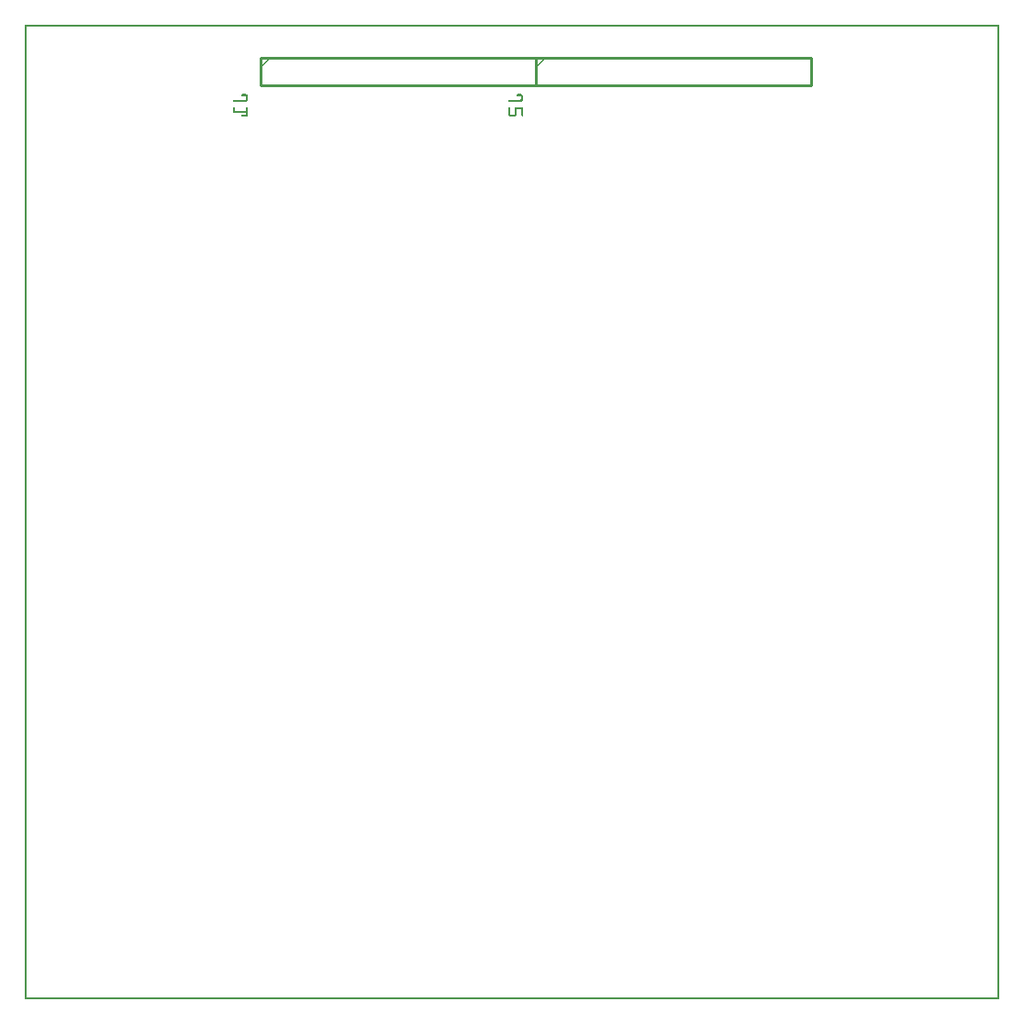
<source format=gbo>
G04 MADE WITH FRITZING*
G04 WWW.FRITZING.ORG*
G04 DOUBLE SIDED*
G04 HOLES PLATED*
G04 CONTOUR ON CENTER OF CONTOUR VECTOR*
%ASAXBY*%
%FSLAX23Y23*%
%MOIN*%
%OFA0B0*%
%SFA1.0B1.0*%
%ADD10C,0.010000*%
%ADD11R,0.001000X0.001000*%
%LNSILK0*%
G90*
G70*
G54D10*
X858Y3421D02*
X1858Y3421D01*
D02*
X1858Y3421D02*
X1858Y3321D01*
D02*
X1858Y3321D02*
X858Y3321D01*
D02*
X858Y3321D02*
X858Y3421D01*
D02*
X1858Y3421D02*
X2858Y3421D01*
D02*
X2858Y3421D02*
X2858Y3321D01*
D02*
X2858Y3321D02*
X1858Y3321D01*
D02*
X1858Y3321D02*
X1858Y3421D01*
G54D11*
X0Y3543D02*
X3542Y3543D01*
X0Y3542D02*
X3542Y3542D01*
X0Y3541D02*
X3542Y3541D01*
X0Y3540D02*
X3542Y3540D01*
X0Y3539D02*
X3542Y3539D01*
X0Y3538D02*
X3542Y3538D01*
X0Y3537D02*
X3542Y3537D01*
X0Y3536D02*
X3542Y3536D01*
X0Y3535D02*
X7Y3535D01*
X3535Y3535D02*
X3542Y3535D01*
X0Y3534D02*
X7Y3534D01*
X3535Y3534D02*
X3542Y3534D01*
X0Y3533D02*
X7Y3533D01*
X3535Y3533D02*
X3542Y3533D01*
X0Y3532D02*
X7Y3532D01*
X3535Y3532D02*
X3542Y3532D01*
X0Y3531D02*
X7Y3531D01*
X3535Y3531D02*
X3542Y3531D01*
X0Y3530D02*
X7Y3530D01*
X3535Y3530D02*
X3542Y3530D01*
X0Y3529D02*
X7Y3529D01*
X3535Y3529D02*
X3542Y3529D01*
X0Y3528D02*
X7Y3528D01*
X3535Y3528D02*
X3542Y3528D01*
X0Y3527D02*
X7Y3527D01*
X3535Y3527D02*
X3542Y3527D01*
X0Y3526D02*
X7Y3526D01*
X3535Y3526D02*
X3542Y3526D01*
X0Y3525D02*
X7Y3525D01*
X3535Y3525D02*
X3542Y3525D01*
X0Y3524D02*
X7Y3524D01*
X3535Y3524D02*
X3542Y3524D01*
X0Y3523D02*
X7Y3523D01*
X3535Y3523D02*
X3542Y3523D01*
X0Y3522D02*
X7Y3522D01*
X3535Y3522D02*
X3542Y3522D01*
X0Y3521D02*
X7Y3521D01*
X3535Y3521D02*
X3542Y3521D01*
X0Y3520D02*
X7Y3520D01*
X3535Y3520D02*
X3542Y3520D01*
X0Y3519D02*
X7Y3519D01*
X3535Y3519D02*
X3542Y3519D01*
X0Y3518D02*
X7Y3518D01*
X3535Y3518D02*
X3542Y3518D01*
X0Y3517D02*
X7Y3517D01*
X3535Y3517D02*
X3542Y3517D01*
X0Y3516D02*
X7Y3516D01*
X3535Y3516D02*
X3542Y3516D01*
X0Y3515D02*
X7Y3515D01*
X3535Y3515D02*
X3542Y3515D01*
X0Y3514D02*
X7Y3514D01*
X3535Y3514D02*
X3542Y3514D01*
X0Y3513D02*
X7Y3513D01*
X3535Y3513D02*
X3542Y3513D01*
X0Y3512D02*
X7Y3512D01*
X3535Y3512D02*
X3542Y3512D01*
X0Y3511D02*
X7Y3511D01*
X3535Y3511D02*
X3542Y3511D01*
X0Y3510D02*
X7Y3510D01*
X3535Y3510D02*
X3542Y3510D01*
X0Y3509D02*
X7Y3509D01*
X3535Y3509D02*
X3542Y3509D01*
X0Y3508D02*
X7Y3508D01*
X3535Y3508D02*
X3542Y3508D01*
X0Y3507D02*
X7Y3507D01*
X3535Y3507D02*
X3542Y3507D01*
X0Y3506D02*
X7Y3506D01*
X3535Y3506D02*
X3542Y3506D01*
X0Y3505D02*
X7Y3505D01*
X3535Y3505D02*
X3542Y3505D01*
X0Y3504D02*
X7Y3504D01*
X3535Y3504D02*
X3542Y3504D01*
X0Y3503D02*
X7Y3503D01*
X3535Y3503D02*
X3542Y3503D01*
X0Y3502D02*
X7Y3502D01*
X3535Y3502D02*
X3542Y3502D01*
X0Y3501D02*
X7Y3501D01*
X3535Y3501D02*
X3542Y3501D01*
X0Y3500D02*
X7Y3500D01*
X3535Y3500D02*
X3542Y3500D01*
X0Y3499D02*
X7Y3499D01*
X3535Y3499D02*
X3542Y3499D01*
X0Y3498D02*
X7Y3498D01*
X3535Y3498D02*
X3542Y3498D01*
X0Y3497D02*
X7Y3497D01*
X3535Y3497D02*
X3542Y3497D01*
X0Y3496D02*
X7Y3496D01*
X3535Y3496D02*
X3542Y3496D01*
X0Y3495D02*
X7Y3495D01*
X3535Y3495D02*
X3542Y3495D01*
X0Y3494D02*
X7Y3494D01*
X3535Y3494D02*
X3542Y3494D01*
X0Y3493D02*
X7Y3493D01*
X3535Y3493D02*
X3542Y3493D01*
X0Y3492D02*
X7Y3492D01*
X3535Y3492D02*
X3542Y3492D01*
X0Y3491D02*
X7Y3491D01*
X3535Y3491D02*
X3542Y3491D01*
X0Y3490D02*
X7Y3490D01*
X3535Y3490D02*
X3542Y3490D01*
X0Y3489D02*
X7Y3489D01*
X3535Y3489D02*
X3542Y3489D01*
X0Y3488D02*
X7Y3488D01*
X3535Y3488D02*
X3542Y3488D01*
X0Y3487D02*
X7Y3487D01*
X3535Y3487D02*
X3542Y3487D01*
X0Y3486D02*
X7Y3486D01*
X3535Y3486D02*
X3542Y3486D01*
X0Y3485D02*
X7Y3485D01*
X3535Y3485D02*
X3542Y3485D01*
X0Y3484D02*
X7Y3484D01*
X3535Y3484D02*
X3542Y3484D01*
X0Y3483D02*
X7Y3483D01*
X3535Y3483D02*
X3542Y3483D01*
X0Y3482D02*
X7Y3482D01*
X3535Y3482D02*
X3542Y3482D01*
X0Y3481D02*
X7Y3481D01*
X3535Y3481D02*
X3542Y3481D01*
X0Y3480D02*
X7Y3480D01*
X3535Y3480D02*
X3542Y3480D01*
X0Y3479D02*
X7Y3479D01*
X3535Y3479D02*
X3542Y3479D01*
X0Y3478D02*
X7Y3478D01*
X3535Y3478D02*
X3542Y3478D01*
X0Y3477D02*
X7Y3477D01*
X3535Y3477D02*
X3542Y3477D01*
X0Y3476D02*
X7Y3476D01*
X3535Y3476D02*
X3542Y3476D01*
X0Y3475D02*
X7Y3475D01*
X3535Y3475D02*
X3542Y3475D01*
X0Y3474D02*
X7Y3474D01*
X3535Y3474D02*
X3542Y3474D01*
X0Y3473D02*
X7Y3473D01*
X3535Y3473D02*
X3542Y3473D01*
X0Y3472D02*
X7Y3472D01*
X3535Y3472D02*
X3542Y3472D01*
X0Y3471D02*
X7Y3471D01*
X3535Y3471D02*
X3542Y3471D01*
X0Y3470D02*
X7Y3470D01*
X3535Y3470D02*
X3542Y3470D01*
X0Y3469D02*
X7Y3469D01*
X3535Y3469D02*
X3542Y3469D01*
X0Y3468D02*
X7Y3468D01*
X3535Y3468D02*
X3542Y3468D01*
X0Y3467D02*
X7Y3467D01*
X3535Y3467D02*
X3542Y3467D01*
X0Y3466D02*
X7Y3466D01*
X3535Y3466D02*
X3542Y3466D01*
X0Y3465D02*
X7Y3465D01*
X3535Y3465D02*
X3542Y3465D01*
X0Y3464D02*
X7Y3464D01*
X3535Y3464D02*
X3542Y3464D01*
X0Y3463D02*
X7Y3463D01*
X3535Y3463D02*
X3542Y3463D01*
X0Y3462D02*
X7Y3462D01*
X3535Y3462D02*
X3542Y3462D01*
X0Y3461D02*
X7Y3461D01*
X3535Y3461D02*
X3542Y3461D01*
X0Y3460D02*
X7Y3460D01*
X3535Y3460D02*
X3542Y3460D01*
X0Y3459D02*
X7Y3459D01*
X3535Y3459D02*
X3542Y3459D01*
X0Y3458D02*
X7Y3458D01*
X3535Y3458D02*
X3542Y3458D01*
X0Y3457D02*
X7Y3457D01*
X3535Y3457D02*
X3542Y3457D01*
X0Y3456D02*
X7Y3456D01*
X3535Y3456D02*
X3542Y3456D01*
X0Y3455D02*
X7Y3455D01*
X3535Y3455D02*
X3542Y3455D01*
X0Y3454D02*
X7Y3454D01*
X3535Y3454D02*
X3542Y3454D01*
X0Y3453D02*
X7Y3453D01*
X3535Y3453D02*
X3542Y3453D01*
X0Y3452D02*
X7Y3452D01*
X3535Y3452D02*
X3542Y3452D01*
X0Y3451D02*
X7Y3451D01*
X3535Y3451D02*
X3542Y3451D01*
X0Y3450D02*
X7Y3450D01*
X3535Y3450D02*
X3542Y3450D01*
X0Y3449D02*
X7Y3449D01*
X3535Y3449D02*
X3542Y3449D01*
X0Y3448D02*
X7Y3448D01*
X3535Y3448D02*
X3542Y3448D01*
X0Y3447D02*
X7Y3447D01*
X3535Y3447D02*
X3542Y3447D01*
X0Y3446D02*
X7Y3446D01*
X3535Y3446D02*
X3542Y3446D01*
X0Y3445D02*
X7Y3445D01*
X3535Y3445D02*
X3542Y3445D01*
X0Y3444D02*
X7Y3444D01*
X3535Y3444D02*
X3542Y3444D01*
X0Y3443D02*
X7Y3443D01*
X3535Y3443D02*
X3542Y3443D01*
X0Y3442D02*
X7Y3442D01*
X3535Y3442D02*
X3542Y3442D01*
X0Y3441D02*
X7Y3441D01*
X3535Y3441D02*
X3542Y3441D01*
X0Y3440D02*
X7Y3440D01*
X3535Y3440D02*
X3542Y3440D01*
X0Y3439D02*
X7Y3439D01*
X3535Y3439D02*
X3542Y3439D01*
X0Y3438D02*
X7Y3438D01*
X3535Y3438D02*
X3542Y3438D01*
X0Y3437D02*
X7Y3437D01*
X3535Y3437D02*
X3542Y3437D01*
X0Y3436D02*
X7Y3436D01*
X3535Y3436D02*
X3542Y3436D01*
X0Y3435D02*
X7Y3435D01*
X3535Y3435D02*
X3542Y3435D01*
X0Y3434D02*
X7Y3434D01*
X3535Y3434D02*
X3542Y3434D01*
X0Y3433D02*
X7Y3433D01*
X3535Y3433D02*
X3542Y3433D01*
X0Y3432D02*
X7Y3432D01*
X3535Y3432D02*
X3542Y3432D01*
X0Y3431D02*
X7Y3431D01*
X3535Y3431D02*
X3542Y3431D01*
X0Y3430D02*
X7Y3430D01*
X3535Y3430D02*
X3542Y3430D01*
X0Y3429D02*
X7Y3429D01*
X3535Y3429D02*
X3542Y3429D01*
X0Y3428D02*
X7Y3428D01*
X3535Y3428D02*
X3542Y3428D01*
X0Y3427D02*
X7Y3427D01*
X3535Y3427D02*
X3542Y3427D01*
X0Y3426D02*
X7Y3426D01*
X3535Y3426D02*
X3542Y3426D01*
X0Y3425D02*
X7Y3425D01*
X3535Y3425D02*
X3542Y3425D01*
X0Y3424D02*
X7Y3424D01*
X3535Y3424D02*
X3542Y3424D01*
X0Y3423D02*
X7Y3423D01*
X891Y3423D02*
X891Y3423D01*
X3535Y3423D02*
X3542Y3423D01*
X0Y3422D02*
X7Y3422D01*
X890Y3422D02*
X892Y3422D01*
X1890Y3422D02*
X1892Y3422D01*
X3535Y3422D02*
X3542Y3422D01*
X0Y3421D02*
X7Y3421D01*
X889Y3421D02*
X893Y3421D01*
X1889Y3421D02*
X1893Y3421D01*
X3535Y3421D02*
X3542Y3421D01*
X0Y3420D02*
X7Y3420D01*
X888Y3420D02*
X894Y3420D01*
X1888Y3420D02*
X1894Y3420D01*
X3535Y3420D02*
X3542Y3420D01*
X0Y3419D02*
X7Y3419D01*
X887Y3419D02*
X893Y3419D01*
X1887Y3419D02*
X1893Y3419D01*
X3535Y3419D02*
X3542Y3419D01*
X0Y3418D02*
X7Y3418D01*
X886Y3418D02*
X892Y3418D01*
X1886Y3418D02*
X1892Y3418D01*
X3535Y3418D02*
X3542Y3418D01*
X0Y3417D02*
X7Y3417D01*
X885Y3417D02*
X891Y3417D01*
X1885Y3417D02*
X1891Y3417D01*
X3535Y3417D02*
X3542Y3417D01*
X0Y3416D02*
X7Y3416D01*
X884Y3416D02*
X890Y3416D01*
X1884Y3416D02*
X1890Y3416D01*
X3535Y3416D02*
X3542Y3416D01*
X0Y3415D02*
X7Y3415D01*
X883Y3415D02*
X889Y3415D01*
X1883Y3415D02*
X1889Y3415D01*
X3535Y3415D02*
X3542Y3415D01*
X0Y3414D02*
X7Y3414D01*
X882Y3414D02*
X888Y3414D01*
X1882Y3414D02*
X1888Y3414D01*
X3535Y3414D02*
X3542Y3414D01*
X0Y3413D02*
X7Y3413D01*
X881Y3413D02*
X887Y3413D01*
X1881Y3413D02*
X1887Y3413D01*
X3535Y3413D02*
X3542Y3413D01*
X0Y3412D02*
X7Y3412D01*
X880Y3412D02*
X886Y3412D01*
X1880Y3412D02*
X1886Y3412D01*
X3535Y3412D02*
X3542Y3412D01*
X0Y3411D02*
X7Y3411D01*
X879Y3411D02*
X885Y3411D01*
X1879Y3411D02*
X1885Y3411D01*
X3535Y3411D02*
X3542Y3411D01*
X0Y3410D02*
X7Y3410D01*
X878Y3410D02*
X884Y3410D01*
X1878Y3410D02*
X1884Y3410D01*
X3535Y3410D02*
X3542Y3410D01*
X0Y3409D02*
X7Y3409D01*
X877Y3409D02*
X883Y3409D01*
X1877Y3409D02*
X1883Y3409D01*
X3535Y3409D02*
X3542Y3409D01*
X0Y3408D02*
X7Y3408D01*
X876Y3408D02*
X882Y3408D01*
X1876Y3408D02*
X1882Y3408D01*
X3535Y3408D02*
X3542Y3408D01*
X0Y3407D02*
X7Y3407D01*
X875Y3407D02*
X881Y3407D01*
X1875Y3407D02*
X1881Y3407D01*
X3535Y3407D02*
X3542Y3407D01*
X0Y3406D02*
X7Y3406D01*
X874Y3406D02*
X880Y3406D01*
X1874Y3406D02*
X1880Y3406D01*
X3535Y3406D02*
X3542Y3406D01*
X0Y3405D02*
X7Y3405D01*
X873Y3405D02*
X879Y3405D01*
X1873Y3405D02*
X1879Y3405D01*
X3535Y3405D02*
X3542Y3405D01*
X0Y3404D02*
X7Y3404D01*
X872Y3404D02*
X878Y3404D01*
X1872Y3404D02*
X1878Y3404D01*
X3535Y3404D02*
X3542Y3404D01*
X0Y3403D02*
X7Y3403D01*
X871Y3403D02*
X876Y3403D01*
X1871Y3403D02*
X1876Y3403D01*
X3535Y3403D02*
X3542Y3403D01*
X0Y3402D02*
X7Y3402D01*
X870Y3402D02*
X876Y3402D01*
X1870Y3402D02*
X1875Y3402D01*
X3535Y3402D02*
X3542Y3402D01*
X0Y3401D02*
X7Y3401D01*
X869Y3401D02*
X875Y3401D01*
X1869Y3401D02*
X1875Y3401D01*
X3535Y3401D02*
X3542Y3401D01*
X0Y3400D02*
X7Y3400D01*
X868Y3400D02*
X874Y3400D01*
X1868Y3400D02*
X1874Y3400D01*
X3535Y3400D02*
X3542Y3400D01*
X0Y3399D02*
X7Y3399D01*
X867Y3399D02*
X873Y3399D01*
X1867Y3399D02*
X1873Y3399D01*
X3535Y3399D02*
X3542Y3399D01*
X0Y3398D02*
X7Y3398D01*
X866Y3398D02*
X872Y3398D01*
X1866Y3398D02*
X1872Y3398D01*
X3535Y3398D02*
X3542Y3398D01*
X0Y3397D02*
X7Y3397D01*
X865Y3397D02*
X871Y3397D01*
X1865Y3397D02*
X1871Y3397D01*
X3535Y3397D02*
X3542Y3397D01*
X0Y3396D02*
X7Y3396D01*
X864Y3396D02*
X870Y3396D01*
X1864Y3396D02*
X1870Y3396D01*
X3535Y3396D02*
X3542Y3396D01*
X0Y3395D02*
X7Y3395D01*
X863Y3395D02*
X869Y3395D01*
X1863Y3395D02*
X1869Y3395D01*
X3535Y3395D02*
X3542Y3395D01*
X0Y3394D02*
X7Y3394D01*
X862Y3394D02*
X868Y3394D01*
X1862Y3394D02*
X1868Y3394D01*
X3535Y3394D02*
X3542Y3394D01*
X0Y3393D02*
X7Y3393D01*
X861Y3393D02*
X867Y3393D01*
X1861Y3393D02*
X1867Y3393D01*
X3535Y3393D02*
X3542Y3393D01*
X0Y3392D02*
X7Y3392D01*
X860Y3392D02*
X866Y3392D01*
X1860Y3392D02*
X1866Y3392D01*
X3535Y3392D02*
X3542Y3392D01*
X0Y3391D02*
X7Y3391D01*
X859Y3391D02*
X865Y3391D01*
X1859Y3391D02*
X1865Y3391D01*
X3535Y3391D02*
X3542Y3391D01*
X0Y3390D02*
X7Y3390D01*
X858Y3390D02*
X864Y3390D01*
X1858Y3390D02*
X1864Y3390D01*
X3535Y3390D02*
X3542Y3390D01*
X0Y3389D02*
X7Y3389D01*
X857Y3389D02*
X863Y3389D01*
X1857Y3389D02*
X1863Y3389D01*
X3535Y3389D02*
X3542Y3389D01*
X0Y3388D02*
X7Y3388D01*
X857Y3388D02*
X862Y3388D01*
X1857Y3388D02*
X1862Y3388D01*
X3535Y3388D02*
X3542Y3388D01*
X0Y3387D02*
X7Y3387D01*
X858Y3387D02*
X861Y3387D01*
X1858Y3387D02*
X1861Y3387D01*
X3535Y3387D02*
X3542Y3387D01*
X0Y3386D02*
X7Y3386D01*
X859Y3386D02*
X860Y3386D01*
X1859Y3386D02*
X1860Y3386D01*
X3535Y3386D02*
X3542Y3386D01*
X0Y3385D02*
X7Y3385D01*
X3535Y3385D02*
X3542Y3385D01*
X0Y3384D02*
X7Y3384D01*
X3535Y3384D02*
X3542Y3384D01*
X0Y3383D02*
X7Y3383D01*
X3535Y3383D02*
X3542Y3383D01*
X0Y3382D02*
X7Y3382D01*
X3535Y3382D02*
X3542Y3382D01*
X0Y3381D02*
X7Y3381D01*
X3535Y3381D02*
X3542Y3381D01*
X0Y3380D02*
X7Y3380D01*
X3535Y3380D02*
X3542Y3380D01*
X0Y3379D02*
X7Y3379D01*
X3535Y3379D02*
X3542Y3379D01*
X0Y3378D02*
X7Y3378D01*
X3535Y3378D02*
X3542Y3378D01*
X0Y3377D02*
X7Y3377D01*
X3535Y3377D02*
X3542Y3377D01*
X0Y3376D02*
X7Y3376D01*
X3535Y3376D02*
X3542Y3376D01*
X0Y3375D02*
X7Y3375D01*
X3535Y3375D02*
X3542Y3375D01*
X0Y3374D02*
X7Y3374D01*
X3535Y3374D02*
X3542Y3374D01*
X0Y3373D02*
X7Y3373D01*
X3535Y3373D02*
X3542Y3373D01*
X0Y3372D02*
X7Y3372D01*
X3535Y3372D02*
X3542Y3372D01*
X0Y3371D02*
X7Y3371D01*
X3535Y3371D02*
X3542Y3371D01*
X0Y3370D02*
X7Y3370D01*
X3535Y3370D02*
X3542Y3370D01*
X0Y3369D02*
X7Y3369D01*
X3535Y3369D02*
X3542Y3369D01*
X0Y3368D02*
X7Y3368D01*
X3535Y3368D02*
X3542Y3368D01*
X0Y3367D02*
X7Y3367D01*
X3535Y3367D02*
X3542Y3367D01*
X0Y3366D02*
X7Y3366D01*
X3535Y3366D02*
X3542Y3366D01*
X0Y3365D02*
X7Y3365D01*
X3535Y3365D02*
X3542Y3365D01*
X0Y3364D02*
X7Y3364D01*
X3535Y3364D02*
X3542Y3364D01*
X0Y3363D02*
X7Y3363D01*
X3535Y3363D02*
X3542Y3363D01*
X0Y3362D02*
X7Y3362D01*
X3535Y3362D02*
X3542Y3362D01*
X0Y3361D02*
X7Y3361D01*
X3535Y3361D02*
X3542Y3361D01*
X0Y3360D02*
X7Y3360D01*
X3535Y3360D02*
X3542Y3360D01*
X0Y3359D02*
X7Y3359D01*
X3535Y3359D02*
X3542Y3359D01*
X0Y3358D02*
X7Y3358D01*
X3535Y3358D02*
X3542Y3358D01*
X0Y3357D02*
X7Y3357D01*
X3535Y3357D02*
X3542Y3357D01*
X0Y3356D02*
X7Y3356D01*
X3535Y3356D02*
X3542Y3356D01*
X0Y3355D02*
X7Y3355D01*
X3535Y3355D02*
X3542Y3355D01*
X0Y3354D02*
X7Y3354D01*
X3535Y3354D02*
X3542Y3354D01*
X0Y3353D02*
X7Y3353D01*
X3535Y3353D02*
X3542Y3353D01*
X0Y3352D02*
X7Y3352D01*
X3535Y3352D02*
X3542Y3352D01*
X0Y3351D02*
X7Y3351D01*
X3535Y3351D02*
X3542Y3351D01*
X0Y3350D02*
X7Y3350D01*
X3535Y3350D02*
X3542Y3350D01*
X0Y3349D02*
X7Y3349D01*
X3535Y3349D02*
X3542Y3349D01*
X0Y3348D02*
X7Y3348D01*
X3535Y3348D02*
X3542Y3348D01*
X0Y3347D02*
X7Y3347D01*
X3535Y3347D02*
X3542Y3347D01*
X0Y3346D02*
X7Y3346D01*
X3535Y3346D02*
X3542Y3346D01*
X0Y3345D02*
X7Y3345D01*
X3535Y3345D02*
X3542Y3345D01*
X0Y3344D02*
X7Y3344D01*
X3535Y3344D02*
X3542Y3344D01*
X0Y3343D02*
X7Y3343D01*
X3535Y3343D02*
X3542Y3343D01*
X0Y3342D02*
X7Y3342D01*
X3535Y3342D02*
X3542Y3342D01*
X0Y3341D02*
X7Y3341D01*
X3535Y3341D02*
X3542Y3341D01*
X0Y3340D02*
X7Y3340D01*
X3535Y3340D02*
X3542Y3340D01*
X0Y3339D02*
X7Y3339D01*
X3535Y3339D02*
X3542Y3339D01*
X0Y3338D02*
X7Y3338D01*
X3535Y3338D02*
X3542Y3338D01*
X0Y3337D02*
X7Y3337D01*
X3535Y3337D02*
X3542Y3337D01*
X0Y3336D02*
X7Y3336D01*
X3535Y3336D02*
X3542Y3336D01*
X0Y3335D02*
X7Y3335D01*
X3535Y3335D02*
X3542Y3335D01*
X0Y3334D02*
X7Y3334D01*
X3535Y3334D02*
X3542Y3334D01*
X0Y3333D02*
X7Y3333D01*
X3535Y3333D02*
X3542Y3333D01*
X0Y3332D02*
X7Y3332D01*
X3535Y3332D02*
X3542Y3332D01*
X0Y3331D02*
X7Y3331D01*
X3535Y3331D02*
X3542Y3331D01*
X0Y3330D02*
X7Y3330D01*
X3535Y3330D02*
X3542Y3330D01*
X0Y3329D02*
X7Y3329D01*
X3535Y3329D02*
X3542Y3329D01*
X0Y3328D02*
X7Y3328D01*
X3535Y3328D02*
X3542Y3328D01*
X0Y3327D02*
X7Y3327D01*
X3535Y3327D02*
X3542Y3327D01*
X0Y3326D02*
X7Y3326D01*
X3535Y3326D02*
X3542Y3326D01*
X0Y3325D02*
X7Y3325D01*
X3535Y3325D02*
X3542Y3325D01*
X0Y3324D02*
X7Y3324D01*
X3535Y3324D02*
X3542Y3324D01*
X0Y3323D02*
X7Y3323D01*
X3535Y3323D02*
X3542Y3323D01*
X0Y3322D02*
X7Y3322D01*
X3535Y3322D02*
X3542Y3322D01*
X0Y3321D02*
X7Y3321D01*
X3535Y3321D02*
X3542Y3321D01*
X0Y3320D02*
X7Y3320D01*
X3535Y3320D02*
X3542Y3320D01*
X0Y3319D02*
X7Y3319D01*
X3535Y3319D02*
X3542Y3319D01*
X0Y3318D02*
X7Y3318D01*
X3535Y3318D02*
X3542Y3318D01*
X0Y3317D02*
X7Y3317D01*
X3535Y3317D02*
X3542Y3317D01*
X0Y3316D02*
X7Y3316D01*
X3535Y3316D02*
X3542Y3316D01*
X0Y3315D02*
X7Y3315D01*
X3535Y3315D02*
X3542Y3315D01*
X0Y3314D02*
X7Y3314D01*
X3535Y3314D02*
X3542Y3314D01*
X0Y3313D02*
X7Y3313D01*
X3535Y3313D02*
X3542Y3313D01*
X0Y3312D02*
X7Y3312D01*
X3535Y3312D02*
X3542Y3312D01*
X0Y3311D02*
X7Y3311D01*
X3535Y3311D02*
X3542Y3311D01*
X0Y3310D02*
X7Y3310D01*
X3535Y3310D02*
X3542Y3310D01*
X0Y3309D02*
X7Y3309D01*
X3535Y3309D02*
X3542Y3309D01*
X0Y3308D02*
X7Y3308D01*
X3535Y3308D02*
X3542Y3308D01*
X0Y3307D02*
X7Y3307D01*
X3535Y3307D02*
X3542Y3307D01*
X0Y3306D02*
X7Y3306D01*
X3535Y3306D02*
X3542Y3306D01*
X0Y3305D02*
X7Y3305D01*
X3535Y3305D02*
X3542Y3305D01*
X0Y3304D02*
X7Y3304D01*
X3535Y3304D02*
X3542Y3304D01*
X0Y3303D02*
X7Y3303D01*
X3535Y3303D02*
X3542Y3303D01*
X0Y3302D02*
X7Y3302D01*
X3535Y3302D02*
X3542Y3302D01*
X0Y3301D02*
X7Y3301D01*
X3535Y3301D02*
X3542Y3301D01*
X0Y3300D02*
X7Y3300D01*
X3535Y3300D02*
X3542Y3300D01*
X0Y3299D02*
X7Y3299D01*
X3535Y3299D02*
X3542Y3299D01*
X0Y3298D02*
X7Y3298D01*
X3535Y3298D02*
X3542Y3298D01*
X0Y3297D02*
X7Y3297D01*
X3535Y3297D02*
X3542Y3297D01*
X0Y3296D02*
X7Y3296D01*
X3535Y3296D02*
X3542Y3296D01*
X0Y3295D02*
X7Y3295D01*
X3535Y3295D02*
X3542Y3295D01*
X0Y3294D02*
X7Y3294D01*
X3535Y3294D02*
X3542Y3294D01*
X0Y3293D02*
X7Y3293D01*
X3535Y3293D02*
X3542Y3293D01*
X0Y3292D02*
X7Y3292D01*
X3535Y3292D02*
X3542Y3292D01*
X0Y3291D02*
X7Y3291D01*
X3535Y3291D02*
X3542Y3291D01*
X0Y3290D02*
X7Y3290D01*
X790Y3290D02*
X803Y3290D01*
X1790Y3290D02*
X1803Y3290D01*
X3535Y3290D02*
X3542Y3290D01*
X0Y3289D02*
X7Y3289D01*
X789Y3289D02*
X806Y3289D01*
X1789Y3289D02*
X1806Y3289D01*
X3535Y3289D02*
X3542Y3289D01*
X0Y3288D02*
X7Y3288D01*
X788Y3288D02*
X807Y3288D01*
X1788Y3288D02*
X1807Y3288D01*
X3535Y3288D02*
X3542Y3288D01*
X0Y3287D02*
X7Y3287D01*
X788Y3287D02*
X809Y3287D01*
X1788Y3287D02*
X1808Y3287D01*
X3535Y3287D02*
X3542Y3287D01*
X0Y3286D02*
X7Y3286D01*
X788Y3286D02*
X809Y3286D01*
X1788Y3286D02*
X1809Y3286D01*
X3535Y3286D02*
X3542Y3286D01*
X0Y3285D02*
X7Y3285D01*
X788Y3285D02*
X810Y3285D01*
X1788Y3285D02*
X1810Y3285D01*
X3535Y3285D02*
X3542Y3285D01*
X0Y3284D02*
X7Y3284D01*
X789Y3284D02*
X811Y3284D01*
X1789Y3284D02*
X1811Y3284D01*
X3535Y3284D02*
X3542Y3284D01*
X0Y3283D02*
X7Y3283D01*
X803Y3283D02*
X811Y3283D01*
X1803Y3283D02*
X1811Y3283D01*
X3535Y3283D02*
X3542Y3283D01*
X0Y3282D02*
X7Y3282D01*
X805Y3282D02*
X811Y3282D01*
X1805Y3282D02*
X1811Y3282D01*
X3535Y3282D02*
X3542Y3282D01*
X0Y3281D02*
X7Y3281D01*
X805Y3281D02*
X811Y3281D01*
X1805Y3281D02*
X1811Y3281D01*
X3535Y3281D02*
X3542Y3281D01*
X0Y3280D02*
X7Y3280D01*
X805Y3280D02*
X811Y3280D01*
X1805Y3280D02*
X1811Y3280D01*
X3535Y3280D02*
X3542Y3280D01*
X0Y3279D02*
X7Y3279D01*
X805Y3279D02*
X812Y3279D01*
X1805Y3279D02*
X1811Y3279D01*
X3535Y3279D02*
X3542Y3279D01*
X0Y3278D02*
X7Y3278D01*
X805Y3278D02*
X812Y3278D01*
X1805Y3278D02*
X1811Y3278D01*
X3535Y3278D02*
X3542Y3278D01*
X0Y3277D02*
X7Y3277D01*
X805Y3277D02*
X812Y3277D01*
X1805Y3277D02*
X1811Y3277D01*
X3535Y3277D02*
X3542Y3277D01*
X0Y3276D02*
X7Y3276D01*
X805Y3276D02*
X812Y3276D01*
X1805Y3276D02*
X1811Y3276D01*
X3535Y3276D02*
X3542Y3276D01*
X0Y3275D02*
X7Y3275D01*
X805Y3275D02*
X812Y3275D01*
X1805Y3275D02*
X1811Y3275D01*
X3535Y3275D02*
X3542Y3275D01*
X0Y3274D02*
X7Y3274D01*
X805Y3274D02*
X812Y3274D01*
X1805Y3274D02*
X1811Y3274D01*
X3535Y3274D02*
X3542Y3274D01*
X0Y3273D02*
X7Y3273D01*
X805Y3273D02*
X811Y3273D01*
X1805Y3273D02*
X1811Y3273D01*
X3535Y3273D02*
X3542Y3273D01*
X0Y3272D02*
X7Y3272D01*
X805Y3272D02*
X811Y3272D01*
X1805Y3272D02*
X1811Y3272D01*
X3535Y3272D02*
X3542Y3272D01*
X0Y3271D02*
X7Y3271D01*
X805Y3271D02*
X811Y3271D01*
X1805Y3271D02*
X1811Y3271D01*
X3535Y3271D02*
X3542Y3271D01*
X0Y3270D02*
X7Y3270D01*
X804Y3270D02*
X811Y3270D01*
X1803Y3270D02*
X1811Y3270D01*
X3535Y3270D02*
X3542Y3270D01*
X0Y3269D02*
X7Y3269D01*
X760Y3269D02*
X811Y3269D01*
X1760Y3269D02*
X1811Y3269D01*
X3535Y3269D02*
X3542Y3269D01*
X0Y3268D02*
X7Y3268D01*
X759Y3268D02*
X810Y3268D01*
X1759Y3268D02*
X1810Y3268D01*
X3535Y3268D02*
X3542Y3268D01*
X0Y3267D02*
X7Y3267D01*
X759Y3267D02*
X809Y3267D01*
X1758Y3267D02*
X1809Y3267D01*
X3535Y3267D02*
X3542Y3267D01*
X0Y3266D02*
X7Y3266D01*
X758Y3266D02*
X809Y3266D01*
X1758Y3266D02*
X1809Y3266D01*
X3535Y3266D02*
X3542Y3266D01*
X0Y3265D02*
X7Y3265D01*
X759Y3265D02*
X808Y3265D01*
X1758Y3265D02*
X1808Y3265D01*
X3535Y3265D02*
X3542Y3265D01*
X0Y3264D02*
X7Y3264D01*
X759Y3264D02*
X806Y3264D01*
X1759Y3264D02*
X1806Y3264D01*
X3535Y3264D02*
X3542Y3264D01*
X0Y3263D02*
X7Y3263D01*
X760Y3263D02*
X804Y3263D01*
X1760Y3263D02*
X1804Y3263D01*
X3535Y3263D02*
X3542Y3263D01*
X0Y3262D02*
X7Y3262D01*
X3535Y3262D02*
X3542Y3262D01*
X0Y3261D02*
X7Y3261D01*
X3535Y3261D02*
X3542Y3261D01*
X0Y3260D02*
X7Y3260D01*
X3535Y3260D02*
X3542Y3260D01*
X0Y3259D02*
X7Y3259D01*
X3535Y3259D02*
X3542Y3259D01*
X0Y3258D02*
X7Y3258D01*
X3535Y3258D02*
X3542Y3258D01*
X0Y3257D02*
X7Y3257D01*
X3535Y3257D02*
X3542Y3257D01*
X0Y3256D02*
X7Y3256D01*
X3535Y3256D02*
X3542Y3256D01*
X0Y3255D02*
X7Y3255D01*
X3535Y3255D02*
X3542Y3255D01*
X0Y3254D02*
X7Y3254D01*
X3535Y3254D02*
X3542Y3254D01*
X0Y3253D02*
X7Y3253D01*
X3535Y3253D02*
X3542Y3253D01*
X0Y3252D02*
X7Y3252D01*
X3535Y3252D02*
X3542Y3252D01*
X0Y3251D02*
X7Y3251D01*
X3535Y3251D02*
X3542Y3251D01*
X0Y3250D02*
X7Y3250D01*
X3535Y3250D02*
X3542Y3250D01*
X0Y3249D02*
X7Y3249D01*
X3535Y3249D02*
X3542Y3249D01*
X0Y3248D02*
X7Y3248D01*
X3535Y3248D02*
X3542Y3248D01*
X0Y3247D02*
X7Y3247D01*
X3535Y3247D02*
X3542Y3247D01*
X0Y3246D02*
X7Y3246D01*
X3535Y3246D02*
X3542Y3246D01*
X0Y3245D02*
X7Y3245D01*
X3535Y3245D02*
X3542Y3245D01*
X0Y3244D02*
X7Y3244D01*
X3535Y3244D02*
X3542Y3244D01*
X0Y3243D02*
X7Y3243D01*
X760Y3243D02*
X763Y3243D01*
X807Y3243D02*
X810Y3243D01*
X1760Y3243D02*
X1763Y3243D01*
X1786Y3243D02*
X1811Y3243D01*
X3535Y3243D02*
X3542Y3243D01*
X0Y3242D02*
X7Y3242D01*
X759Y3242D02*
X764Y3242D01*
X806Y3242D02*
X811Y3242D01*
X1759Y3242D02*
X1764Y3242D01*
X1784Y3242D02*
X1811Y3242D01*
X3535Y3242D02*
X3542Y3242D01*
X0Y3241D02*
X7Y3241D01*
X758Y3241D02*
X764Y3241D01*
X806Y3241D02*
X811Y3241D01*
X1758Y3241D02*
X1764Y3241D01*
X1783Y3241D02*
X1811Y3241D01*
X3535Y3241D02*
X3542Y3241D01*
X0Y3240D02*
X7Y3240D01*
X758Y3240D02*
X764Y3240D01*
X806Y3240D02*
X812Y3240D01*
X1758Y3240D02*
X1764Y3240D01*
X1783Y3240D02*
X1811Y3240D01*
X3535Y3240D02*
X3542Y3240D01*
X0Y3239D02*
X7Y3239D01*
X758Y3239D02*
X764Y3239D01*
X805Y3239D02*
X812Y3239D01*
X1758Y3239D02*
X1764Y3239D01*
X1782Y3239D02*
X1811Y3239D01*
X3535Y3239D02*
X3542Y3239D01*
X0Y3238D02*
X7Y3238D01*
X758Y3238D02*
X764Y3238D01*
X805Y3238D02*
X812Y3238D01*
X1758Y3238D02*
X1764Y3238D01*
X1782Y3238D02*
X1811Y3238D01*
X3535Y3238D02*
X3542Y3238D01*
X0Y3237D02*
X7Y3237D01*
X758Y3237D02*
X764Y3237D01*
X805Y3237D02*
X812Y3237D01*
X1758Y3237D02*
X1764Y3237D01*
X1782Y3237D02*
X1811Y3237D01*
X3535Y3237D02*
X3542Y3237D01*
X0Y3236D02*
X7Y3236D01*
X758Y3236D02*
X764Y3236D01*
X805Y3236D02*
X812Y3236D01*
X1758Y3236D02*
X1764Y3236D01*
X1782Y3236D02*
X1788Y3236D01*
X1805Y3236D02*
X1811Y3236D01*
X3535Y3236D02*
X3542Y3236D01*
X0Y3235D02*
X7Y3235D01*
X758Y3235D02*
X764Y3235D01*
X805Y3235D02*
X812Y3235D01*
X1758Y3235D02*
X1764Y3235D01*
X1782Y3235D02*
X1788Y3235D01*
X1805Y3235D02*
X1811Y3235D01*
X3535Y3235D02*
X3542Y3235D01*
X0Y3234D02*
X7Y3234D01*
X758Y3234D02*
X764Y3234D01*
X805Y3234D02*
X812Y3234D01*
X1758Y3234D02*
X1764Y3234D01*
X1782Y3234D02*
X1788Y3234D01*
X1805Y3234D02*
X1811Y3234D01*
X3535Y3234D02*
X3542Y3234D01*
X0Y3233D02*
X7Y3233D01*
X758Y3233D02*
X764Y3233D01*
X805Y3233D02*
X812Y3233D01*
X1758Y3233D02*
X1764Y3233D01*
X1782Y3233D02*
X1788Y3233D01*
X1805Y3233D02*
X1811Y3233D01*
X3535Y3233D02*
X3542Y3233D01*
X0Y3232D02*
X7Y3232D01*
X758Y3232D02*
X764Y3232D01*
X805Y3232D02*
X812Y3232D01*
X1758Y3232D02*
X1764Y3232D01*
X1782Y3232D02*
X1788Y3232D01*
X1805Y3232D02*
X1811Y3232D01*
X3535Y3232D02*
X3542Y3232D01*
X0Y3231D02*
X7Y3231D01*
X758Y3231D02*
X764Y3231D01*
X805Y3231D02*
X812Y3231D01*
X1758Y3231D02*
X1764Y3231D01*
X1782Y3231D02*
X1788Y3231D01*
X1805Y3231D02*
X1811Y3231D01*
X3535Y3231D02*
X3542Y3231D01*
X0Y3230D02*
X7Y3230D01*
X758Y3230D02*
X765Y3230D01*
X805Y3230D02*
X812Y3230D01*
X1758Y3230D02*
X1764Y3230D01*
X1782Y3230D02*
X1788Y3230D01*
X1805Y3230D02*
X1811Y3230D01*
X3535Y3230D02*
X3542Y3230D01*
X0Y3229D02*
X7Y3229D01*
X758Y3229D02*
X812Y3229D01*
X1758Y3229D02*
X1764Y3229D01*
X1782Y3229D02*
X1788Y3229D01*
X1805Y3229D02*
X1811Y3229D01*
X3535Y3229D02*
X3542Y3229D01*
X0Y3228D02*
X7Y3228D01*
X758Y3228D02*
X812Y3228D01*
X1758Y3228D02*
X1764Y3228D01*
X1782Y3228D02*
X1788Y3228D01*
X1805Y3228D02*
X1811Y3228D01*
X3535Y3228D02*
X3542Y3228D01*
X0Y3227D02*
X7Y3227D01*
X758Y3227D02*
X812Y3227D01*
X1758Y3227D02*
X1764Y3227D01*
X1782Y3227D02*
X1788Y3227D01*
X1805Y3227D02*
X1811Y3227D01*
X3535Y3227D02*
X3542Y3227D01*
X0Y3226D02*
X7Y3226D01*
X758Y3226D02*
X812Y3226D01*
X1758Y3226D02*
X1764Y3226D01*
X1782Y3226D02*
X1788Y3226D01*
X1805Y3226D02*
X1811Y3226D01*
X3535Y3226D02*
X3542Y3226D01*
X0Y3225D02*
X7Y3225D01*
X758Y3225D02*
X812Y3225D01*
X1758Y3225D02*
X1764Y3225D01*
X1782Y3225D02*
X1788Y3225D01*
X1805Y3225D02*
X1811Y3225D01*
X3535Y3225D02*
X3542Y3225D01*
X0Y3224D02*
X7Y3224D01*
X758Y3224D02*
X812Y3224D01*
X1758Y3224D02*
X1764Y3224D01*
X1782Y3224D02*
X1788Y3224D01*
X1805Y3224D02*
X1811Y3224D01*
X3535Y3224D02*
X3542Y3224D01*
X0Y3223D02*
X7Y3223D01*
X759Y3223D02*
X812Y3223D01*
X1758Y3223D02*
X1764Y3223D01*
X1782Y3223D02*
X1788Y3223D01*
X1805Y3223D02*
X1811Y3223D01*
X3535Y3223D02*
X3542Y3223D01*
X0Y3222D02*
X7Y3222D01*
X805Y3222D02*
X812Y3222D01*
X1758Y3222D02*
X1764Y3222D01*
X1782Y3222D02*
X1788Y3222D01*
X1805Y3222D02*
X1811Y3222D01*
X3535Y3222D02*
X3542Y3222D01*
X0Y3221D02*
X7Y3221D01*
X805Y3221D02*
X812Y3221D01*
X1758Y3221D02*
X1764Y3221D01*
X1782Y3221D02*
X1788Y3221D01*
X1805Y3221D02*
X1811Y3221D01*
X3535Y3221D02*
X3542Y3221D01*
X0Y3220D02*
X7Y3220D01*
X805Y3220D02*
X812Y3220D01*
X1758Y3220D02*
X1764Y3220D01*
X1782Y3220D02*
X1788Y3220D01*
X1805Y3220D02*
X1811Y3220D01*
X3535Y3220D02*
X3542Y3220D01*
X0Y3219D02*
X7Y3219D01*
X805Y3219D02*
X812Y3219D01*
X1758Y3219D02*
X1764Y3219D01*
X1782Y3219D02*
X1788Y3219D01*
X1805Y3219D02*
X1811Y3219D01*
X3535Y3219D02*
X3542Y3219D01*
X0Y3218D02*
X7Y3218D01*
X805Y3218D02*
X812Y3218D01*
X1758Y3218D02*
X1764Y3218D01*
X1782Y3218D02*
X1788Y3218D01*
X1805Y3218D02*
X1811Y3218D01*
X3535Y3218D02*
X3542Y3218D01*
X0Y3217D02*
X7Y3217D01*
X805Y3217D02*
X812Y3217D01*
X1758Y3217D02*
X1764Y3217D01*
X1782Y3217D02*
X1788Y3217D01*
X1805Y3217D02*
X1811Y3217D01*
X3535Y3217D02*
X3542Y3217D01*
X0Y3216D02*
X7Y3216D01*
X791Y3216D02*
X812Y3216D01*
X1758Y3216D02*
X1788Y3216D01*
X1805Y3216D02*
X1811Y3216D01*
X3535Y3216D02*
X3542Y3216D01*
X0Y3215D02*
X7Y3215D01*
X789Y3215D02*
X812Y3215D01*
X1758Y3215D02*
X1788Y3215D01*
X1805Y3215D02*
X1811Y3215D01*
X3535Y3215D02*
X3542Y3215D01*
X0Y3214D02*
X7Y3214D01*
X788Y3214D02*
X812Y3214D01*
X1759Y3214D02*
X1787Y3214D01*
X1805Y3214D02*
X1811Y3214D01*
X3535Y3214D02*
X3542Y3214D01*
X0Y3213D02*
X7Y3213D01*
X788Y3213D02*
X812Y3213D01*
X1759Y3213D02*
X1787Y3213D01*
X1805Y3213D02*
X1811Y3213D01*
X3535Y3213D02*
X3542Y3213D01*
X0Y3212D02*
X7Y3212D01*
X788Y3212D02*
X811Y3212D01*
X1760Y3212D02*
X1786Y3212D01*
X1806Y3212D02*
X1811Y3212D01*
X3535Y3212D02*
X3542Y3212D01*
X0Y3211D02*
X7Y3211D01*
X788Y3211D02*
X811Y3211D01*
X1761Y3211D02*
X1785Y3211D01*
X1806Y3211D02*
X1811Y3211D01*
X3535Y3211D02*
X3542Y3211D01*
X0Y3210D02*
X7Y3210D01*
X789Y3210D02*
X810Y3210D01*
X1762Y3210D02*
X1784Y3210D01*
X1807Y3210D02*
X1810Y3210D01*
X3535Y3210D02*
X3542Y3210D01*
X0Y3209D02*
X7Y3209D01*
X3535Y3209D02*
X3542Y3209D01*
X0Y3208D02*
X7Y3208D01*
X3535Y3208D02*
X3542Y3208D01*
X0Y3207D02*
X7Y3207D01*
X3535Y3207D02*
X3542Y3207D01*
X0Y3206D02*
X7Y3206D01*
X3535Y3206D02*
X3542Y3206D01*
X0Y3205D02*
X7Y3205D01*
X3535Y3205D02*
X3542Y3205D01*
X0Y3204D02*
X7Y3204D01*
X3535Y3204D02*
X3542Y3204D01*
X0Y3203D02*
X7Y3203D01*
X3535Y3203D02*
X3542Y3203D01*
X0Y3202D02*
X7Y3202D01*
X3535Y3202D02*
X3542Y3202D01*
X0Y3201D02*
X7Y3201D01*
X3535Y3201D02*
X3542Y3201D01*
X0Y3200D02*
X7Y3200D01*
X3535Y3200D02*
X3542Y3200D01*
X0Y3199D02*
X7Y3199D01*
X3535Y3199D02*
X3542Y3199D01*
X0Y3198D02*
X7Y3198D01*
X3535Y3198D02*
X3542Y3198D01*
X0Y3197D02*
X7Y3197D01*
X3535Y3197D02*
X3542Y3197D01*
X0Y3196D02*
X7Y3196D01*
X3535Y3196D02*
X3542Y3196D01*
X0Y3195D02*
X7Y3195D01*
X3535Y3195D02*
X3542Y3195D01*
X0Y3194D02*
X7Y3194D01*
X3535Y3194D02*
X3542Y3194D01*
X0Y3193D02*
X7Y3193D01*
X3535Y3193D02*
X3542Y3193D01*
X0Y3192D02*
X7Y3192D01*
X3535Y3192D02*
X3542Y3192D01*
X0Y3191D02*
X7Y3191D01*
X3535Y3191D02*
X3542Y3191D01*
X0Y3190D02*
X7Y3190D01*
X3535Y3190D02*
X3542Y3190D01*
X0Y3189D02*
X7Y3189D01*
X3535Y3189D02*
X3542Y3189D01*
X0Y3188D02*
X7Y3188D01*
X3535Y3188D02*
X3542Y3188D01*
X0Y3187D02*
X7Y3187D01*
X3535Y3187D02*
X3542Y3187D01*
X0Y3186D02*
X7Y3186D01*
X3535Y3186D02*
X3542Y3186D01*
X0Y3185D02*
X7Y3185D01*
X3535Y3185D02*
X3542Y3185D01*
X0Y3184D02*
X7Y3184D01*
X3535Y3184D02*
X3542Y3184D01*
X0Y3183D02*
X7Y3183D01*
X3535Y3183D02*
X3542Y3183D01*
X0Y3182D02*
X7Y3182D01*
X3535Y3182D02*
X3542Y3182D01*
X0Y3181D02*
X7Y3181D01*
X3535Y3181D02*
X3542Y3181D01*
X0Y3180D02*
X7Y3180D01*
X3535Y3180D02*
X3542Y3180D01*
X0Y3179D02*
X7Y3179D01*
X3535Y3179D02*
X3542Y3179D01*
X0Y3178D02*
X7Y3178D01*
X3535Y3178D02*
X3542Y3178D01*
X0Y3177D02*
X7Y3177D01*
X3535Y3177D02*
X3542Y3177D01*
X0Y3176D02*
X7Y3176D01*
X3535Y3176D02*
X3542Y3176D01*
X0Y3175D02*
X7Y3175D01*
X3535Y3175D02*
X3542Y3175D01*
X0Y3174D02*
X7Y3174D01*
X3535Y3174D02*
X3542Y3174D01*
X0Y3173D02*
X7Y3173D01*
X3535Y3173D02*
X3542Y3173D01*
X0Y3172D02*
X7Y3172D01*
X3535Y3172D02*
X3542Y3172D01*
X0Y3171D02*
X7Y3171D01*
X3535Y3171D02*
X3542Y3171D01*
X0Y3170D02*
X7Y3170D01*
X3535Y3170D02*
X3542Y3170D01*
X0Y3169D02*
X7Y3169D01*
X3535Y3169D02*
X3542Y3169D01*
X0Y3168D02*
X7Y3168D01*
X3535Y3168D02*
X3542Y3168D01*
X0Y3167D02*
X7Y3167D01*
X3535Y3167D02*
X3542Y3167D01*
X0Y3166D02*
X7Y3166D01*
X3535Y3166D02*
X3542Y3166D01*
X0Y3165D02*
X7Y3165D01*
X3535Y3165D02*
X3542Y3165D01*
X0Y3164D02*
X7Y3164D01*
X3535Y3164D02*
X3542Y3164D01*
X0Y3163D02*
X7Y3163D01*
X3535Y3163D02*
X3542Y3163D01*
X0Y3162D02*
X7Y3162D01*
X3535Y3162D02*
X3542Y3162D01*
X0Y3161D02*
X7Y3161D01*
X3535Y3161D02*
X3542Y3161D01*
X0Y3160D02*
X7Y3160D01*
X3535Y3160D02*
X3542Y3160D01*
X0Y3159D02*
X7Y3159D01*
X3535Y3159D02*
X3542Y3159D01*
X0Y3158D02*
X7Y3158D01*
X3535Y3158D02*
X3542Y3158D01*
X0Y3157D02*
X7Y3157D01*
X3535Y3157D02*
X3542Y3157D01*
X0Y3156D02*
X7Y3156D01*
X3535Y3156D02*
X3542Y3156D01*
X0Y3155D02*
X7Y3155D01*
X3535Y3155D02*
X3542Y3155D01*
X0Y3154D02*
X7Y3154D01*
X3535Y3154D02*
X3542Y3154D01*
X0Y3153D02*
X7Y3153D01*
X3535Y3153D02*
X3542Y3153D01*
X0Y3152D02*
X7Y3152D01*
X3535Y3152D02*
X3542Y3152D01*
X0Y3151D02*
X7Y3151D01*
X3535Y3151D02*
X3542Y3151D01*
X0Y3150D02*
X7Y3150D01*
X3535Y3150D02*
X3542Y3150D01*
X0Y3149D02*
X7Y3149D01*
X3535Y3149D02*
X3542Y3149D01*
X0Y3148D02*
X7Y3148D01*
X3535Y3148D02*
X3542Y3148D01*
X0Y3147D02*
X7Y3147D01*
X3535Y3147D02*
X3542Y3147D01*
X0Y3146D02*
X7Y3146D01*
X3535Y3146D02*
X3542Y3146D01*
X0Y3145D02*
X7Y3145D01*
X3535Y3145D02*
X3542Y3145D01*
X0Y3144D02*
X7Y3144D01*
X3535Y3144D02*
X3542Y3144D01*
X0Y3143D02*
X7Y3143D01*
X3535Y3143D02*
X3542Y3143D01*
X0Y3142D02*
X7Y3142D01*
X3535Y3142D02*
X3542Y3142D01*
X0Y3141D02*
X7Y3141D01*
X3535Y3141D02*
X3542Y3141D01*
X0Y3140D02*
X7Y3140D01*
X3535Y3140D02*
X3542Y3140D01*
X0Y3139D02*
X7Y3139D01*
X3535Y3139D02*
X3542Y3139D01*
X0Y3138D02*
X7Y3138D01*
X3535Y3138D02*
X3542Y3138D01*
X0Y3137D02*
X7Y3137D01*
X3535Y3137D02*
X3542Y3137D01*
X0Y3136D02*
X7Y3136D01*
X3535Y3136D02*
X3542Y3136D01*
X0Y3135D02*
X7Y3135D01*
X3535Y3135D02*
X3542Y3135D01*
X0Y3134D02*
X7Y3134D01*
X3535Y3134D02*
X3542Y3134D01*
X0Y3133D02*
X7Y3133D01*
X3535Y3133D02*
X3542Y3133D01*
X0Y3132D02*
X7Y3132D01*
X3535Y3132D02*
X3542Y3132D01*
X0Y3131D02*
X7Y3131D01*
X3535Y3131D02*
X3542Y3131D01*
X0Y3130D02*
X7Y3130D01*
X3535Y3130D02*
X3542Y3130D01*
X0Y3129D02*
X7Y3129D01*
X3535Y3129D02*
X3542Y3129D01*
X0Y3128D02*
X7Y3128D01*
X3535Y3128D02*
X3542Y3128D01*
X0Y3127D02*
X7Y3127D01*
X3535Y3127D02*
X3542Y3127D01*
X0Y3126D02*
X7Y3126D01*
X3535Y3126D02*
X3542Y3126D01*
X0Y3125D02*
X7Y3125D01*
X3535Y3125D02*
X3542Y3125D01*
X0Y3124D02*
X7Y3124D01*
X3535Y3124D02*
X3542Y3124D01*
X0Y3123D02*
X7Y3123D01*
X3535Y3123D02*
X3542Y3123D01*
X0Y3122D02*
X7Y3122D01*
X3535Y3122D02*
X3542Y3122D01*
X0Y3121D02*
X7Y3121D01*
X3535Y3121D02*
X3542Y3121D01*
X0Y3120D02*
X7Y3120D01*
X3535Y3120D02*
X3542Y3120D01*
X0Y3119D02*
X7Y3119D01*
X3535Y3119D02*
X3542Y3119D01*
X0Y3118D02*
X7Y3118D01*
X3535Y3118D02*
X3542Y3118D01*
X0Y3117D02*
X7Y3117D01*
X3535Y3117D02*
X3542Y3117D01*
X0Y3116D02*
X7Y3116D01*
X3535Y3116D02*
X3542Y3116D01*
X0Y3115D02*
X7Y3115D01*
X3535Y3115D02*
X3542Y3115D01*
X0Y3114D02*
X7Y3114D01*
X3535Y3114D02*
X3542Y3114D01*
X0Y3113D02*
X7Y3113D01*
X3535Y3113D02*
X3542Y3113D01*
X0Y3112D02*
X7Y3112D01*
X3535Y3112D02*
X3542Y3112D01*
X0Y3111D02*
X7Y3111D01*
X3535Y3111D02*
X3542Y3111D01*
X0Y3110D02*
X7Y3110D01*
X3535Y3110D02*
X3542Y3110D01*
X0Y3109D02*
X7Y3109D01*
X3535Y3109D02*
X3542Y3109D01*
X0Y3108D02*
X7Y3108D01*
X3535Y3108D02*
X3542Y3108D01*
X0Y3107D02*
X7Y3107D01*
X3535Y3107D02*
X3542Y3107D01*
X0Y3106D02*
X7Y3106D01*
X3535Y3106D02*
X3542Y3106D01*
X0Y3105D02*
X7Y3105D01*
X3535Y3105D02*
X3542Y3105D01*
X0Y3104D02*
X7Y3104D01*
X3535Y3104D02*
X3542Y3104D01*
X0Y3103D02*
X7Y3103D01*
X3535Y3103D02*
X3542Y3103D01*
X0Y3102D02*
X7Y3102D01*
X3535Y3102D02*
X3542Y3102D01*
X0Y3101D02*
X7Y3101D01*
X3535Y3101D02*
X3542Y3101D01*
X0Y3100D02*
X7Y3100D01*
X3535Y3100D02*
X3542Y3100D01*
X0Y3099D02*
X7Y3099D01*
X3535Y3099D02*
X3542Y3099D01*
X0Y3098D02*
X7Y3098D01*
X3535Y3098D02*
X3542Y3098D01*
X0Y3097D02*
X7Y3097D01*
X3535Y3097D02*
X3542Y3097D01*
X0Y3096D02*
X7Y3096D01*
X3535Y3096D02*
X3542Y3096D01*
X0Y3095D02*
X7Y3095D01*
X3535Y3095D02*
X3542Y3095D01*
X0Y3094D02*
X7Y3094D01*
X3535Y3094D02*
X3542Y3094D01*
X0Y3093D02*
X7Y3093D01*
X3535Y3093D02*
X3542Y3093D01*
X0Y3092D02*
X7Y3092D01*
X3535Y3092D02*
X3542Y3092D01*
X0Y3091D02*
X7Y3091D01*
X3535Y3091D02*
X3542Y3091D01*
X0Y3090D02*
X7Y3090D01*
X3535Y3090D02*
X3542Y3090D01*
X0Y3089D02*
X7Y3089D01*
X3535Y3089D02*
X3542Y3089D01*
X0Y3088D02*
X7Y3088D01*
X3535Y3088D02*
X3542Y3088D01*
X0Y3087D02*
X7Y3087D01*
X3535Y3087D02*
X3542Y3087D01*
X0Y3086D02*
X7Y3086D01*
X3535Y3086D02*
X3542Y3086D01*
X0Y3085D02*
X7Y3085D01*
X3535Y3085D02*
X3542Y3085D01*
X0Y3084D02*
X7Y3084D01*
X3535Y3084D02*
X3542Y3084D01*
X0Y3083D02*
X7Y3083D01*
X3535Y3083D02*
X3542Y3083D01*
X0Y3082D02*
X7Y3082D01*
X3535Y3082D02*
X3542Y3082D01*
X0Y3081D02*
X7Y3081D01*
X3535Y3081D02*
X3542Y3081D01*
X0Y3080D02*
X7Y3080D01*
X3535Y3080D02*
X3542Y3080D01*
X0Y3079D02*
X7Y3079D01*
X3535Y3079D02*
X3542Y3079D01*
X0Y3078D02*
X7Y3078D01*
X3535Y3078D02*
X3542Y3078D01*
X0Y3077D02*
X7Y3077D01*
X3535Y3077D02*
X3542Y3077D01*
X0Y3076D02*
X7Y3076D01*
X3535Y3076D02*
X3542Y3076D01*
X0Y3075D02*
X7Y3075D01*
X3535Y3075D02*
X3542Y3075D01*
X0Y3074D02*
X7Y3074D01*
X3535Y3074D02*
X3542Y3074D01*
X0Y3073D02*
X7Y3073D01*
X3535Y3073D02*
X3542Y3073D01*
X0Y3072D02*
X7Y3072D01*
X3535Y3072D02*
X3542Y3072D01*
X0Y3071D02*
X7Y3071D01*
X3535Y3071D02*
X3542Y3071D01*
X0Y3070D02*
X7Y3070D01*
X3535Y3070D02*
X3542Y3070D01*
X0Y3069D02*
X7Y3069D01*
X3535Y3069D02*
X3542Y3069D01*
X0Y3068D02*
X7Y3068D01*
X3535Y3068D02*
X3542Y3068D01*
X0Y3067D02*
X7Y3067D01*
X3535Y3067D02*
X3542Y3067D01*
X0Y3066D02*
X7Y3066D01*
X3535Y3066D02*
X3542Y3066D01*
X0Y3065D02*
X7Y3065D01*
X3535Y3065D02*
X3542Y3065D01*
X0Y3064D02*
X7Y3064D01*
X3535Y3064D02*
X3542Y3064D01*
X0Y3063D02*
X7Y3063D01*
X3535Y3063D02*
X3542Y3063D01*
X0Y3062D02*
X7Y3062D01*
X3535Y3062D02*
X3542Y3062D01*
X0Y3061D02*
X7Y3061D01*
X3535Y3061D02*
X3542Y3061D01*
X0Y3060D02*
X7Y3060D01*
X3535Y3060D02*
X3542Y3060D01*
X0Y3059D02*
X7Y3059D01*
X3535Y3059D02*
X3542Y3059D01*
X0Y3058D02*
X7Y3058D01*
X3535Y3058D02*
X3542Y3058D01*
X0Y3057D02*
X7Y3057D01*
X3535Y3057D02*
X3542Y3057D01*
X0Y3056D02*
X7Y3056D01*
X3535Y3056D02*
X3542Y3056D01*
X0Y3055D02*
X7Y3055D01*
X3535Y3055D02*
X3542Y3055D01*
X0Y3054D02*
X7Y3054D01*
X3535Y3054D02*
X3542Y3054D01*
X0Y3053D02*
X7Y3053D01*
X3535Y3053D02*
X3542Y3053D01*
X0Y3052D02*
X7Y3052D01*
X3535Y3052D02*
X3542Y3052D01*
X0Y3051D02*
X7Y3051D01*
X3535Y3051D02*
X3542Y3051D01*
X0Y3050D02*
X7Y3050D01*
X3535Y3050D02*
X3542Y3050D01*
X0Y3049D02*
X7Y3049D01*
X3535Y3049D02*
X3542Y3049D01*
X0Y3048D02*
X7Y3048D01*
X3535Y3048D02*
X3542Y3048D01*
X0Y3047D02*
X7Y3047D01*
X3535Y3047D02*
X3542Y3047D01*
X0Y3046D02*
X7Y3046D01*
X3535Y3046D02*
X3542Y3046D01*
X0Y3045D02*
X7Y3045D01*
X3535Y3045D02*
X3542Y3045D01*
X0Y3044D02*
X7Y3044D01*
X3535Y3044D02*
X3542Y3044D01*
X0Y3043D02*
X7Y3043D01*
X3535Y3043D02*
X3542Y3043D01*
X0Y3042D02*
X7Y3042D01*
X3535Y3042D02*
X3542Y3042D01*
X0Y3041D02*
X7Y3041D01*
X3535Y3041D02*
X3542Y3041D01*
X0Y3040D02*
X7Y3040D01*
X3535Y3040D02*
X3542Y3040D01*
X0Y3039D02*
X7Y3039D01*
X3535Y3039D02*
X3542Y3039D01*
X0Y3038D02*
X7Y3038D01*
X3535Y3038D02*
X3542Y3038D01*
X0Y3037D02*
X7Y3037D01*
X3535Y3037D02*
X3542Y3037D01*
X0Y3036D02*
X7Y3036D01*
X3535Y3036D02*
X3542Y3036D01*
X0Y3035D02*
X7Y3035D01*
X3535Y3035D02*
X3542Y3035D01*
X0Y3034D02*
X7Y3034D01*
X3535Y3034D02*
X3542Y3034D01*
X0Y3033D02*
X7Y3033D01*
X3535Y3033D02*
X3542Y3033D01*
X0Y3032D02*
X7Y3032D01*
X3535Y3032D02*
X3542Y3032D01*
X0Y3031D02*
X7Y3031D01*
X3535Y3031D02*
X3542Y3031D01*
X0Y3030D02*
X7Y3030D01*
X3535Y3030D02*
X3542Y3030D01*
X0Y3029D02*
X7Y3029D01*
X3535Y3029D02*
X3542Y3029D01*
X0Y3028D02*
X7Y3028D01*
X3535Y3028D02*
X3542Y3028D01*
X0Y3027D02*
X7Y3027D01*
X3535Y3027D02*
X3542Y3027D01*
X0Y3026D02*
X7Y3026D01*
X3535Y3026D02*
X3542Y3026D01*
X0Y3025D02*
X7Y3025D01*
X3535Y3025D02*
X3542Y3025D01*
X0Y3024D02*
X7Y3024D01*
X3535Y3024D02*
X3542Y3024D01*
X0Y3023D02*
X7Y3023D01*
X3535Y3023D02*
X3542Y3023D01*
X0Y3022D02*
X7Y3022D01*
X3535Y3022D02*
X3542Y3022D01*
X0Y3021D02*
X7Y3021D01*
X3535Y3021D02*
X3542Y3021D01*
X0Y3020D02*
X7Y3020D01*
X3535Y3020D02*
X3542Y3020D01*
X0Y3019D02*
X7Y3019D01*
X3535Y3019D02*
X3542Y3019D01*
X0Y3018D02*
X7Y3018D01*
X3535Y3018D02*
X3542Y3018D01*
X0Y3017D02*
X7Y3017D01*
X3535Y3017D02*
X3542Y3017D01*
X0Y3016D02*
X7Y3016D01*
X3535Y3016D02*
X3542Y3016D01*
X0Y3015D02*
X7Y3015D01*
X3535Y3015D02*
X3542Y3015D01*
X0Y3014D02*
X7Y3014D01*
X3535Y3014D02*
X3542Y3014D01*
X0Y3013D02*
X7Y3013D01*
X3535Y3013D02*
X3542Y3013D01*
X0Y3012D02*
X7Y3012D01*
X3535Y3012D02*
X3542Y3012D01*
X0Y3011D02*
X7Y3011D01*
X3535Y3011D02*
X3542Y3011D01*
X0Y3010D02*
X7Y3010D01*
X3535Y3010D02*
X3542Y3010D01*
X0Y3009D02*
X7Y3009D01*
X3535Y3009D02*
X3542Y3009D01*
X0Y3008D02*
X7Y3008D01*
X3535Y3008D02*
X3542Y3008D01*
X0Y3007D02*
X7Y3007D01*
X3535Y3007D02*
X3542Y3007D01*
X0Y3006D02*
X7Y3006D01*
X3535Y3006D02*
X3542Y3006D01*
X0Y3005D02*
X7Y3005D01*
X3535Y3005D02*
X3542Y3005D01*
X0Y3004D02*
X7Y3004D01*
X3535Y3004D02*
X3542Y3004D01*
X0Y3003D02*
X7Y3003D01*
X3535Y3003D02*
X3542Y3003D01*
X0Y3002D02*
X7Y3002D01*
X3535Y3002D02*
X3542Y3002D01*
X0Y3001D02*
X7Y3001D01*
X3535Y3001D02*
X3542Y3001D01*
X0Y3000D02*
X7Y3000D01*
X3535Y3000D02*
X3542Y3000D01*
X0Y2999D02*
X7Y2999D01*
X3535Y2999D02*
X3542Y2999D01*
X0Y2998D02*
X7Y2998D01*
X3535Y2998D02*
X3542Y2998D01*
X0Y2997D02*
X7Y2997D01*
X3535Y2997D02*
X3542Y2997D01*
X0Y2996D02*
X7Y2996D01*
X3535Y2996D02*
X3542Y2996D01*
X0Y2995D02*
X7Y2995D01*
X3535Y2995D02*
X3542Y2995D01*
X0Y2994D02*
X7Y2994D01*
X3535Y2994D02*
X3542Y2994D01*
X0Y2993D02*
X7Y2993D01*
X3535Y2993D02*
X3542Y2993D01*
X0Y2992D02*
X7Y2992D01*
X3535Y2992D02*
X3542Y2992D01*
X0Y2991D02*
X7Y2991D01*
X3535Y2991D02*
X3542Y2991D01*
X0Y2990D02*
X7Y2990D01*
X3535Y2990D02*
X3542Y2990D01*
X0Y2989D02*
X7Y2989D01*
X3535Y2989D02*
X3542Y2989D01*
X0Y2988D02*
X7Y2988D01*
X3535Y2988D02*
X3542Y2988D01*
X0Y2987D02*
X7Y2987D01*
X3535Y2987D02*
X3542Y2987D01*
X0Y2986D02*
X7Y2986D01*
X3535Y2986D02*
X3542Y2986D01*
X0Y2985D02*
X7Y2985D01*
X3535Y2985D02*
X3542Y2985D01*
X0Y2984D02*
X7Y2984D01*
X3535Y2984D02*
X3542Y2984D01*
X0Y2983D02*
X7Y2983D01*
X3535Y2983D02*
X3542Y2983D01*
X0Y2982D02*
X7Y2982D01*
X3535Y2982D02*
X3542Y2982D01*
X0Y2981D02*
X7Y2981D01*
X3535Y2981D02*
X3542Y2981D01*
X0Y2980D02*
X7Y2980D01*
X3535Y2980D02*
X3542Y2980D01*
X0Y2979D02*
X7Y2979D01*
X3535Y2979D02*
X3542Y2979D01*
X0Y2978D02*
X7Y2978D01*
X3535Y2978D02*
X3542Y2978D01*
X0Y2977D02*
X7Y2977D01*
X3535Y2977D02*
X3542Y2977D01*
X0Y2976D02*
X7Y2976D01*
X3535Y2976D02*
X3542Y2976D01*
X0Y2975D02*
X7Y2975D01*
X3535Y2975D02*
X3542Y2975D01*
X0Y2974D02*
X7Y2974D01*
X3535Y2974D02*
X3542Y2974D01*
X0Y2973D02*
X7Y2973D01*
X3535Y2973D02*
X3542Y2973D01*
X0Y2972D02*
X7Y2972D01*
X3535Y2972D02*
X3542Y2972D01*
X0Y2971D02*
X7Y2971D01*
X3535Y2971D02*
X3542Y2971D01*
X0Y2970D02*
X7Y2970D01*
X3535Y2970D02*
X3542Y2970D01*
X0Y2969D02*
X7Y2969D01*
X3535Y2969D02*
X3542Y2969D01*
X0Y2968D02*
X7Y2968D01*
X3535Y2968D02*
X3542Y2968D01*
X0Y2967D02*
X7Y2967D01*
X3535Y2967D02*
X3542Y2967D01*
X0Y2966D02*
X7Y2966D01*
X3535Y2966D02*
X3542Y2966D01*
X0Y2965D02*
X7Y2965D01*
X3535Y2965D02*
X3542Y2965D01*
X0Y2964D02*
X7Y2964D01*
X3535Y2964D02*
X3542Y2964D01*
X0Y2963D02*
X7Y2963D01*
X3535Y2963D02*
X3542Y2963D01*
X0Y2962D02*
X7Y2962D01*
X3535Y2962D02*
X3542Y2962D01*
X0Y2961D02*
X7Y2961D01*
X3535Y2961D02*
X3542Y2961D01*
X0Y2960D02*
X7Y2960D01*
X3535Y2960D02*
X3542Y2960D01*
X0Y2959D02*
X7Y2959D01*
X3535Y2959D02*
X3542Y2959D01*
X0Y2958D02*
X7Y2958D01*
X3535Y2958D02*
X3542Y2958D01*
X0Y2957D02*
X7Y2957D01*
X3535Y2957D02*
X3542Y2957D01*
X0Y2956D02*
X7Y2956D01*
X3535Y2956D02*
X3542Y2956D01*
X0Y2955D02*
X7Y2955D01*
X3535Y2955D02*
X3542Y2955D01*
X0Y2954D02*
X7Y2954D01*
X3535Y2954D02*
X3542Y2954D01*
X0Y2953D02*
X7Y2953D01*
X3535Y2953D02*
X3542Y2953D01*
X0Y2952D02*
X7Y2952D01*
X3535Y2952D02*
X3542Y2952D01*
X0Y2951D02*
X7Y2951D01*
X3535Y2951D02*
X3542Y2951D01*
X0Y2950D02*
X7Y2950D01*
X3535Y2950D02*
X3542Y2950D01*
X0Y2949D02*
X7Y2949D01*
X3535Y2949D02*
X3542Y2949D01*
X0Y2948D02*
X7Y2948D01*
X3535Y2948D02*
X3542Y2948D01*
X0Y2947D02*
X7Y2947D01*
X3535Y2947D02*
X3542Y2947D01*
X0Y2946D02*
X7Y2946D01*
X3535Y2946D02*
X3542Y2946D01*
X0Y2945D02*
X7Y2945D01*
X3535Y2945D02*
X3542Y2945D01*
X0Y2944D02*
X7Y2944D01*
X3535Y2944D02*
X3542Y2944D01*
X0Y2943D02*
X7Y2943D01*
X3535Y2943D02*
X3542Y2943D01*
X0Y2942D02*
X7Y2942D01*
X3535Y2942D02*
X3542Y2942D01*
X0Y2941D02*
X7Y2941D01*
X3535Y2941D02*
X3542Y2941D01*
X0Y2940D02*
X7Y2940D01*
X3535Y2940D02*
X3542Y2940D01*
X0Y2939D02*
X7Y2939D01*
X3535Y2939D02*
X3542Y2939D01*
X0Y2938D02*
X7Y2938D01*
X3535Y2938D02*
X3542Y2938D01*
X0Y2937D02*
X7Y2937D01*
X3535Y2937D02*
X3542Y2937D01*
X0Y2936D02*
X7Y2936D01*
X3535Y2936D02*
X3542Y2936D01*
X0Y2935D02*
X7Y2935D01*
X3535Y2935D02*
X3542Y2935D01*
X0Y2934D02*
X7Y2934D01*
X3535Y2934D02*
X3542Y2934D01*
X0Y2933D02*
X7Y2933D01*
X3535Y2933D02*
X3542Y2933D01*
X0Y2932D02*
X7Y2932D01*
X3535Y2932D02*
X3542Y2932D01*
X0Y2931D02*
X7Y2931D01*
X3535Y2931D02*
X3542Y2931D01*
X0Y2930D02*
X7Y2930D01*
X3535Y2930D02*
X3542Y2930D01*
X0Y2929D02*
X7Y2929D01*
X3535Y2929D02*
X3542Y2929D01*
X0Y2928D02*
X7Y2928D01*
X3535Y2928D02*
X3542Y2928D01*
X0Y2927D02*
X7Y2927D01*
X3535Y2927D02*
X3542Y2927D01*
X0Y2926D02*
X7Y2926D01*
X3535Y2926D02*
X3542Y2926D01*
X0Y2925D02*
X7Y2925D01*
X3535Y2925D02*
X3542Y2925D01*
X0Y2924D02*
X7Y2924D01*
X3535Y2924D02*
X3542Y2924D01*
X0Y2923D02*
X7Y2923D01*
X3535Y2923D02*
X3542Y2923D01*
X0Y2922D02*
X7Y2922D01*
X3535Y2922D02*
X3542Y2922D01*
X0Y2921D02*
X7Y2921D01*
X3535Y2921D02*
X3542Y2921D01*
X0Y2920D02*
X7Y2920D01*
X3535Y2920D02*
X3542Y2920D01*
X0Y2919D02*
X7Y2919D01*
X3535Y2919D02*
X3542Y2919D01*
X0Y2918D02*
X7Y2918D01*
X3535Y2918D02*
X3542Y2918D01*
X0Y2917D02*
X7Y2917D01*
X3535Y2917D02*
X3542Y2917D01*
X0Y2916D02*
X7Y2916D01*
X3535Y2916D02*
X3542Y2916D01*
X0Y2915D02*
X7Y2915D01*
X3535Y2915D02*
X3542Y2915D01*
X0Y2914D02*
X7Y2914D01*
X3535Y2914D02*
X3542Y2914D01*
X0Y2913D02*
X7Y2913D01*
X3535Y2913D02*
X3542Y2913D01*
X0Y2912D02*
X7Y2912D01*
X3535Y2912D02*
X3542Y2912D01*
X0Y2911D02*
X7Y2911D01*
X3535Y2911D02*
X3542Y2911D01*
X0Y2910D02*
X7Y2910D01*
X3535Y2910D02*
X3542Y2910D01*
X0Y2909D02*
X7Y2909D01*
X3535Y2909D02*
X3542Y2909D01*
X0Y2908D02*
X7Y2908D01*
X3535Y2908D02*
X3542Y2908D01*
X0Y2907D02*
X7Y2907D01*
X3535Y2907D02*
X3542Y2907D01*
X0Y2906D02*
X7Y2906D01*
X3535Y2906D02*
X3542Y2906D01*
X0Y2905D02*
X7Y2905D01*
X3535Y2905D02*
X3542Y2905D01*
X0Y2904D02*
X7Y2904D01*
X3535Y2904D02*
X3542Y2904D01*
X0Y2903D02*
X7Y2903D01*
X3535Y2903D02*
X3542Y2903D01*
X0Y2902D02*
X7Y2902D01*
X3535Y2902D02*
X3542Y2902D01*
X0Y2901D02*
X7Y2901D01*
X3535Y2901D02*
X3542Y2901D01*
X0Y2900D02*
X7Y2900D01*
X3535Y2900D02*
X3542Y2900D01*
X0Y2899D02*
X7Y2899D01*
X3535Y2899D02*
X3542Y2899D01*
X0Y2898D02*
X7Y2898D01*
X3535Y2898D02*
X3542Y2898D01*
X0Y2897D02*
X7Y2897D01*
X3535Y2897D02*
X3542Y2897D01*
X0Y2896D02*
X7Y2896D01*
X3535Y2896D02*
X3542Y2896D01*
X0Y2895D02*
X7Y2895D01*
X3535Y2895D02*
X3542Y2895D01*
X0Y2894D02*
X7Y2894D01*
X3535Y2894D02*
X3542Y2894D01*
X0Y2893D02*
X7Y2893D01*
X3535Y2893D02*
X3542Y2893D01*
X0Y2892D02*
X7Y2892D01*
X3535Y2892D02*
X3542Y2892D01*
X0Y2891D02*
X7Y2891D01*
X3535Y2891D02*
X3542Y2891D01*
X0Y2890D02*
X7Y2890D01*
X3535Y2890D02*
X3542Y2890D01*
X0Y2889D02*
X7Y2889D01*
X3535Y2889D02*
X3542Y2889D01*
X0Y2888D02*
X7Y2888D01*
X3535Y2888D02*
X3542Y2888D01*
X0Y2887D02*
X7Y2887D01*
X3535Y2887D02*
X3542Y2887D01*
X0Y2886D02*
X7Y2886D01*
X3535Y2886D02*
X3542Y2886D01*
X0Y2885D02*
X7Y2885D01*
X3535Y2885D02*
X3542Y2885D01*
X0Y2884D02*
X7Y2884D01*
X3535Y2884D02*
X3542Y2884D01*
X0Y2883D02*
X7Y2883D01*
X3535Y2883D02*
X3542Y2883D01*
X0Y2882D02*
X7Y2882D01*
X3535Y2882D02*
X3542Y2882D01*
X0Y2881D02*
X7Y2881D01*
X3535Y2881D02*
X3542Y2881D01*
X0Y2880D02*
X7Y2880D01*
X3535Y2880D02*
X3542Y2880D01*
X0Y2879D02*
X7Y2879D01*
X3535Y2879D02*
X3542Y2879D01*
X0Y2878D02*
X7Y2878D01*
X3535Y2878D02*
X3542Y2878D01*
X0Y2877D02*
X7Y2877D01*
X3535Y2877D02*
X3542Y2877D01*
X0Y2876D02*
X7Y2876D01*
X3535Y2876D02*
X3542Y2876D01*
X0Y2875D02*
X7Y2875D01*
X3535Y2875D02*
X3542Y2875D01*
X0Y2874D02*
X7Y2874D01*
X3535Y2874D02*
X3542Y2874D01*
X0Y2873D02*
X7Y2873D01*
X3535Y2873D02*
X3542Y2873D01*
X0Y2872D02*
X7Y2872D01*
X3535Y2872D02*
X3542Y2872D01*
X0Y2871D02*
X7Y2871D01*
X3535Y2871D02*
X3542Y2871D01*
X0Y2870D02*
X7Y2870D01*
X3535Y2870D02*
X3542Y2870D01*
X0Y2869D02*
X7Y2869D01*
X3535Y2869D02*
X3542Y2869D01*
X0Y2868D02*
X7Y2868D01*
X3535Y2868D02*
X3542Y2868D01*
X0Y2867D02*
X7Y2867D01*
X3535Y2867D02*
X3542Y2867D01*
X0Y2866D02*
X7Y2866D01*
X3535Y2866D02*
X3542Y2866D01*
X0Y2865D02*
X7Y2865D01*
X3535Y2865D02*
X3542Y2865D01*
X0Y2864D02*
X7Y2864D01*
X3535Y2864D02*
X3542Y2864D01*
X0Y2863D02*
X7Y2863D01*
X3535Y2863D02*
X3542Y2863D01*
X0Y2862D02*
X7Y2862D01*
X3535Y2862D02*
X3542Y2862D01*
X0Y2861D02*
X7Y2861D01*
X3535Y2861D02*
X3542Y2861D01*
X0Y2860D02*
X7Y2860D01*
X3535Y2860D02*
X3542Y2860D01*
X0Y2859D02*
X7Y2859D01*
X3535Y2859D02*
X3542Y2859D01*
X0Y2858D02*
X7Y2858D01*
X3535Y2858D02*
X3542Y2858D01*
X0Y2857D02*
X7Y2857D01*
X3535Y2857D02*
X3542Y2857D01*
X0Y2856D02*
X7Y2856D01*
X3535Y2856D02*
X3542Y2856D01*
X0Y2855D02*
X7Y2855D01*
X3535Y2855D02*
X3542Y2855D01*
X0Y2854D02*
X7Y2854D01*
X3535Y2854D02*
X3542Y2854D01*
X0Y2853D02*
X7Y2853D01*
X3535Y2853D02*
X3542Y2853D01*
X0Y2852D02*
X7Y2852D01*
X3535Y2852D02*
X3542Y2852D01*
X0Y2851D02*
X7Y2851D01*
X3535Y2851D02*
X3542Y2851D01*
X0Y2850D02*
X7Y2850D01*
X3535Y2850D02*
X3542Y2850D01*
X0Y2849D02*
X7Y2849D01*
X3535Y2849D02*
X3542Y2849D01*
X0Y2848D02*
X7Y2848D01*
X3535Y2848D02*
X3542Y2848D01*
X0Y2847D02*
X7Y2847D01*
X3535Y2847D02*
X3542Y2847D01*
X0Y2846D02*
X7Y2846D01*
X3535Y2846D02*
X3542Y2846D01*
X0Y2845D02*
X7Y2845D01*
X3535Y2845D02*
X3542Y2845D01*
X0Y2844D02*
X7Y2844D01*
X3535Y2844D02*
X3542Y2844D01*
X0Y2843D02*
X7Y2843D01*
X3535Y2843D02*
X3542Y2843D01*
X0Y2842D02*
X7Y2842D01*
X3535Y2842D02*
X3542Y2842D01*
X0Y2841D02*
X7Y2841D01*
X3535Y2841D02*
X3542Y2841D01*
X0Y2840D02*
X7Y2840D01*
X3535Y2840D02*
X3542Y2840D01*
X0Y2839D02*
X7Y2839D01*
X3535Y2839D02*
X3542Y2839D01*
X0Y2838D02*
X7Y2838D01*
X3535Y2838D02*
X3542Y2838D01*
X0Y2837D02*
X7Y2837D01*
X3535Y2837D02*
X3542Y2837D01*
X0Y2836D02*
X7Y2836D01*
X3535Y2836D02*
X3542Y2836D01*
X0Y2835D02*
X7Y2835D01*
X3535Y2835D02*
X3542Y2835D01*
X0Y2834D02*
X7Y2834D01*
X3535Y2834D02*
X3542Y2834D01*
X0Y2833D02*
X7Y2833D01*
X3535Y2833D02*
X3542Y2833D01*
X0Y2832D02*
X7Y2832D01*
X3535Y2832D02*
X3542Y2832D01*
X0Y2831D02*
X7Y2831D01*
X3535Y2831D02*
X3542Y2831D01*
X0Y2830D02*
X7Y2830D01*
X3535Y2830D02*
X3542Y2830D01*
X0Y2829D02*
X7Y2829D01*
X3535Y2829D02*
X3542Y2829D01*
X0Y2828D02*
X7Y2828D01*
X3535Y2828D02*
X3542Y2828D01*
X0Y2827D02*
X7Y2827D01*
X3535Y2827D02*
X3542Y2827D01*
X0Y2826D02*
X7Y2826D01*
X3535Y2826D02*
X3542Y2826D01*
X0Y2825D02*
X7Y2825D01*
X3535Y2825D02*
X3542Y2825D01*
X0Y2824D02*
X7Y2824D01*
X3535Y2824D02*
X3542Y2824D01*
X0Y2823D02*
X7Y2823D01*
X3535Y2823D02*
X3542Y2823D01*
X0Y2822D02*
X7Y2822D01*
X3535Y2822D02*
X3542Y2822D01*
X0Y2821D02*
X7Y2821D01*
X3535Y2821D02*
X3542Y2821D01*
X0Y2820D02*
X7Y2820D01*
X3535Y2820D02*
X3542Y2820D01*
X0Y2819D02*
X7Y2819D01*
X3535Y2819D02*
X3542Y2819D01*
X0Y2818D02*
X7Y2818D01*
X3535Y2818D02*
X3542Y2818D01*
X0Y2817D02*
X7Y2817D01*
X3535Y2817D02*
X3542Y2817D01*
X0Y2816D02*
X7Y2816D01*
X3535Y2816D02*
X3542Y2816D01*
X0Y2815D02*
X7Y2815D01*
X3535Y2815D02*
X3542Y2815D01*
X0Y2814D02*
X7Y2814D01*
X3535Y2814D02*
X3542Y2814D01*
X0Y2813D02*
X7Y2813D01*
X3535Y2813D02*
X3542Y2813D01*
X0Y2812D02*
X7Y2812D01*
X3535Y2812D02*
X3542Y2812D01*
X0Y2811D02*
X7Y2811D01*
X3535Y2811D02*
X3542Y2811D01*
X0Y2810D02*
X7Y2810D01*
X3535Y2810D02*
X3542Y2810D01*
X0Y2809D02*
X7Y2809D01*
X3535Y2809D02*
X3542Y2809D01*
X0Y2808D02*
X7Y2808D01*
X3535Y2808D02*
X3542Y2808D01*
X0Y2807D02*
X7Y2807D01*
X3535Y2807D02*
X3542Y2807D01*
X0Y2806D02*
X7Y2806D01*
X3535Y2806D02*
X3542Y2806D01*
X0Y2805D02*
X7Y2805D01*
X3535Y2805D02*
X3542Y2805D01*
X0Y2804D02*
X7Y2804D01*
X3535Y2804D02*
X3542Y2804D01*
X0Y2803D02*
X7Y2803D01*
X3535Y2803D02*
X3542Y2803D01*
X0Y2802D02*
X7Y2802D01*
X3535Y2802D02*
X3542Y2802D01*
X0Y2801D02*
X7Y2801D01*
X3535Y2801D02*
X3542Y2801D01*
X0Y2800D02*
X7Y2800D01*
X3535Y2800D02*
X3542Y2800D01*
X0Y2799D02*
X7Y2799D01*
X3535Y2799D02*
X3542Y2799D01*
X0Y2798D02*
X7Y2798D01*
X3535Y2798D02*
X3542Y2798D01*
X0Y2797D02*
X7Y2797D01*
X3535Y2797D02*
X3542Y2797D01*
X0Y2796D02*
X7Y2796D01*
X3535Y2796D02*
X3542Y2796D01*
X0Y2795D02*
X7Y2795D01*
X3535Y2795D02*
X3542Y2795D01*
X0Y2794D02*
X7Y2794D01*
X3535Y2794D02*
X3542Y2794D01*
X0Y2793D02*
X7Y2793D01*
X3535Y2793D02*
X3542Y2793D01*
X0Y2792D02*
X7Y2792D01*
X3535Y2792D02*
X3542Y2792D01*
X0Y2791D02*
X7Y2791D01*
X3535Y2791D02*
X3542Y2791D01*
X0Y2790D02*
X7Y2790D01*
X3535Y2790D02*
X3542Y2790D01*
X0Y2789D02*
X7Y2789D01*
X3535Y2789D02*
X3542Y2789D01*
X0Y2788D02*
X7Y2788D01*
X3535Y2788D02*
X3542Y2788D01*
X0Y2787D02*
X7Y2787D01*
X3535Y2787D02*
X3542Y2787D01*
X0Y2786D02*
X7Y2786D01*
X3535Y2786D02*
X3542Y2786D01*
X0Y2785D02*
X7Y2785D01*
X3535Y2785D02*
X3542Y2785D01*
X0Y2784D02*
X7Y2784D01*
X3535Y2784D02*
X3542Y2784D01*
X0Y2783D02*
X7Y2783D01*
X3535Y2783D02*
X3542Y2783D01*
X0Y2782D02*
X7Y2782D01*
X3535Y2782D02*
X3542Y2782D01*
X0Y2781D02*
X7Y2781D01*
X3535Y2781D02*
X3542Y2781D01*
X0Y2780D02*
X7Y2780D01*
X3535Y2780D02*
X3542Y2780D01*
X0Y2779D02*
X7Y2779D01*
X3535Y2779D02*
X3542Y2779D01*
X0Y2778D02*
X7Y2778D01*
X3535Y2778D02*
X3542Y2778D01*
X0Y2777D02*
X7Y2777D01*
X3535Y2777D02*
X3542Y2777D01*
X0Y2776D02*
X7Y2776D01*
X3535Y2776D02*
X3542Y2776D01*
X0Y2775D02*
X7Y2775D01*
X3535Y2775D02*
X3542Y2775D01*
X0Y2774D02*
X7Y2774D01*
X3535Y2774D02*
X3542Y2774D01*
X0Y2773D02*
X7Y2773D01*
X3535Y2773D02*
X3542Y2773D01*
X0Y2772D02*
X7Y2772D01*
X3535Y2772D02*
X3542Y2772D01*
X0Y2771D02*
X7Y2771D01*
X3535Y2771D02*
X3542Y2771D01*
X0Y2770D02*
X7Y2770D01*
X3535Y2770D02*
X3542Y2770D01*
X0Y2769D02*
X7Y2769D01*
X3535Y2769D02*
X3542Y2769D01*
X0Y2768D02*
X7Y2768D01*
X3535Y2768D02*
X3542Y2768D01*
X0Y2767D02*
X7Y2767D01*
X3535Y2767D02*
X3542Y2767D01*
X0Y2766D02*
X7Y2766D01*
X3535Y2766D02*
X3542Y2766D01*
X0Y2765D02*
X7Y2765D01*
X3535Y2765D02*
X3542Y2765D01*
X0Y2764D02*
X7Y2764D01*
X3535Y2764D02*
X3542Y2764D01*
X0Y2763D02*
X7Y2763D01*
X3535Y2763D02*
X3542Y2763D01*
X0Y2762D02*
X7Y2762D01*
X3535Y2762D02*
X3542Y2762D01*
X0Y2761D02*
X7Y2761D01*
X3535Y2761D02*
X3542Y2761D01*
X0Y2760D02*
X7Y2760D01*
X3535Y2760D02*
X3542Y2760D01*
X0Y2759D02*
X7Y2759D01*
X3535Y2759D02*
X3542Y2759D01*
X0Y2758D02*
X7Y2758D01*
X3535Y2758D02*
X3542Y2758D01*
X0Y2757D02*
X7Y2757D01*
X3535Y2757D02*
X3542Y2757D01*
X0Y2756D02*
X7Y2756D01*
X3535Y2756D02*
X3542Y2756D01*
X0Y2755D02*
X7Y2755D01*
X3535Y2755D02*
X3542Y2755D01*
X0Y2754D02*
X7Y2754D01*
X3535Y2754D02*
X3542Y2754D01*
X0Y2753D02*
X7Y2753D01*
X3535Y2753D02*
X3542Y2753D01*
X0Y2752D02*
X7Y2752D01*
X3535Y2752D02*
X3542Y2752D01*
X0Y2751D02*
X7Y2751D01*
X3535Y2751D02*
X3542Y2751D01*
X0Y2750D02*
X7Y2750D01*
X3535Y2750D02*
X3542Y2750D01*
X0Y2749D02*
X7Y2749D01*
X3535Y2749D02*
X3542Y2749D01*
X0Y2748D02*
X7Y2748D01*
X3535Y2748D02*
X3542Y2748D01*
X0Y2747D02*
X7Y2747D01*
X3535Y2747D02*
X3542Y2747D01*
X0Y2746D02*
X7Y2746D01*
X3535Y2746D02*
X3542Y2746D01*
X0Y2745D02*
X7Y2745D01*
X3535Y2745D02*
X3542Y2745D01*
X0Y2744D02*
X7Y2744D01*
X3535Y2744D02*
X3542Y2744D01*
X0Y2743D02*
X7Y2743D01*
X3535Y2743D02*
X3542Y2743D01*
X0Y2742D02*
X7Y2742D01*
X3535Y2742D02*
X3542Y2742D01*
X0Y2741D02*
X7Y2741D01*
X3535Y2741D02*
X3542Y2741D01*
X0Y2740D02*
X7Y2740D01*
X3535Y2740D02*
X3542Y2740D01*
X0Y2739D02*
X7Y2739D01*
X3535Y2739D02*
X3542Y2739D01*
X0Y2738D02*
X7Y2738D01*
X3535Y2738D02*
X3542Y2738D01*
X0Y2737D02*
X7Y2737D01*
X3535Y2737D02*
X3542Y2737D01*
X0Y2736D02*
X7Y2736D01*
X3535Y2736D02*
X3542Y2736D01*
X0Y2735D02*
X7Y2735D01*
X3535Y2735D02*
X3542Y2735D01*
X0Y2734D02*
X7Y2734D01*
X3535Y2734D02*
X3542Y2734D01*
X0Y2733D02*
X7Y2733D01*
X3535Y2733D02*
X3542Y2733D01*
X0Y2732D02*
X7Y2732D01*
X3535Y2732D02*
X3542Y2732D01*
X0Y2731D02*
X7Y2731D01*
X3535Y2731D02*
X3542Y2731D01*
X0Y2730D02*
X7Y2730D01*
X3535Y2730D02*
X3542Y2730D01*
X0Y2729D02*
X7Y2729D01*
X3535Y2729D02*
X3542Y2729D01*
X0Y2728D02*
X7Y2728D01*
X3535Y2728D02*
X3542Y2728D01*
X0Y2727D02*
X7Y2727D01*
X3535Y2727D02*
X3542Y2727D01*
X0Y2726D02*
X7Y2726D01*
X3535Y2726D02*
X3542Y2726D01*
X0Y2725D02*
X7Y2725D01*
X3535Y2725D02*
X3542Y2725D01*
X0Y2724D02*
X7Y2724D01*
X3535Y2724D02*
X3542Y2724D01*
X0Y2723D02*
X7Y2723D01*
X3535Y2723D02*
X3542Y2723D01*
X0Y2722D02*
X7Y2722D01*
X3535Y2722D02*
X3542Y2722D01*
X0Y2721D02*
X7Y2721D01*
X3535Y2721D02*
X3542Y2721D01*
X0Y2720D02*
X7Y2720D01*
X3535Y2720D02*
X3542Y2720D01*
X0Y2719D02*
X7Y2719D01*
X3535Y2719D02*
X3542Y2719D01*
X0Y2718D02*
X7Y2718D01*
X3535Y2718D02*
X3542Y2718D01*
X0Y2717D02*
X7Y2717D01*
X3535Y2717D02*
X3542Y2717D01*
X0Y2716D02*
X7Y2716D01*
X3535Y2716D02*
X3542Y2716D01*
X0Y2715D02*
X7Y2715D01*
X3535Y2715D02*
X3542Y2715D01*
X0Y2714D02*
X7Y2714D01*
X3535Y2714D02*
X3542Y2714D01*
X0Y2713D02*
X7Y2713D01*
X3535Y2713D02*
X3542Y2713D01*
X0Y2712D02*
X7Y2712D01*
X3535Y2712D02*
X3542Y2712D01*
X0Y2711D02*
X7Y2711D01*
X3535Y2711D02*
X3542Y2711D01*
X0Y2710D02*
X7Y2710D01*
X3535Y2710D02*
X3542Y2710D01*
X0Y2709D02*
X7Y2709D01*
X3535Y2709D02*
X3542Y2709D01*
X0Y2708D02*
X7Y2708D01*
X3535Y2708D02*
X3542Y2708D01*
X0Y2707D02*
X7Y2707D01*
X3535Y2707D02*
X3542Y2707D01*
X0Y2706D02*
X7Y2706D01*
X3535Y2706D02*
X3542Y2706D01*
X0Y2705D02*
X7Y2705D01*
X3535Y2705D02*
X3542Y2705D01*
X0Y2704D02*
X7Y2704D01*
X3535Y2704D02*
X3542Y2704D01*
X0Y2703D02*
X7Y2703D01*
X3535Y2703D02*
X3542Y2703D01*
X0Y2702D02*
X7Y2702D01*
X3535Y2702D02*
X3542Y2702D01*
X0Y2701D02*
X7Y2701D01*
X3535Y2701D02*
X3542Y2701D01*
X0Y2700D02*
X7Y2700D01*
X3535Y2700D02*
X3542Y2700D01*
X0Y2699D02*
X7Y2699D01*
X3535Y2699D02*
X3542Y2699D01*
X0Y2698D02*
X7Y2698D01*
X3535Y2698D02*
X3542Y2698D01*
X0Y2697D02*
X7Y2697D01*
X3535Y2697D02*
X3542Y2697D01*
X0Y2696D02*
X7Y2696D01*
X3535Y2696D02*
X3542Y2696D01*
X0Y2695D02*
X7Y2695D01*
X3535Y2695D02*
X3542Y2695D01*
X0Y2694D02*
X7Y2694D01*
X3535Y2694D02*
X3542Y2694D01*
X0Y2693D02*
X7Y2693D01*
X3535Y2693D02*
X3542Y2693D01*
X0Y2692D02*
X7Y2692D01*
X3535Y2692D02*
X3542Y2692D01*
X0Y2691D02*
X7Y2691D01*
X3535Y2691D02*
X3542Y2691D01*
X0Y2690D02*
X7Y2690D01*
X3535Y2690D02*
X3542Y2690D01*
X0Y2689D02*
X7Y2689D01*
X3535Y2689D02*
X3542Y2689D01*
X0Y2688D02*
X7Y2688D01*
X3535Y2688D02*
X3542Y2688D01*
X0Y2687D02*
X7Y2687D01*
X3535Y2687D02*
X3542Y2687D01*
X0Y2686D02*
X7Y2686D01*
X3535Y2686D02*
X3542Y2686D01*
X0Y2685D02*
X7Y2685D01*
X3535Y2685D02*
X3542Y2685D01*
X0Y2684D02*
X7Y2684D01*
X3535Y2684D02*
X3542Y2684D01*
X0Y2683D02*
X7Y2683D01*
X3535Y2683D02*
X3542Y2683D01*
X0Y2682D02*
X7Y2682D01*
X3535Y2682D02*
X3542Y2682D01*
X0Y2681D02*
X7Y2681D01*
X3535Y2681D02*
X3542Y2681D01*
X0Y2680D02*
X7Y2680D01*
X3535Y2680D02*
X3542Y2680D01*
X0Y2679D02*
X7Y2679D01*
X3535Y2679D02*
X3542Y2679D01*
X0Y2678D02*
X7Y2678D01*
X3535Y2678D02*
X3542Y2678D01*
X0Y2677D02*
X7Y2677D01*
X3535Y2677D02*
X3542Y2677D01*
X0Y2676D02*
X7Y2676D01*
X3535Y2676D02*
X3542Y2676D01*
X0Y2675D02*
X7Y2675D01*
X3535Y2675D02*
X3542Y2675D01*
X0Y2674D02*
X7Y2674D01*
X3535Y2674D02*
X3542Y2674D01*
X0Y2673D02*
X7Y2673D01*
X3535Y2673D02*
X3542Y2673D01*
X0Y2672D02*
X7Y2672D01*
X3535Y2672D02*
X3542Y2672D01*
X0Y2671D02*
X7Y2671D01*
X3535Y2671D02*
X3542Y2671D01*
X0Y2670D02*
X7Y2670D01*
X3535Y2670D02*
X3542Y2670D01*
X0Y2669D02*
X7Y2669D01*
X3535Y2669D02*
X3542Y2669D01*
X0Y2668D02*
X7Y2668D01*
X3535Y2668D02*
X3542Y2668D01*
X0Y2667D02*
X7Y2667D01*
X3535Y2667D02*
X3542Y2667D01*
X0Y2666D02*
X7Y2666D01*
X3535Y2666D02*
X3542Y2666D01*
X0Y2665D02*
X7Y2665D01*
X3535Y2665D02*
X3542Y2665D01*
X0Y2664D02*
X7Y2664D01*
X3535Y2664D02*
X3542Y2664D01*
X0Y2663D02*
X7Y2663D01*
X3535Y2663D02*
X3542Y2663D01*
X0Y2662D02*
X7Y2662D01*
X3535Y2662D02*
X3542Y2662D01*
X0Y2661D02*
X7Y2661D01*
X3535Y2661D02*
X3542Y2661D01*
X0Y2660D02*
X7Y2660D01*
X3535Y2660D02*
X3542Y2660D01*
X0Y2659D02*
X7Y2659D01*
X3535Y2659D02*
X3542Y2659D01*
X0Y2658D02*
X7Y2658D01*
X3535Y2658D02*
X3542Y2658D01*
X0Y2657D02*
X7Y2657D01*
X3535Y2657D02*
X3542Y2657D01*
X0Y2656D02*
X7Y2656D01*
X3535Y2656D02*
X3542Y2656D01*
X0Y2655D02*
X7Y2655D01*
X3535Y2655D02*
X3542Y2655D01*
X0Y2654D02*
X7Y2654D01*
X3535Y2654D02*
X3542Y2654D01*
X0Y2653D02*
X7Y2653D01*
X3535Y2653D02*
X3542Y2653D01*
X0Y2652D02*
X7Y2652D01*
X3535Y2652D02*
X3542Y2652D01*
X0Y2651D02*
X7Y2651D01*
X3535Y2651D02*
X3542Y2651D01*
X0Y2650D02*
X7Y2650D01*
X3535Y2650D02*
X3542Y2650D01*
X0Y2649D02*
X7Y2649D01*
X3535Y2649D02*
X3542Y2649D01*
X0Y2648D02*
X7Y2648D01*
X3535Y2648D02*
X3542Y2648D01*
X0Y2647D02*
X7Y2647D01*
X3535Y2647D02*
X3542Y2647D01*
X0Y2646D02*
X7Y2646D01*
X3535Y2646D02*
X3542Y2646D01*
X0Y2645D02*
X7Y2645D01*
X3535Y2645D02*
X3542Y2645D01*
X0Y2644D02*
X7Y2644D01*
X3535Y2644D02*
X3542Y2644D01*
X0Y2643D02*
X7Y2643D01*
X3535Y2643D02*
X3542Y2643D01*
X0Y2642D02*
X7Y2642D01*
X3535Y2642D02*
X3542Y2642D01*
X0Y2641D02*
X7Y2641D01*
X3535Y2641D02*
X3542Y2641D01*
X0Y2640D02*
X7Y2640D01*
X3535Y2640D02*
X3542Y2640D01*
X0Y2639D02*
X7Y2639D01*
X3535Y2639D02*
X3542Y2639D01*
X0Y2638D02*
X7Y2638D01*
X3535Y2638D02*
X3542Y2638D01*
X0Y2637D02*
X7Y2637D01*
X3535Y2637D02*
X3542Y2637D01*
X0Y2636D02*
X7Y2636D01*
X3535Y2636D02*
X3542Y2636D01*
X0Y2635D02*
X7Y2635D01*
X3535Y2635D02*
X3542Y2635D01*
X0Y2634D02*
X7Y2634D01*
X3535Y2634D02*
X3542Y2634D01*
X0Y2633D02*
X7Y2633D01*
X3535Y2633D02*
X3542Y2633D01*
X0Y2632D02*
X7Y2632D01*
X3535Y2632D02*
X3542Y2632D01*
X0Y2631D02*
X7Y2631D01*
X3535Y2631D02*
X3542Y2631D01*
X0Y2630D02*
X7Y2630D01*
X3535Y2630D02*
X3542Y2630D01*
X0Y2629D02*
X7Y2629D01*
X3535Y2629D02*
X3542Y2629D01*
X0Y2628D02*
X7Y2628D01*
X3535Y2628D02*
X3542Y2628D01*
X0Y2627D02*
X7Y2627D01*
X3535Y2627D02*
X3542Y2627D01*
X0Y2626D02*
X7Y2626D01*
X3535Y2626D02*
X3542Y2626D01*
X0Y2625D02*
X7Y2625D01*
X3535Y2625D02*
X3542Y2625D01*
X0Y2624D02*
X7Y2624D01*
X3535Y2624D02*
X3542Y2624D01*
X0Y2623D02*
X7Y2623D01*
X3535Y2623D02*
X3542Y2623D01*
X0Y2622D02*
X7Y2622D01*
X3535Y2622D02*
X3542Y2622D01*
X0Y2621D02*
X7Y2621D01*
X3535Y2621D02*
X3542Y2621D01*
X0Y2620D02*
X7Y2620D01*
X3535Y2620D02*
X3542Y2620D01*
X0Y2619D02*
X7Y2619D01*
X3535Y2619D02*
X3542Y2619D01*
X0Y2618D02*
X7Y2618D01*
X3535Y2618D02*
X3542Y2618D01*
X0Y2617D02*
X7Y2617D01*
X3535Y2617D02*
X3542Y2617D01*
X0Y2616D02*
X7Y2616D01*
X3535Y2616D02*
X3542Y2616D01*
X0Y2615D02*
X7Y2615D01*
X3535Y2615D02*
X3542Y2615D01*
X0Y2614D02*
X7Y2614D01*
X3535Y2614D02*
X3542Y2614D01*
X0Y2613D02*
X7Y2613D01*
X3535Y2613D02*
X3542Y2613D01*
X0Y2612D02*
X7Y2612D01*
X3535Y2612D02*
X3542Y2612D01*
X0Y2611D02*
X7Y2611D01*
X3535Y2611D02*
X3542Y2611D01*
X0Y2610D02*
X7Y2610D01*
X3535Y2610D02*
X3542Y2610D01*
X0Y2609D02*
X7Y2609D01*
X3535Y2609D02*
X3542Y2609D01*
X0Y2608D02*
X7Y2608D01*
X3535Y2608D02*
X3542Y2608D01*
X0Y2607D02*
X7Y2607D01*
X3535Y2607D02*
X3542Y2607D01*
X0Y2606D02*
X7Y2606D01*
X3535Y2606D02*
X3542Y2606D01*
X0Y2605D02*
X7Y2605D01*
X3535Y2605D02*
X3542Y2605D01*
X0Y2604D02*
X7Y2604D01*
X3535Y2604D02*
X3542Y2604D01*
X0Y2603D02*
X7Y2603D01*
X3535Y2603D02*
X3542Y2603D01*
X0Y2602D02*
X7Y2602D01*
X3535Y2602D02*
X3542Y2602D01*
X0Y2601D02*
X7Y2601D01*
X3535Y2601D02*
X3542Y2601D01*
X0Y2600D02*
X7Y2600D01*
X3535Y2600D02*
X3542Y2600D01*
X0Y2599D02*
X7Y2599D01*
X3535Y2599D02*
X3542Y2599D01*
X0Y2598D02*
X7Y2598D01*
X3535Y2598D02*
X3542Y2598D01*
X0Y2597D02*
X7Y2597D01*
X3535Y2597D02*
X3542Y2597D01*
X0Y2596D02*
X7Y2596D01*
X3535Y2596D02*
X3542Y2596D01*
X0Y2595D02*
X7Y2595D01*
X3535Y2595D02*
X3542Y2595D01*
X0Y2594D02*
X7Y2594D01*
X3535Y2594D02*
X3542Y2594D01*
X0Y2593D02*
X7Y2593D01*
X3535Y2593D02*
X3542Y2593D01*
X0Y2592D02*
X7Y2592D01*
X3535Y2592D02*
X3542Y2592D01*
X0Y2591D02*
X7Y2591D01*
X3535Y2591D02*
X3542Y2591D01*
X0Y2590D02*
X7Y2590D01*
X3535Y2590D02*
X3542Y2590D01*
X0Y2589D02*
X7Y2589D01*
X3535Y2589D02*
X3542Y2589D01*
X0Y2588D02*
X7Y2588D01*
X3535Y2588D02*
X3542Y2588D01*
X0Y2587D02*
X7Y2587D01*
X3535Y2587D02*
X3542Y2587D01*
X0Y2586D02*
X7Y2586D01*
X3535Y2586D02*
X3542Y2586D01*
X0Y2585D02*
X7Y2585D01*
X3535Y2585D02*
X3542Y2585D01*
X0Y2584D02*
X7Y2584D01*
X3535Y2584D02*
X3542Y2584D01*
X0Y2583D02*
X7Y2583D01*
X3535Y2583D02*
X3542Y2583D01*
X0Y2582D02*
X7Y2582D01*
X3535Y2582D02*
X3542Y2582D01*
X0Y2581D02*
X7Y2581D01*
X3535Y2581D02*
X3542Y2581D01*
X0Y2580D02*
X7Y2580D01*
X3535Y2580D02*
X3542Y2580D01*
X0Y2579D02*
X7Y2579D01*
X3535Y2579D02*
X3542Y2579D01*
X0Y2578D02*
X7Y2578D01*
X3535Y2578D02*
X3542Y2578D01*
X0Y2577D02*
X7Y2577D01*
X3535Y2577D02*
X3542Y2577D01*
X0Y2576D02*
X7Y2576D01*
X3535Y2576D02*
X3542Y2576D01*
X0Y2575D02*
X7Y2575D01*
X3535Y2575D02*
X3542Y2575D01*
X0Y2574D02*
X7Y2574D01*
X3535Y2574D02*
X3542Y2574D01*
X0Y2573D02*
X7Y2573D01*
X3535Y2573D02*
X3542Y2573D01*
X0Y2572D02*
X7Y2572D01*
X3535Y2572D02*
X3542Y2572D01*
X0Y2571D02*
X7Y2571D01*
X3535Y2571D02*
X3542Y2571D01*
X0Y2570D02*
X7Y2570D01*
X3535Y2570D02*
X3542Y2570D01*
X0Y2569D02*
X7Y2569D01*
X3535Y2569D02*
X3542Y2569D01*
X0Y2568D02*
X7Y2568D01*
X3535Y2568D02*
X3542Y2568D01*
X0Y2567D02*
X7Y2567D01*
X3535Y2567D02*
X3542Y2567D01*
X0Y2566D02*
X7Y2566D01*
X3535Y2566D02*
X3542Y2566D01*
X0Y2565D02*
X7Y2565D01*
X3535Y2565D02*
X3542Y2565D01*
X0Y2564D02*
X7Y2564D01*
X3535Y2564D02*
X3542Y2564D01*
X0Y2563D02*
X7Y2563D01*
X3535Y2563D02*
X3542Y2563D01*
X0Y2562D02*
X7Y2562D01*
X3535Y2562D02*
X3542Y2562D01*
X0Y2561D02*
X7Y2561D01*
X3535Y2561D02*
X3542Y2561D01*
X0Y2560D02*
X7Y2560D01*
X3535Y2560D02*
X3542Y2560D01*
X0Y2559D02*
X7Y2559D01*
X3535Y2559D02*
X3542Y2559D01*
X0Y2558D02*
X7Y2558D01*
X3535Y2558D02*
X3542Y2558D01*
X0Y2557D02*
X7Y2557D01*
X3535Y2557D02*
X3542Y2557D01*
X0Y2556D02*
X7Y2556D01*
X3535Y2556D02*
X3542Y2556D01*
X0Y2555D02*
X7Y2555D01*
X3535Y2555D02*
X3542Y2555D01*
X0Y2554D02*
X7Y2554D01*
X3535Y2554D02*
X3542Y2554D01*
X0Y2553D02*
X7Y2553D01*
X3535Y2553D02*
X3542Y2553D01*
X0Y2552D02*
X7Y2552D01*
X3535Y2552D02*
X3542Y2552D01*
X0Y2551D02*
X7Y2551D01*
X3535Y2551D02*
X3542Y2551D01*
X0Y2550D02*
X7Y2550D01*
X3535Y2550D02*
X3542Y2550D01*
X0Y2549D02*
X7Y2549D01*
X3535Y2549D02*
X3542Y2549D01*
X0Y2548D02*
X7Y2548D01*
X3535Y2548D02*
X3542Y2548D01*
X0Y2547D02*
X7Y2547D01*
X3535Y2547D02*
X3542Y2547D01*
X0Y2546D02*
X7Y2546D01*
X3535Y2546D02*
X3542Y2546D01*
X0Y2545D02*
X7Y2545D01*
X3535Y2545D02*
X3542Y2545D01*
X0Y2544D02*
X7Y2544D01*
X3535Y2544D02*
X3542Y2544D01*
X0Y2543D02*
X7Y2543D01*
X3535Y2543D02*
X3542Y2543D01*
X0Y2542D02*
X7Y2542D01*
X3535Y2542D02*
X3542Y2542D01*
X0Y2541D02*
X7Y2541D01*
X3535Y2541D02*
X3542Y2541D01*
X0Y2540D02*
X7Y2540D01*
X3535Y2540D02*
X3542Y2540D01*
X0Y2539D02*
X7Y2539D01*
X3535Y2539D02*
X3542Y2539D01*
X0Y2538D02*
X7Y2538D01*
X3535Y2538D02*
X3542Y2538D01*
X0Y2537D02*
X7Y2537D01*
X3535Y2537D02*
X3542Y2537D01*
X0Y2536D02*
X7Y2536D01*
X3535Y2536D02*
X3542Y2536D01*
X0Y2535D02*
X7Y2535D01*
X3535Y2535D02*
X3542Y2535D01*
X0Y2534D02*
X7Y2534D01*
X3535Y2534D02*
X3542Y2534D01*
X0Y2533D02*
X7Y2533D01*
X3535Y2533D02*
X3542Y2533D01*
X0Y2532D02*
X7Y2532D01*
X3535Y2532D02*
X3542Y2532D01*
X0Y2531D02*
X7Y2531D01*
X3535Y2531D02*
X3542Y2531D01*
X0Y2530D02*
X7Y2530D01*
X3535Y2530D02*
X3542Y2530D01*
X0Y2529D02*
X7Y2529D01*
X3535Y2529D02*
X3542Y2529D01*
X0Y2528D02*
X7Y2528D01*
X3535Y2528D02*
X3542Y2528D01*
X0Y2527D02*
X7Y2527D01*
X3535Y2527D02*
X3542Y2527D01*
X0Y2526D02*
X7Y2526D01*
X3535Y2526D02*
X3542Y2526D01*
X0Y2525D02*
X7Y2525D01*
X3535Y2525D02*
X3542Y2525D01*
X0Y2524D02*
X7Y2524D01*
X3535Y2524D02*
X3542Y2524D01*
X0Y2523D02*
X7Y2523D01*
X3535Y2523D02*
X3542Y2523D01*
X0Y2522D02*
X7Y2522D01*
X3535Y2522D02*
X3542Y2522D01*
X0Y2521D02*
X7Y2521D01*
X3535Y2521D02*
X3542Y2521D01*
X0Y2520D02*
X7Y2520D01*
X3535Y2520D02*
X3542Y2520D01*
X0Y2519D02*
X7Y2519D01*
X3535Y2519D02*
X3542Y2519D01*
X0Y2518D02*
X7Y2518D01*
X3535Y2518D02*
X3542Y2518D01*
X0Y2517D02*
X7Y2517D01*
X3535Y2517D02*
X3542Y2517D01*
X0Y2516D02*
X7Y2516D01*
X3535Y2516D02*
X3542Y2516D01*
X0Y2515D02*
X7Y2515D01*
X3535Y2515D02*
X3542Y2515D01*
X0Y2514D02*
X7Y2514D01*
X3535Y2514D02*
X3542Y2514D01*
X0Y2513D02*
X7Y2513D01*
X3535Y2513D02*
X3542Y2513D01*
X0Y2512D02*
X7Y2512D01*
X3535Y2512D02*
X3542Y2512D01*
X0Y2511D02*
X7Y2511D01*
X3535Y2511D02*
X3542Y2511D01*
X0Y2510D02*
X7Y2510D01*
X3535Y2510D02*
X3542Y2510D01*
X0Y2509D02*
X7Y2509D01*
X3535Y2509D02*
X3542Y2509D01*
X0Y2508D02*
X7Y2508D01*
X3535Y2508D02*
X3542Y2508D01*
X0Y2507D02*
X7Y2507D01*
X3535Y2507D02*
X3542Y2507D01*
X0Y2506D02*
X7Y2506D01*
X3535Y2506D02*
X3542Y2506D01*
X0Y2505D02*
X7Y2505D01*
X3535Y2505D02*
X3542Y2505D01*
X0Y2504D02*
X7Y2504D01*
X3535Y2504D02*
X3542Y2504D01*
X0Y2503D02*
X7Y2503D01*
X3535Y2503D02*
X3542Y2503D01*
X0Y2502D02*
X7Y2502D01*
X3535Y2502D02*
X3542Y2502D01*
X0Y2501D02*
X7Y2501D01*
X3535Y2501D02*
X3542Y2501D01*
X0Y2500D02*
X7Y2500D01*
X3535Y2500D02*
X3542Y2500D01*
X0Y2499D02*
X7Y2499D01*
X3535Y2499D02*
X3542Y2499D01*
X0Y2498D02*
X7Y2498D01*
X3535Y2498D02*
X3542Y2498D01*
X0Y2497D02*
X7Y2497D01*
X3535Y2497D02*
X3542Y2497D01*
X0Y2496D02*
X7Y2496D01*
X3535Y2496D02*
X3542Y2496D01*
X0Y2495D02*
X7Y2495D01*
X3535Y2495D02*
X3542Y2495D01*
X0Y2494D02*
X7Y2494D01*
X3535Y2494D02*
X3542Y2494D01*
X0Y2493D02*
X7Y2493D01*
X3535Y2493D02*
X3542Y2493D01*
X0Y2492D02*
X7Y2492D01*
X3535Y2492D02*
X3542Y2492D01*
X0Y2491D02*
X7Y2491D01*
X3535Y2491D02*
X3542Y2491D01*
X0Y2490D02*
X7Y2490D01*
X3535Y2490D02*
X3542Y2490D01*
X0Y2489D02*
X7Y2489D01*
X3535Y2489D02*
X3542Y2489D01*
X0Y2488D02*
X7Y2488D01*
X3535Y2488D02*
X3542Y2488D01*
X0Y2487D02*
X7Y2487D01*
X3535Y2487D02*
X3542Y2487D01*
X0Y2486D02*
X7Y2486D01*
X3535Y2486D02*
X3542Y2486D01*
X0Y2485D02*
X7Y2485D01*
X3535Y2485D02*
X3542Y2485D01*
X0Y2484D02*
X7Y2484D01*
X3535Y2484D02*
X3542Y2484D01*
X0Y2483D02*
X7Y2483D01*
X3535Y2483D02*
X3542Y2483D01*
X0Y2482D02*
X7Y2482D01*
X3535Y2482D02*
X3542Y2482D01*
X0Y2481D02*
X7Y2481D01*
X3535Y2481D02*
X3542Y2481D01*
X0Y2480D02*
X7Y2480D01*
X3535Y2480D02*
X3542Y2480D01*
X0Y2479D02*
X7Y2479D01*
X3535Y2479D02*
X3542Y2479D01*
X0Y2478D02*
X7Y2478D01*
X3535Y2478D02*
X3542Y2478D01*
X0Y2477D02*
X7Y2477D01*
X3535Y2477D02*
X3542Y2477D01*
X0Y2476D02*
X7Y2476D01*
X3535Y2476D02*
X3542Y2476D01*
X0Y2475D02*
X7Y2475D01*
X3535Y2475D02*
X3542Y2475D01*
X0Y2474D02*
X7Y2474D01*
X3535Y2474D02*
X3542Y2474D01*
X0Y2473D02*
X7Y2473D01*
X3535Y2473D02*
X3542Y2473D01*
X0Y2472D02*
X7Y2472D01*
X3535Y2472D02*
X3542Y2472D01*
X0Y2471D02*
X7Y2471D01*
X3535Y2471D02*
X3542Y2471D01*
X0Y2470D02*
X7Y2470D01*
X3535Y2470D02*
X3542Y2470D01*
X0Y2469D02*
X7Y2469D01*
X3535Y2469D02*
X3542Y2469D01*
X0Y2468D02*
X7Y2468D01*
X3535Y2468D02*
X3542Y2468D01*
X0Y2467D02*
X7Y2467D01*
X3535Y2467D02*
X3542Y2467D01*
X0Y2466D02*
X7Y2466D01*
X3535Y2466D02*
X3542Y2466D01*
X0Y2465D02*
X7Y2465D01*
X3535Y2465D02*
X3542Y2465D01*
X0Y2464D02*
X7Y2464D01*
X3535Y2464D02*
X3542Y2464D01*
X0Y2463D02*
X7Y2463D01*
X3535Y2463D02*
X3542Y2463D01*
X0Y2462D02*
X7Y2462D01*
X3535Y2462D02*
X3542Y2462D01*
X0Y2461D02*
X7Y2461D01*
X3535Y2461D02*
X3542Y2461D01*
X0Y2460D02*
X7Y2460D01*
X3535Y2460D02*
X3542Y2460D01*
X0Y2459D02*
X7Y2459D01*
X3535Y2459D02*
X3542Y2459D01*
X0Y2458D02*
X7Y2458D01*
X3535Y2458D02*
X3542Y2458D01*
X0Y2457D02*
X7Y2457D01*
X3535Y2457D02*
X3542Y2457D01*
X0Y2456D02*
X7Y2456D01*
X3535Y2456D02*
X3542Y2456D01*
X0Y2455D02*
X7Y2455D01*
X3535Y2455D02*
X3542Y2455D01*
X0Y2454D02*
X7Y2454D01*
X3535Y2454D02*
X3542Y2454D01*
X0Y2453D02*
X7Y2453D01*
X3535Y2453D02*
X3542Y2453D01*
X0Y2452D02*
X7Y2452D01*
X3535Y2452D02*
X3542Y2452D01*
X0Y2451D02*
X7Y2451D01*
X3535Y2451D02*
X3542Y2451D01*
X0Y2450D02*
X7Y2450D01*
X3535Y2450D02*
X3542Y2450D01*
X0Y2449D02*
X7Y2449D01*
X3535Y2449D02*
X3542Y2449D01*
X0Y2448D02*
X7Y2448D01*
X3535Y2448D02*
X3542Y2448D01*
X0Y2447D02*
X7Y2447D01*
X3535Y2447D02*
X3542Y2447D01*
X0Y2446D02*
X7Y2446D01*
X3535Y2446D02*
X3542Y2446D01*
X0Y2445D02*
X7Y2445D01*
X3535Y2445D02*
X3542Y2445D01*
X0Y2444D02*
X7Y2444D01*
X3535Y2444D02*
X3542Y2444D01*
X0Y2443D02*
X7Y2443D01*
X3535Y2443D02*
X3542Y2443D01*
X0Y2442D02*
X7Y2442D01*
X3535Y2442D02*
X3542Y2442D01*
X0Y2441D02*
X7Y2441D01*
X3535Y2441D02*
X3542Y2441D01*
X0Y2440D02*
X7Y2440D01*
X3535Y2440D02*
X3542Y2440D01*
X0Y2439D02*
X7Y2439D01*
X3535Y2439D02*
X3542Y2439D01*
X0Y2438D02*
X7Y2438D01*
X3535Y2438D02*
X3542Y2438D01*
X0Y2437D02*
X7Y2437D01*
X3535Y2437D02*
X3542Y2437D01*
X0Y2436D02*
X7Y2436D01*
X3535Y2436D02*
X3542Y2436D01*
X0Y2435D02*
X7Y2435D01*
X3535Y2435D02*
X3542Y2435D01*
X0Y2434D02*
X7Y2434D01*
X3535Y2434D02*
X3542Y2434D01*
X0Y2433D02*
X7Y2433D01*
X3535Y2433D02*
X3542Y2433D01*
X0Y2432D02*
X7Y2432D01*
X3535Y2432D02*
X3542Y2432D01*
X0Y2431D02*
X7Y2431D01*
X3535Y2431D02*
X3542Y2431D01*
X0Y2430D02*
X7Y2430D01*
X3535Y2430D02*
X3542Y2430D01*
X0Y2429D02*
X7Y2429D01*
X3535Y2429D02*
X3542Y2429D01*
X0Y2428D02*
X7Y2428D01*
X3535Y2428D02*
X3542Y2428D01*
X0Y2427D02*
X7Y2427D01*
X3535Y2427D02*
X3542Y2427D01*
X0Y2426D02*
X7Y2426D01*
X3535Y2426D02*
X3542Y2426D01*
X0Y2425D02*
X7Y2425D01*
X3535Y2425D02*
X3542Y2425D01*
X0Y2424D02*
X7Y2424D01*
X3535Y2424D02*
X3542Y2424D01*
X0Y2423D02*
X7Y2423D01*
X3535Y2423D02*
X3542Y2423D01*
X0Y2422D02*
X7Y2422D01*
X3535Y2422D02*
X3542Y2422D01*
X0Y2421D02*
X7Y2421D01*
X3535Y2421D02*
X3542Y2421D01*
X0Y2420D02*
X7Y2420D01*
X3535Y2420D02*
X3542Y2420D01*
X0Y2419D02*
X7Y2419D01*
X3535Y2419D02*
X3542Y2419D01*
X0Y2418D02*
X7Y2418D01*
X3535Y2418D02*
X3542Y2418D01*
X0Y2417D02*
X7Y2417D01*
X3535Y2417D02*
X3542Y2417D01*
X0Y2416D02*
X7Y2416D01*
X3535Y2416D02*
X3542Y2416D01*
X0Y2415D02*
X7Y2415D01*
X3535Y2415D02*
X3542Y2415D01*
X0Y2414D02*
X7Y2414D01*
X3535Y2414D02*
X3542Y2414D01*
X0Y2413D02*
X7Y2413D01*
X3535Y2413D02*
X3542Y2413D01*
X0Y2412D02*
X7Y2412D01*
X3535Y2412D02*
X3542Y2412D01*
X0Y2411D02*
X7Y2411D01*
X3535Y2411D02*
X3542Y2411D01*
X0Y2410D02*
X7Y2410D01*
X3535Y2410D02*
X3542Y2410D01*
X0Y2409D02*
X7Y2409D01*
X3535Y2409D02*
X3542Y2409D01*
X0Y2408D02*
X7Y2408D01*
X3535Y2408D02*
X3542Y2408D01*
X0Y2407D02*
X7Y2407D01*
X3535Y2407D02*
X3542Y2407D01*
X0Y2406D02*
X7Y2406D01*
X3535Y2406D02*
X3542Y2406D01*
X0Y2405D02*
X7Y2405D01*
X3535Y2405D02*
X3542Y2405D01*
X0Y2404D02*
X7Y2404D01*
X3535Y2404D02*
X3542Y2404D01*
X0Y2403D02*
X7Y2403D01*
X3535Y2403D02*
X3542Y2403D01*
X0Y2402D02*
X7Y2402D01*
X3535Y2402D02*
X3542Y2402D01*
X0Y2401D02*
X7Y2401D01*
X3535Y2401D02*
X3542Y2401D01*
X0Y2400D02*
X7Y2400D01*
X3535Y2400D02*
X3542Y2400D01*
X0Y2399D02*
X7Y2399D01*
X3535Y2399D02*
X3542Y2399D01*
X0Y2398D02*
X7Y2398D01*
X3535Y2398D02*
X3542Y2398D01*
X0Y2397D02*
X7Y2397D01*
X3535Y2397D02*
X3542Y2397D01*
X0Y2396D02*
X7Y2396D01*
X3535Y2396D02*
X3542Y2396D01*
X0Y2395D02*
X7Y2395D01*
X3535Y2395D02*
X3542Y2395D01*
X0Y2394D02*
X7Y2394D01*
X3535Y2394D02*
X3542Y2394D01*
X0Y2393D02*
X7Y2393D01*
X3535Y2393D02*
X3542Y2393D01*
X0Y2392D02*
X7Y2392D01*
X3535Y2392D02*
X3542Y2392D01*
X0Y2391D02*
X7Y2391D01*
X3535Y2391D02*
X3542Y2391D01*
X0Y2390D02*
X7Y2390D01*
X3535Y2390D02*
X3542Y2390D01*
X0Y2389D02*
X7Y2389D01*
X3535Y2389D02*
X3542Y2389D01*
X0Y2388D02*
X7Y2388D01*
X3535Y2388D02*
X3542Y2388D01*
X0Y2387D02*
X7Y2387D01*
X3535Y2387D02*
X3542Y2387D01*
X0Y2386D02*
X7Y2386D01*
X3535Y2386D02*
X3542Y2386D01*
X0Y2385D02*
X7Y2385D01*
X3535Y2385D02*
X3542Y2385D01*
X0Y2384D02*
X7Y2384D01*
X3535Y2384D02*
X3542Y2384D01*
X0Y2383D02*
X7Y2383D01*
X3535Y2383D02*
X3542Y2383D01*
X0Y2382D02*
X7Y2382D01*
X3535Y2382D02*
X3542Y2382D01*
X0Y2381D02*
X7Y2381D01*
X3535Y2381D02*
X3542Y2381D01*
X0Y2380D02*
X7Y2380D01*
X3535Y2380D02*
X3542Y2380D01*
X0Y2379D02*
X7Y2379D01*
X3535Y2379D02*
X3542Y2379D01*
X0Y2378D02*
X7Y2378D01*
X3535Y2378D02*
X3542Y2378D01*
X0Y2377D02*
X7Y2377D01*
X3535Y2377D02*
X3542Y2377D01*
X0Y2376D02*
X7Y2376D01*
X3535Y2376D02*
X3542Y2376D01*
X0Y2375D02*
X7Y2375D01*
X3535Y2375D02*
X3542Y2375D01*
X0Y2374D02*
X7Y2374D01*
X3535Y2374D02*
X3542Y2374D01*
X0Y2373D02*
X7Y2373D01*
X3535Y2373D02*
X3542Y2373D01*
X0Y2372D02*
X7Y2372D01*
X3535Y2372D02*
X3542Y2372D01*
X0Y2371D02*
X7Y2371D01*
X3535Y2371D02*
X3542Y2371D01*
X0Y2370D02*
X7Y2370D01*
X3535Y2370D02*
X3542Y2370D01*
X0Y2369D02*
X7Y2369D01*
X3535Y2369D02*
X3542Y2369D01*
X0Y2368D02*
X7Y2368D01*
X3535Y2368D02*
X3542Y2368D01*
X0Y2367D02*
X7Y2367D01*
X3535Y2367D02*
X3542Y2367D01*
X0Y2366D02*
X7Y2366D01*
X3535Y2366D02*
X3542Y2366D01*
X0Y2365D02*
X7Y2365D01*
X3535Y2365D02*
X3542Y2365D01*
X0Y2364D02*
X7Y2364D01*
X3535Y2364D02*
X3542Y2364D01*
X0Y2363D02*
X7Y2363D01*
X3535Y2363D02*
X3542Y2363D01*
X0Y2362D02*
X7Y2362D01*
X3535Y2362D02*
X3542Y2362D01*
X0Y2361D02*
X7Y2361D01*
X3535Y2361D02*
X3542Y2361D01*
X0Y2360D02*
X7Y2360D01*
X3535Y2360D02*
X3542Y2360D01*
X0Y2359D02*
X7Y2359D01*
X3535Y2359D02*
X3542Y2359D01*
X0Y2358D02*
X7Y2358D01*
X3535Y2358D02*
X3542Y2358D01*
X0Y2357D02*
X7Y2357D01*
X3535Y2357D02*
X3542Y2357D01*
X0Y2356D02*
X7Y2356D01*
X3535Y2356D02*
X3542Y2356D01*
X0Y2355D02*
X7Y2355D01*
X3535Y2355D02*
X3542Y2355D01*
X0Y2354D02*
X7Y2354D01*
X3535Y2354D02*
X3542Y2354D01*
X0Y2353D02*
X7Y2353D01*
X3535Y2353D02*
X3542Y2353D01*
X0Y2352D02*
X7Y2352D01*
X3535Y2352D02*
X3542Y2352D01*
X0Y2351D02*
X7Y2351D01*
X3535Y2351D02*
X3542Y2351D01*
X0Y2350D02*
X7Y2350D01*
X3535Y2350D02*
X3542Y2350D01*
X0Y2349D02*
X7Y2349D01*
X3535Y2349D02*
X3542Y2349D01*
X0Y2348D02*
X7Y2348D01*
X3535Y2348D02*
X3542Y2348D01*
X0Y2347D02*
X7Y2347D01*
X3535Y2347D02*
X3542Y2347D01*
X0Y2346D02*
X7Y2346D01*
X3535Y2346D02*
X3542Y2346D01*
X0Y2345D02*
X7Y2345D01*
X3535Y2345D02*
X3542Y2345D01*
X0Y2344D02*
X7Y2344D01*
X3535Y2344D02*
X3542Y2344D01*
X0Y2343D02*
X7Y2343D01*
X3535Y2343D02*
X3542Y2343D01*
X0Y2342D02*
X7Y2342D01*
X3535Y2342D02*
X3542Y2342D01*
X0Y2341D02*
X7Y2341D01*
X3535Y2341D02*
X3542Y2341D01*
X0Y2340D02*
X7Y2340D01*
X3535Y2340D02*
X3542Y2340D01*
X0Y2339D02*
X7Y2339D01*
X3535Y2339D02*
X3542Y2339D01*
X0Y2338D02*
X7Y2338D01*
X3535Y2338D02*
X3542Y2338D01*
X0Y2337D02*
X7Y2337D01*
X3535Y2337D02*
X3542Y2337D01*
X0Y2336D02*
X7Y2336D01*
X3535Y2336D02*
X3542Y2336D01*
X0Y2335D02*
X7Y2335D01*
X3535Y2335D02*
X3542Y2335D01*
X0Y2334D02*
X7Y2334D01*
X3535Y2334D02*
X3542Y2334D01*
X0Y2333D02*
X7Y2333D01*
X3535Y2333D02*
X3542Y2333D01*
X0Y2332D02*
X7Y2332D01*
X3535Y2332D02*
X3542Y2332D01*
X0Y2331D02*
X7Y2331D01*
X3535Y2331D02*
X3542Y2331D01*
X0Y2330D02*
X7Y2330D01*
X3535Y2330D02*
X3542Y2330D01*
X0Y2329D02*
X7Y2329D01*
X3535Y2329D02*
X3542Y2329D01*
X0Y2328D02*
X7Y2328D01*
X3535Y2328D02*
X3542Y2328D01*
X0Y2327D02*
X7Y2327D01*
X3535Y2327D02*
X3542Y2327D01*
X0Y2326D02*
X7Y2326D01*
X3535Y2326D02*
X3542Y2326D01*
X0Y2325D02*
X7Y2325D01*
X3535Y2325D02*
X3542Y2325D01*
X0Y2324D02*
X7Y2324D01*
X3535Y2324D02*
X3542Y2324D01*
X0Y2323D02*
X7Y2323D01*
X3535Y2323D02*
X3542Y2323D01*
X0Y2322D02*
X7Y2322D01*
X3535Y2322D02*
X3542Y2322D01*
X0Y2321D02*
X7Y2321D01*
X3535Y2321D02*
X3542Y2321D01*
X0Y2320D02*
X7Y2320D01*
X3535Y2320D02*
X3542Y2320D01*
X0Y2319D02*
X7Y2319D01*
X3535Y2319D02*
X3542Y2319D01*
X0Y2318D02*
X7Y2318D01*
X3535Y2318D02*
X3542Y2318D01*
X0Y2317D02*
X7Y2317D01*
X3535Y2317D02*
X3542Y2317D01*
X0Y2316D02*
X7Y2316D01*
X3535Y2316D02*
X3542Y2316D01*
X0Y2315D02*
X7Y2315D01*
X3535Y2315D02*
X3542Y2315D01*
X0Y2314D02*
X7Y2314D01*
X3535Y2314D02*
X3542Y2314D01*
X0Y2313D02*
X7Y2313D01*
X3535Y2313D02*
X3542Y2313D01*
X0Y2312D02*
X7Y2312D01*
X3535Y2312D02*
X3542Y2312D01*
X0Y2311D02*
X7Y2311D01*
X3535Y2311D02*
X3542Y2311D01*
X0Y2310D02*
X7Y2310D01*
X3535Y2310D02*
X3542Y2310D01*
X0Y2309D02*
X7Y2309D01*
X3535Y2309D02*
X3542Y2309D01*
X0Y2308D02*
X7Y2308D01*
X3535Y2308D02*
X3542Y2308D01*
X0Y2307D02*
X7Y2307D01*
X3535Y2307D02*
X3542Y2307D01*
X0Y2306D02*
X7Y2306D01*
X3535Y2306D02*
X3542Y2306D01*
X0Y2305D02*
X7Y2305D01*
X3535Y2305D02*
X3542Y2305D01*
X0Y2304D02*
X7Y2304D01*
X3535Y2304D02*
X3542Y2304D01*
X0Y2303D02*
X7Y2303D01*
X3535Y2303D02*
X3542Y2303D01*
X0Y2302D02*
X7Y2302D01*
X3535Y2302D02*
X3542Y2302D01*
X0Y2301D02*
X7Y2301D01*
X3535Y2301D02*
X3542Y2301D01*
X0Y2300D02*
X7Y2300D01*
X3535Y2300D02*
X3542Y2300D01*
X0Y2299D02*
X7Y2299D01*
X3535Y2299D02*
X3542Y2299D01*
X0Y2298D02*
X7Y2298D01*
X3535Y2298D02*
X3542Y2298D01*
X0Y2297D02*
X7Y2297D01*
X3535Y2297D02*
X3542Y2297D01*
X0Y2296D02*
X7Y2296D01*
X3535Y2296D02*
X3542Y2296D01*
X0Y2295D02*
X7Y2295D01*
X3535Y2295D02*
X3542Y2295D01*
X0Y2294D02*
X7Y2294D01*
X3535Y2294D02*
X3542Y2294D01*
X0Y2293D02*
X7Y2293D01*
X3535Y2293D02*
X3542Y2293D01*
X0Y2292D02*
X7Y2292D01*
X3535Y2292D02*
X3542Y2292D01*
X0Y2291D02*
X7Y2291D01*
X3535Y2291D02*
X3542Y2291D01*
X0Y2290D02*
X7Y2290D01*
X3535Y2290D02*
X3542Y2290D01*
X0Y2289D02*
X7Y2289D01*
X3535Y2289D02*
X3542Y2289D01*
X0Y2288D02*
X7Y2288D01*
X3535Y2288D02*
X3542Y2288D01*
X0Y2287D02*
X7Y2287D01*
X3535Y2287D02*
X3542Y2287D01*
X0Y2286D02*
X7Y2286D01*
X3535Y2286D02*
X3542Y2286D01*
X0Y2285D02*
X7Y2285D01*
X3535Y2285D02*
X3542Y2285D01*
X0Y2284D02*
X7Y2284D01*
X3535Y2284D02*
X3542Y2284D01*
X0Y2283D02*
X7Y2283D01*
X3535Y2283D02*
X3542Y2283D01*
X0Y2282D02*
X7Y2282D01*
X3535Y2282D02*
X3542Y2282D01*
X0Y2281D02*
X7Y2281D01*
X3535Y2281D02*
X3542Y2281D01*
X0Y2280D02*
X7Y2280D01*
X3535Y2280D02*
X3542Y2280D01*
X0Y2279D02*
X7Y2279D01*
X3535Y2279D02*
X3542Y2279D01*
X0Y2278D02*
X7Y2278D01*
X3535Y2278D02*
X3542Y2278D01*
X0Y2277D02*
X7Y2277D01*
X3535Y2277D02*
X3542Y2277D01*
X0Y2276D02*
X7Y2276D01*
X3535Y2276D02*
X3542Y2276D01*
X0Y2275D02*
X7Y2275D01*
X3535Y2275D02*
X3542Y2275D01*
X0Y2274D02*
X7Y2274D01*
X3535Y2274D02*
X3542Y2274D01*
X0Y2273D02*
X7Y2273D01*
X3535Y2273D02*
X3542Y2273D01*
X0Y2272D02*
X7Y2272D01*
X3535Y2272D02*
X3542Y2272D01*
X0Y2271D02*
X7Y2271D01*
X3535Y2271D02*
X3542Y2271D01*
X0Y2270D02*
X7Y2270D01*
X3535Y2270D02*
X3542Y2270D01*
X0Y2269D02*
X7Y2269D01*
X3535Y2269D02*
X3542Y2269D01*
X0Y2268D02*
X7Y2268D01*
X3535Y2268D02*
X3542Y2268D01*
X0Y2267D02*
X7Y2267D01*
X3535Y2267D02*
X3542Y2267D01*
X0Y2266D02*
X7Y2266D01*
X3535Y2266D02*
X3542Y2266D01*
X0Y2265D02*
X7Y2265D01*
X3535Y2265D02*
X3542Y2265D01*
X0Y2264D02*
X7Y2264D01*
X3535Y2264D02*
X3542Y2264D01*
X0Y2263D02*
X7Y2263D01*
X3535Y2263D02*
X3542Y2263D01*
X0Y2262D02*
X7Y2262D01*
X3535Y2262D02*
X3542Y2262D01*
X0Y2261D02*
X7Y2261D01*
X3535Y2261D02*
X3542Y2261D01*
X0Y2260D02*
X7Y2260D01*
X3535Y2260D02*
X3542Y2260D01*
X0Y2259D02*
X7Y2259D01*
X3535Y2259D02*
X3542Y2259D01*
X0Y2258D02*
X7Y2258D01*
X3535Y2258D02*
X3542Y2258D01*
X0Y2257D02*
X7Y2257D01*
X3535Y2257D02*
X3542Y2257D01*
X0Y2256D02*
X7Y2256D01*
X3535Y2256D02*
X3542Y2256D01*
X0Y2255D02*
X7Y2255D01*
X3535Y2255D02*
X3542Y2255D01*
X0Y2254D02*
X7Y2254D01*
X3535Y2254D02*
X3542Y2254D01*
X0Y2253D02*
X7Y2253D01*
X3535Y2253D02*
X3542Y2253D01*
X0Y2252D02*
X7Y2252D01*
X3535Y2252D02*
X3542Y2252D01*
X0Y2251D02*
X7Y2251D01*
X3535Y2251D02*
X3542Y2251D01*
X0Y2250D02*
X7Y2250D01*
X3535Y2250D02*
X3542Y2250D01*
X0Y2249D02*
X7Y2249D01*
X3535Y2249D02*
X3542Y2249D01*
X0Y2248D02*
X7Y2248D01*
X3535Y2248D02*
X3542Y2248D01*
X0Y2247D02*
X7Y2247D01*
X3535Y2247D02*
X3542Y2247D01*
X0Y2246D02*
X7Y2246D01*
X3535Y2246D02*
X3542Y2246D01*
X0Y2245D02*
X7Y2245D01*
X3535Y2245D02*
X3542Y2245D01*
X0Y2244D02*
X7Y2244D01*
X3535Y2244D02*
X3542Y2244D01*
X0Y2243D02*
X7Y2243D01*
X3535Y2243D02*
X3542Y2243D01*
X0Y2242D02*
X7Y2242D01*
X3535Y2242D02*
X3542Y2242D01*
X0Y2241D02*
X7Y2241D01*
X3535Y2241D02*
X3542Y2241D01*
X0Y2240D02*
X7Y2240D01*
X3535Y2240D02*
X3542Y2240D01*
X0Y2239D02*
X7Y2239D01*
X3535Y2239D02*
X3542Y2239D01*
X0Y2238D02*
X7Y2238D01*
X3535Y2238D02*
X3542Y2238D01*
X0Y2237D02*
X7Y2237D01*
X3535Y2237D02*
X3542Y2237D01*
X0Y2236D02*
X7Y2236D01*
X3535Y2236D02*
X3542Y2236D01*
X0Y2235D02*
X7Y2235D01*
X3535Y2235D02*
X3542Y2235D01*
X0Y2234D02*
X7Y2234D01*
X3535Y2234D02*
X3542Y2234D01*
X0Y2233D02*
X7Y2233D01*
X3535Y2233D02*
X3542Y2233D01*
X0Y2232D02*
X7Y2232D01*
X3535Y2232D02*
X3542Y2232D01*
X0Y2231D02*
X7Y2231D01*
X3535Y2231D02*
X3542Y2231D01*
X0Y2230D02*
X7Y2230D01*
X3535Y2230D02*
X3542Y2230D01*
X0Y2229D02*
X7Y2229D01*
X3535Y2229D02*
X3542Y2229D01*
X0Y2228D02*
X7Y2228D01*
X3535Y2228D02*
X3542Y2228D01*
X0Y2227D02*
X7Y2227D01*
X3535Y2227D02*
X3542Y2227D01*
X0Y2226D02*
X7Y2226D01*
X3535Y2226D02*
X3542Y2226D01*
X0Y2225D02*
X7Y2225D01*
X3535Y2225D02*
X3542Y2225D01*
X0Y2224D02*
X7Y2224D01*
X3535Y2224D02*
X3542Y2224D01*
X0Y2223D02*
X7Y2223D01*
X3535Y2223D02*
X3542Y2223D01*
X0Y2222D02*
X7Y2222D01*
X3535Y2222D02*
X3542Y2222D01*
X0Y2221D02*
X7Y2221D01*
X3535Y2221D02*
X3542Y2221D01*
X0Y2220D02*
X7Y2220D01*
X3535Y2220D02*
X3542Y2220D01*
X0Y2219D02*
X7Y2219D01*
X3535Y2219D02*
X3542Y2219D01*
X0Y2218D02*
X7Y2218D01*
X3535Y2218D02*
X3542Y2218D01*
X0Y2217D02*
X7Y2217D01*
X3535Y2217D02*
X3542Y2217D01*
X0Y2216D02*
X7Y2216D01*
X3535Y2216D02*
X3542Y2216D01*
X0Y2215D02*
X7Y2215D01*
X3535Y2215D02*
X3542Y2215D01*
X0Y2214D02*
X7Y2214D01*
X3535Y2214D02*
X3542Y2214D01*
X0Y2213D02*
X7Y2213D01*
X3535Y2213D02*
X3542Y2213D01*
X0Y2212D02*
X7Y2212D01*
X3535Y2212D02*
X3542Y2212D01*
X0Y2211D02*
X7Y2211D01*
X3535Y2211D02*
X3542Y2211D01*
X0Y2210D02*
X7Y2210D01*
X3535Y2210D02*
X3542Y2210D01*
X0Y2209D02*
X7Y2209D01*
X3535Y2209D02*
X3542Y2209D01*
X0Y2208D02*
X7Y2208D01*
X3535Y2208D02*
X3542Y2208D01*
X0Y2207D02*
X7Y2207D01*
X3535Y2207D02*
X3542Y2207D01*
X0Y2206D02*
X7Y2206D01*
X3535Y2206D02*
X3542Y2206D01*
X0Y2205D02*
X7Y2205D01*
X3535Y2205D02*
X3542Y2205D01*
X0Y2204D02*
X7Y2204D01*
X3535Y2204D02*
X3542Y2204D01*
X0Y2203D02*
X7Y2203D01*
X3535Y2203D02*
X3542Y2203D01*
X0Y2202D02*
X7Y2202D01*
X3535Y2202D02*
X3542Y2202D01*
X0Y2201D02*
X7Y2201D01*
X3535Y2201D02*
X3542Y2201D01*
X0Y2200D02*
X7Y2200D01*
X3535Y2200D02*
X3542Y2200D01*
X0Y2199D02*
X7Y2199D01*
X3535Y2199D02*
X3542Y2199D01*
X0Y2198D02*
X7Y2198D01*
X3535Y2198D02*
X3542Y2198D01*
X0Y2197D02*
X7Y2197D01*
X3535Y2197D02*
X3542Y2197D01*
X0Y2196D02*
X7Y2196D01*
X3535Y2196D02*
X3542Y2196D01*
X0Y2195D02*
X7Y2195D01*
X3535Y2195D02*
X3542Y2195D01*
X0Y2194D02*
X7Y2194D01*
X3535Y2194D02*
X3542Y2194D01*
X0Y2193D02*
X7Y2193D01*
X3535Y2193D02*
X3542Y2193D01*
X0Y2192D02*
X7Y2192D01*
X3535Y2192D02*
X3542Y2192D01*
X0Y2191D02*
X7Y2191D01*
X3535Y2191D02*
X3542Y2191D01*
X0Y2190D02*
X7Y2190D01*
X3535Y2190D02*
X3542Y2190D01*
X0Y2189D02*
X7Y2189D01*
X3535Y2189D02*
X3542Y2189D01*
X0Y2188D02*
X7Y2188D01*
X3535Y2188D02*
X3542Y2188D01*
X0Y2187D02*
X7Y2187D01*
X3535Y2187D02*
X3542Y2187D01*
X0Y2186D02*
X7Y2186D01*
X3535Y2186D02*
X3542Y2186D01*
X0Y2185D02*
X7Y2185D01*
X3535Y2185D02*
X3542Y2185D01*
X0Y2184D02*
X7Y2184D01*
X3535Y2184D02*
X3542Y2184D01*
X0Y2183D02*
X7Y2183D01*
X3535Y2183D02*
X3542Y2183D01*
X0Y2182D02*
X7Y2182D01*
X3535Y2182D02*
X3542Y2182D01*
X0Y2181D02*
X7Y2181D01*
X3535Y2181D02*
X3542Y2181D01*
X0Y2180D02*
X7Y2180D01*
X3535Y2180D02*
X3542Y2180D01*
X0Y2179D02*
X7Y2179D01*
X3535Y2179D02*
X3542Y2179D01*
X0Y2178D02*
X7Y2178D01*
X3535Y2178D02*
X3542Y2178D01*
X0Y2177D02*
X7Y2177D01*
X3535Y2177D02*
X3542Y2177D01*
X0Y2176D02*
X7Y2176D01*
X3535Y2176D02*
X3542Y2176D01*
X0Y2175D02*
X7Y2175D01*
X3535Y2175D02*
X3542Y2175D01*
X0Y2174D02*
X7Y2174D01*
X3535Y2174D02*
X3542Y2174D01*
X0Y2173D02*
X7Y2173D01*
X3535Y2173D02*
X3542Y2173D01*
X0Y2172D02*
X7Y2172D01*
X3535Y2172D02*
X3542Y2172D01*
X0Y2171D02*
X7Y2171D01*
X3535Y2171D02*
X3542Y2171D01*
X0Y2170D02*
X7Y2170D01*
X3535Y2170D02*
X3542Y2170D01*
X0Y2169D02*
X7Y2169D01*
X3535Y2169D02*
X3542Y2169D01*
X0Y2168D02*
X7Y2168D01*
X3535Y2168D02*
X3542Y2168D01*
X0Y2167D02*
X7Y2167D01*
X3535Y2167D02*
X3542Y2167D01*
X0Y2166D02*
X7Y2166D01*
X3535Y2166D02*
X3542Y2166D01*
X0Y2165D02*
X7Y2165D01*
X3535Y2165D02*
X3542Y2165D01*
X0Y2164D02*
X7Y2164D01*
X3535Y2164D02*
X3542Y2164D01*
X0Y2163D02*
X7Y2163D01*
X3535Y2163D02*
X3542Y2163D01*
X0Y2162D02*
X7Y2162D01*
X3535Y2162D02*
X3542Y2162D01*
X0Y2161D02*
X7Y2161D01*
X3535Y2161D02*
X3542Y2161D01*
X0Y2160D02*
X7Y2160D01*
X3535Y2160D02*
X3542Y2160D01*
X0Y2159D02*
X7Y2159D01*
X3535Y2159D02*
X3542Y2159D01*
X0Y2158D02*
X7Y2158D01*
X3535Y2158D02*
X3542Y2158D01*
X0Y2157D02*
X7Y2157D01*
X3535Y2157D02*
X3542Y2157D01*
X0Y2156D02*
X7Y2156D01*
X3535Y2156D02*
X3542Y2156D01*
X0Y2155D02*
X7Y2155D01*
X3535Y2155D02*
X3542Y2155D01*
X0Y2154D02*
X7Y2154D01*
X3535Y2154D02*
X3542Y2154D01*
X0Y2153D02*
X7Y2153D01*
X3535Y2153D02*
X3542Y2153D01*
X0Y2152D02*
X7Y2152D01*
X3535Y2152D02*
X3542Y2152D01*
X0Y2151D02*
X7Y2151D01*
X3535Y2151D02*
X3542Y2151D01*
X0Y2150D02*
X7Y2150D01*
X3535Y2150D02*
X3542Y2150D01*
X0Y2149D02*
X7Y2149D01*
X3535Y2149D02*
X3542Y2149D01*
X0Y2148D02*
X7Y2148D01*
X3535Y2148D02*
X3542Y2148D01*
X0Y2147D02*
X7Y2147D01*
X3535Y2147D02*
X3542Y2147D01*
X0Y2146D02*
X7Y2146D01*
X3535Y2146D02*
X3542Y2146D01*
X0Y2145D02*
X7Y2145D01*
X3535Y2145D02*
X3542Y2145D01*
X0Y2144D02*
X7Y2144D01*
X3535Y2144D02*
X3542Y2144D01*
X0Y2143D02*
X7Y2143D01*
X3535Y2143D02*
X3542Y2143D01*
X0Y2142D02*
X7Y2142D01*
X3535Y2142D02*
X3542Y2142D01*
X0Y2141D02*
X7Y2141D01*
X3535Y2141D02*
X3542Y2141D01*
X0Y2140D02*
X7Y2140D01*
X3535Y2140D02*
X3542Y2140D01*
X0Y2139D02*
X7Y2139D01*
X3535Y2139D02*
X3542Y2139D01*
X0Y2138D02*
X7Y2138D01*
X3535Y2138D02*
X3542Y2138D01*
X0Y2137D02*
X7Y2137D01*
X3535Y2137D02*
X3542Y2137D01*
X0Y2136D02*
X7Y2136D01*
X3535Y2136D02*
X3542Y2136D01*
X0Y2135D02*
X7Y2135D01*
X3535Y2135D02*
X3542Y2135D01*
X0Y2134D02*
X7Y2134D01*
X3535Y2134D02*
X3542Y2134D01*
X0Y2133D02*
X7Y2133D01*
X3535Y2133D02*
X3542Y2133D01*
X0Y2132D02*
X7Y2132D01*
X3535Y2132D02*
X3542Y2132D01*
X0Y2131D02*
X7Y2131D01*
X3535Y2131D02*
X3542Y2131D01*
X0Y2130D02*
X7Y2130D01*
X3535Y2130D02*
X3542Y2130D01*
X0Y2129D02*
X7Y2129D01*
X3535Y2129D02*
X3542Y2129D01*
X0Y2128D02*
X7Y2128D01*
X3535Y2128D02*
X3542Y2128D01*
X0Y2127D02*
X7Y2127D01*
X3535Y2127D02*
X3542Y2127D01*
X0Y2126D02*
X7Y2126D01*
X3535Y2126D02*
X3542Y2126D01*
X0Y2125D02*
X7Y2125D01*
X3535Y2125D02*
X3542Y2125D01*
X0Y2124D02*
X7Y2124D01*
X3535Y2124D02*
X3542Y2124D01*
X0Y2123D02*
X7Y2123D01*
X3535Y2123D02*
X3542Y2123D01*
X0Y2122D02*
X7Y2122D01*
X3535Y2122D02*
X3542Y2122D01*
X0Y2121D02*
X7Y2121D01*
X3535Y2121D02*
X3542Y2121D01*
X0Y2120D02*
X7Y2120D01*
X3535Y2120D02*
X3542Y2120D01*
X0Y2119D02*
X7Y2119D01*
X3535Y2119D02*
X3542Y2119D01*
X0Y2118D02*
X7Y2118D01*
X3535Y2118D02*
X3542Y2118D01*
X0Y2117D02*
X7Y2117D01*
X3535Y2117D02*
X3542Y2117D01*
X0Y2116D02*
X7Y2116D01*
X3535Y2116D02*
X3542Y2116D01*
X0Y2115D02*
X7Y2115D01*
X3535Y2115D02*
X3542Y2115D01*
X0Y2114D02*
X7Y2114D01*
X3535Y2114D02*
X3542Y2114D01*
X0Y2113D02*
X7Y2113D01*
X3535Y2113D02*
X3542Y2113D01*
X0Y2112D02*
X7Y2112D01*
X3535Y2112D02*
X3542Y2112D01*
X0Y2111D02*
X7Y2111D01*
X3535Y2111D02*
X3542Y2111D01*
X0Y2110D02*
X7Y2110D01*
X3535Y2110D02*
X3542Y2110D01*
X0Y2109D02*
X7Y2109D01*
X3535Y2109D02*
X3542Y2109D01*
X0Y2108D02*
X7Y2108D01*
X3535Y2108D02*
X3542Y2108D01*
X0Y2107D02*
X7Y2107D01*
X3535Y2107D02*
X3542Y2107D01*
X0Y2106D02*
X7Y2106D01*
X3535Y2106D02*
X3542Y2106D01*
X0Y2105D02*
X7Y2105D01*
X3535Y2105D02*
X3542Y2105D01*
X0Y2104D02*
X7Y2104D01*
X3535Y2104D02*
X3542Y2104D01*
X0Y2103D02*
X7Y2103D01*
X3535Y2103D02*
X3542Y2103D01*
X0Y2102D02*
X7Y2102D01*
X3535Y2102D02*
X3542Y2102D01*
X0Y2101D02*
X7Y2101D01*
X3535Y2101D02*
X3542Y2101D01*
X0Y2100D02*
X7Y2100D01*
X3535Y2100D02*
X3542Y2100D01*
X0Y2099D02*
X7Y2099D01*
X3535Y2099D02*
X3542Y2099D01*
X0Y2098D02*
X7Y2098D01*
X3535Y2098D02*
X3542Y2098D01*
X0Y2097D02*
X7Y2097D01*
X3535Y2097D02*
X3542Y2097D01*
X0Y2096D02*
X7Y2096D01*
X3535Y2096D02*
X3542Y2096D01*
X0Y2095D02*
X7Y2095D01*
X3535Y2095D02*
X3542Y2095D01*
X0Y2094D02*
X7Y2094D01*
X3535Y2094D02*
X3542Y2094D01*
X0Y2093D02*
X7Y2093D01*
X3535Y2093D02*
X3542Y2093D01*
X0Y2092D02*
X7Y2092D01*
X3535Y2092D02*
X3542Y2092D01*
X0Y2091D02*
X7Y2091D01*
X3535Y2091D02*
X3542Y2091D01*
X0Y2090D02*
X7Y2090D01*
X3535Y2090D02*
X3542Y2090D01*
X0Y2089D02*
X7Y2089D01*
X3535Y2089D02*
X3542Y2089D01*
X0Y2088D02*
X7Y2088D01*
X3535Y2088D02*
X3542Y2088D01*
X0Y2087D02*
X7Y2087D01*
X3535Y2087D02*
X3542Y2087D01*
X0Y2086D02*
X7Y2086D01*
X3535Y2086D02*
X3542Y2086D01*
X0Y2085D02*
X7Y2085D01*
X3535Y2085D02*
X3542Y2085D01*
X0Y2084D02*
X7Y2084D01*
X3535Y2084D02*
X3542Y2084D01*
X0Y2083D02*
X7Y2083D01*
X3535Y2083D02*
X3542Y2083D01*
X0Y2082D02*
X7Y2082D01*
X3535Y2082D02*
X3542Y2082D01*
X0Y2081D02*
X7Y2081D01*
X3535Y2081D02*
X3542Y2081D01*
X0Y2080D02*
X7Y2080D01*
X3535Y2080D02*
X3542Y2080D01*
X0Y2079D02*
X7Y2079D01*
X3535Y2079D02*
X3542Y2079D01*
X0Y2078D02*
X7Y2078D01*
X3535Y2078D02*
X3542Y2078D01*
X0Y2077D02*
X7Y2077D01*
X3535Y2077D02*
X3542Y2077D01*
X0Y2076D02*
X7Y2076D01*
X3535Y2076D02*
X3542Y2076D01*
X0Y2075D02*
X7Y2075D01*
X3535Y2075D02*
X3542Y2075D01*
X0Y2074D02*
X7Y2074D01*
X3535Y2074D02*
X3542Y2074D01*
X0Y2073D02*
X7Y2073D01*
X3535Y2073D02*
X3542Y2073D01*
X0Y2072D02*
X7Y2072D01*
X3535Y2072D02*
X3542Y2072D01*
X0Y2071D02*
X7Y2071D01*
X3535Y2071D02*
X3542Y2071D01*
X0Y2070D02*
X7Y2070D01*
X3535Y2070D02*
X3542Y2070D01*
X0Y2069D02*
X7Y2069D01*
X3535Y2069D02*
X3542Y2069D01*
X0Y2068D02*
X7Y2068D01*
X3535Y2068D02*
X3542Y2068D01*
X0Y2067D02*
X7Y2067D01*
X3535Y2067D02*
X3542Y2067D01*
X0Y2066D02*
X7Y2066D01*
X3535Y2066D02*
X3542Y2066D01*
X0Y2065D02*
X7Y2065D01*
X3535Y2065D02*
X3542Y2065D01*
X0Y2064D02*
X7Y2064D01*
X3535Y2064D02*
X3542Y2064D01*
X0Y2063D02*
X7Y2063D01*
X3535Y2063D02*
X3542Y2063D01*
X0Y2062D02*
X7Y2062D01*
X3535Y2062D02*
X3542Y2062D01*
X0Y2061D02*
X7Y2061D01*
X3535Y2061D02*
X3542Y2061D01*
X0Y2060D02*
X7Y2060D01*
X3535Y2060D02*
X3542Y2060D01*
X0Y2059D02*
X7Y2059D01*
X3535Y2059D02*
X3542Y2059D01*
X0Y2058D02*
X7Y2058D01*
X3535Y2058D02*
X3542Y2058D01*
X0Y2057D02*
X7Y2057D01*
X3535Y2057D02*
X3542Y2057D01*
X0Y2056D02*
X7Y2056D01*
X3535Y2056D02*
X3542Y2056D01*
X0Y2055D02*
X7Y2055D01*
X3535Y2055D02*
X3542Y2055D01*
X0Y2054D02*
X7Y2054D01*
X3535Y2054D02*
X3542Y2054D01*
X0Y2053D02*
X7Y2053D01*
X3535Y2053D02*
X3542Y2053D01*
X0Y2052D02*
X7Y2052D01*
X3535Y2052D02*
X3542Y2052D01*
X0Y2051D02*
X7Y2051D01*
X3535Y2051D02*
X3542Y2051D01*
X0Y2050D02*
X7Y2050D01*
X3535Y2050D02*
X3542Y2050D01*
X0Y2049D02*
X7Y2049D01*
X3535Y2049D02*
X3542Y2049D01*
X0Y2048D02*
X7Y2048D01*
X3535Y2048D02*
X3542Y2048D01*
X0Y2047D02*
X7Y2047D01*
X3535Y2047D02*
X3542Y2047D01*
X0Y2046D02*
X7Y2046D01*
X3535Y2046D02*
X3542Y2046D01*
X0Y2045D02*
X7Y2045D01*
X3535Y2045D02*
X3542Y2045D01*
X0Y2044D02*
X7Y2044D01*
X3535Y2044D02*
X3542Y2044D01*
X0Y2043D02*
X7Y2043D01*
X3535Y2043D02*
X3542Y2043D01*
X0Y2042D02*
X7Y2042D01*
X3535Y2042D02*
X3542Y2042D01*
X0Y2041D02*
X7Y2041D01*
X3535Y2041D02*
X3542Y2041D01*
X0Y2040D02*
X7Y2040D01*
X3535Y2040D02*
X3542Y2040D01*
X0Y2039D02*
X7Y2039D01*
X3535Y2039D02*
X3542Y2039D01*
X0Y2038D02*
X7Y2038D01*
X3535Y2038D02*
X3542Y2038D01*
X0Y2037D02*
X7Y2037D01*
X3535Y2037D02*
X3542Y2037D01*
X0Y2036D02*
X7Y2036D01*
X3535Y2036D02*
X3542Y2036D01*
X0Y2035D02*
X7Y2035D01*
X3535Y2035D02*
X3542Y2035D01*
X0Y2034D02*
X7Y2034D01*
X3535Y2034D02*
X3542Y2034D01*
X0Y2033D02*
X7Y2033D01*
X3535Y2033D02*
X3542Y2033D01*
X0Y2032D02*
X7Y2032D01*
X3535Y2032D02*
X3542Y2032D01*
X0Y2031D02*
X7Y2031D01*
X3535Y2031D02*
X3542Y2031D01*
X0Y2030D02*
X7Y2030D01*
X3535Y2030D02*
X3542Y2030D01*
X0Y2029D02*
X7Y2029D01*
X3535Y2029D02*
X3542Y2029D01*
X0Y2028D02*
X7Y2028D01*
X3535Y2028D02*
X3542Y2028D01*
X0Y2027D02*
X7Y2027D01*
X3535Y2027D02*
X3542Y2027D01*
X0Y2026D02*
X7Y2026D01*
X3535Y2026D02*
X3542Y2026D01*
X0Y2025D02*
X7Y2025D01*
X3535Y2025D02*
X3542Y2025D01*
X0Y2024D02*
X7Y2024D01*
X3535Y2024D02*
X3542Y2024D01*
X0Y2023D02*
X7Y2023D01*
X3535Y2023D02*
X3542Y2023D01*
X0Y2022D02*
X7Y2022D01*
X3535Y2022D02*
X3542Y2022D01*
X0Y2021D02*
X7Y2021D01*
X3535Y2021D02*
X3542Y2021D01*
X0Y2020D02*
X7Y2020D01*
X3535Y2020D02*
X3542Y2020D01*
X0Y2019D02*
X7Y2019D01*
X3535Y2019D02*
X3542Y2019D01*
X0Y2018D02*
X7Y2018D01*
X3535Y2018D02*
X3542Y2018D01*
X0Y2017D02*
X7Y2017D01*
X3535Y2017D02*
X3542Y2017D01*
X0Y2016D02*
X7Y2016D01*
X3535Y2016D02*
X3542Y2016D01*
X0Y2015D02*
X7Y2015D01*
X3535Y2015D02*
X3542Y2015D01*
X0Y2014D02*
X7Y2014D01*
X3535Y2014D02*
X3542Y2014D01*
X0Y2013D02*
X7Y2013D01*
X3535Y2013D02*
X3542Y2013D01*
X0Y2012D02*
X7Y2012D01*
X3535Y2012D02*
X3542Y2012D01*
X0Y2011D02*
X7Y2011D01*
X3535Y2011D02*
X3542Y2011D01*
X0Y2010D02*
X7Y2010D01*
X3535Y2010D02*
X3542Y2010D01*
X0Y2009D02*
X7Y2009D01*
X3535Y2009D02*
X3542Y2009D01*
X0Y2008D02*
X7Y2008D01*
X3535Y2008D02*
X3542Y2008D01*
X0Y2007D02*
X7Y2007D01*
X3535Y2007D02*
X3542Y2007D01*
X0Y2006D02*
X7Y2006D01*
X3535Y2006D02*
X3542Y2006D01*
X0Y2005D02*
X7Y2005D01*
X3535Y2005D02*
X3542Y2005D01*
X0Y2004D02*
X7Y2004D01*
X3535Y2004D02*
X3542Y2004D01*
X0Y2003D02*
X7Y2003D01*
X3535Y2003D02*
X3542Y2003D01*
X0Y2002D02*
X7Y2002D01*
X3535Y2002D02*
X3542Y2002D01*
X0Y2001D02*
X7Y2001D01*
X3535Y2001D02*
X3542Y2001D01*
X0Y2000D02*
X7Y2000D01*
X3535Y2000D02*
X3542Y2000D01*
X0Y1999D02*
X7Y1999D01*
X3535Y1999D02*
X3542Y1999D01*
X0Y1998D02*
X7Y1998D01*
X3535Y1998D02*
X3542Y1998D01*
X0Y1997D02*
X7Y1997D01*
X3535Y1997D02*
X3542Y1997D01*
X0Y1996D02*
X7Y1996D01*
X3535Y1996D02*
X3542Y1996D01*
X0Y1995D02*
X7Y1995D01*
X3535Y1995D02*
X3542Y1995D01*
X0Y1994D02*
X7Y1994D01*
X3535Y1994D02*
X3542Y1994D01*
X0Y1993D02*
X7Y1993D01*
X3535Y1993D02*
X3542Y1993D01*
X0Y1992D02*
X7Y1992D01*
X3535Y1992D02*
X3542Y1992D01*
X0Y1991D02*
X7Y1991D01*
X3535Y1991D02*
X3542Y1991D01*
X0Y1990D02*
X7Y1990D01*
X3535Y1990D02*
X3542Y1990D01*
X0Y1989D02*
X7Y1989D01*
X3535Y1989D02*
X3542Y1989D01*
X0Y1988D02*
X7Y1988D01*
X3535Y1988D02*
X3542Y1988D01*
X0Y1987D02*
X7Y1987D01*
X3535Y1987D02*
X3542Y1987D01*
X0Y1986D02*
X7Y1986D01*
X3535Y1986D02*
X3542Y1986D01*
X0Y1985D02*
X7Y1985D01*
X3535Y1985D02*
X3542Y1985D01*
X0Y1984D02*
X7Y1984D01*
X3535Y1984D02*
X3542Y1984D01*
X0Y1983D02*
X7Y1983D01*
X3535Y1983D02*
X3542Y1983D01*
X0Y1982D02*
X7Y1982D01*
X3535Y1982D02*
X3542Y1982D01*
X0Y1981D02*
X7Y1981D01*
X3535Y1981D02*
X3542Y1981D01*
X0Y1980D02*
X7Y1980D01*
X3535Y1980D02*
X3542Y1980D01*
X0Y1979D02*
X7Y1979D01*
X3535Y1979D02*
X3542Y1979D01*
X0Y1978D02*
X7Y1978D01*
X3535Y1978D02*
X3542Y1978D01*
X0Y1977D02*
X7Y1977D01*
X3535Y1977D02*
X3542Y1977D01*
X0Y1976D02*
X7Y1976D01*
X3535Y1976D02*
X3542Y1976D01*
X0Y1975D02*
X7Y1975D01*
X3535Y1975D02*
X3542Y1975D01*
X0Y1974D02*
X7Y1974D01*
X3535Y1974D02*
X3542Y1974D01*
X0Y1973D02*
X7Y1973D01*
X3535Y1973D02*
X3542Y1973D01*
X0Y1972D02*
X7Y1972D01*
X3535Y1972D02*
X3542Y1972D01*
X0Y1971D02*
X7Y1971D01*
X3535Y1971D02*
X3542Y1971D01*
X0Y1970D02*
X7Y1970D01*
X3535Y1970D02*
X3542Y1970D01*
X0Y1969D02*
X7Y1969D01*
X3535Y1969D02*
X3542Y1969D01*
X0Y1968D02*
X7Y1968D01*
X3535Y1968D02*
X3542Y1968D01*
X0Y1967D02*
X7Y1967D01*
X3535Y1967D02*
X3542Y1967D01*
X0Y1966D02*
X7Y1966D01*
X3535Y1966D02*
X3542Y1966D01*
X0Y1965D02*
X7Y1965D01*
X3535Y1965D02*
X3542Y1965D01*
X0Y1964D02*
X7Y1964D01*
X3535Y1964D02*
X3542Y1964D01*
X0Y1963D02*
X7Y1963D01*
X3535Y1963D02*
X3542Y1963D01*
X0Y1962D02*
X7Y1962D01*
X3535Y1962D02*
X3542Y1962D01*
X0Y1961D02*
X7Y1961D01*
X3535Y1961D02*
X3542Y1961D01*
X0Y1960D02*
X7Y1960D01*
X3535Y1960D02*
X3542Y1960D01*
X0Y1959D02*
X7Y1959D01*
X3535Y1959D02*
X3542Y1959D01*
X0Y1958D02*
X7Y1958D01*
X3535Y1958D02*
X3542Y1958D01*
X0Y1957D02*
X7Y1957D01*
X3535Y1957D02*
X3542Y1957D01*
X0Y1956D02*
X7Y1956D01*
X3535Y1956D02*
X3542Y1956D01*
X0Y1955D02*
X7Y1955D01*
X3535Y1955D02*
X3542Y1955D01*
X0Y1954D02*
X7Y1954D01*
X3535Y1954D02*
X3542Y1954D01*
X0Y1953D02*
X7Y1953D01*
X3535Y1953D02*
X3542Y1953D01*
X0Y1952D02*
X7Y1952D01*
X3535Y1952D02*
X3542Y1952D01*
X0Y1951D02*
X7Y1951D01*
X3535Y1951D02*
X3542Y1951D01*
X0Y1950D02*
X7Y1950D01*
X3535Y1950D02*
X3542Y1950D01*
X0Y1949D02*
X7Y1949D01*
X3535Y1949D02*
X3542Y1949D01*
X0Y1948D02*
X7Y1948D01*
X3535Y1948D02*
X3542Y1948D01*
X0Y1947D02*
X7Y1947D01*
X3535Y1947D02*
X3542Y1947D01*
X0Y1946D02*
X7Y1946D01*
X3535Y1946D02*
X3542Y1946D01*
X0Y1945D02*
X7Y1945D01*
X3535Y1945D02*
X3542Y1945D01*
X0Y1944D02*
X7Y1944D01*
X3535Y1944D02*
X3542Y1944D01*
X0Y1943D02*
X7Y1943D01*
X3535Y1943D02*
X3542Y1943D01*
X0Y1942D02*
X7Y1942D01*
X3535Y1942D02*
X3542Y1942D01*
X0Y1941D02*
X7Y1941D01*
X3535Y1941D02*
X3542Y1941D01*
X0Y1940D02*
X7Y1940D01*
X3535Y1940D02*
X3542Y1940D01*
X0Y1939D02*
X7Y1939D01*
X3535Y1939D02*
X3542Y1939D01*
X0Y1938D02*
X7Y1938D01*
X3535Y1938D02*
X3542Y1938D01*
X0Y1937D02*
X7Y1937D01*
X3535Y1937D02*
X3542Y1937D01*
X0Y1936D02*
X7Y1936D01*
X3535Y1936D02*
X3542Y1936D01*
X0Y1935D02*
X7Y1935D01*
X3535Y1935D02*
X3542Y1935D01*
X0Y1934D02*
X7Y1934D01*
X3535Y1934D02*
X3542Y1934D01*
X0Y1933D02*
X7Y1933D01*
X3535Y1933D02*
X3542Y1933D01*
X0Y1932D02*
X7Y1932D01*
X3535Y1932D02*
X3542Y1932D01*
X0Y1931D02*
X7Y1931D01*
X3535Y1931D02*
X3542Y1931D01*
X0Y1930D02*
X7Y1930D01*
X3535Y1930D02*
X3542Y1930D01*
X0Y1929D02*
X7Y1929D01*
X3535Y1929D02*
X3542Y1929D01*
X0Y1928D02*
X7Y1928D01*
X3535Y1928D02*
X3542Y1928D01*
X0Y1927D02*
X7Y1927D01*
X3535Y1927D02*
X3542Y1927D01*
X0Y1926D02*
X7Y1926D01*
X3535Y1926D02*
X3542Y1926D01*
X0Y1925D02*
X7Y1925D01*
X3535Y1925D02*
X3542Y1925D01*
X0Y1924D02*
X7Y1924D01*
X3535Y1924D02*
X3542Y1924D01*
X0Y1923D02*
X7Y1923D01*
X3535Y1923D02*
X3542Y1923D01*
X0Y1922D02*
X7Y1922D01*
X3535Y1922D02*
X3542Y1922D01*
X0Y1921D02*
X7Y1921D01*
X3535Y1921D02*
X3542Y1921D01*
X0Y1920D02*
X7Y1920D01*
X3535Y1920D02*
X3542Y1920D01*
X0Y1919D02*
X7Y1919D01*
X3535Y1919D02*
X3542Y1919D01*
X0Y1918D02*
X7Y1918D01*
X3535Y1918D02*
X3542Y1918D01*
X0Y1917D02*
X7Y1917D01*
X3535Y1917D02*
X3542Y1917D01*
X0Y1916D02*
X7Y1916D01*
X3535Y1916D02*
X3542Y1916D01*
X0Y1915D02*
X7Y1915D01*
X3535Y1915D02*
X3542Y1915D01*
X0Y1914D02*
X7Y1914D01*
X3535Y1914D02*
X3542Y1914D01*
X0Y1913D02*
X7Y1913D01*
X3535Y1913D02*
X3542Y1913D01*
X0Y1912D02*
X7Y1912D01*
X3535Y1912D02*
X3542Y1912D01*
X0Y1911D02*
X7Y1911D01*
X3535Y1911D02*
X3542Y1911D01*
X0Y1910D02*
X7Y1910D01*
X3535Y1910D02*
X3542Y1910D01*
X0Y1909D02*
X7Y1909D01*
X3535Y1909D02*
X3542Y1909D01*
X0Y1908D02*
X7Y1908D01*
X3535Y1908D02*
X3542Y1908D01*
X0Y1907D02*
X7Y1907D01*
X3535Y1907D02*
X3542Y1907D01*
X0Y1906D02*
X7Y1906D01*
X3535Y1906D02*
X3542Y1906D01*
X0Y1905D02*
X7Y1905D01*
X3535Y1905D02*
X3542Y1905D01*
X0Y1904D02*
X7Y1904D01*
X3535Y1904D02*
X3542Y1904D01*
X0Y1903D02*
X7Y1903D01*
X3535Y1903D02*
X3542Y1903D01*
X0Y1902D02*
X7Y1902D01*
X3535Y1902D02*
X3542Y1902D01*
X0Y1901D02*
X7Y1901D01*
X3535Y1901D02*
X3542Y1901D01*
X0Y1900D02*
X7Y1900D01*
X3535Y1900D02*
X3542Y1900D01*
X0Y1899D02*
X7Y1899D01*
X3535Y1899D02*
X3542Y1899D01*
X0Y1898D02*
X7Y1898D01*
X3535Y1898D02*
X3542Y1898D01*
X0Y1897D02*
X7Y1897D01*
X3535Y1897D02*
X3542Y1897D01*
X0Y1896D02*
X7Y1896D01*
X3535Y1896D02*
X3542Y1896D01*
X0Y1895D02*
X7Y1895D01*
X3535Y1895D02*
X3542Y1895D01*
X0Y1894D02*
X7Y1894D01*
X3535Y1894D02*
X3542Y1894D01*
X0Y1893D02*
X7Y1893D01*
X3535Y1893D02*
X3542Y1893D01*
X0Y1892D02*
X7Y1892D01*
X3535Y1892D02*
X3542Y1892D01*
X0Y1891D02*
X7Y1891D01*
X3535Y1891D02*
X3542Y1891D01*
X0Y1890D02*
X7Y1890D01*
X3535Y1890D02*
X3542Y1890D01*
X0Y1889D02*
X7Y1889D01*
X3535Y1889D02*
X3542Y1889D01*
X0Y1888D02*
X7Y1888D01*
X3535Y1888D02*
X3542Y1888D01*
X0Y1887D02*
X7Y1887D01*
X3535Y1887D02*
X3542Y1887D01*
X0Y1886D02*
X7Y1886D01*
X3535Y1886D02*
X3542Y1886D01*
X0Y1885D02*
X7Y1885D01*
X3535Y1885D02*
X3542Y1885D01*
X0Y1884D02*
X7Y1884D01*
X3535Y1884D02*
X3542Y1884D01*
X0Y1883D02*
X7Y1883D01*
X3535Y1883D02*
X3542Y1883D01*
X0Y1882D02*
X7Y1882D01*
X3535Y1882D02*
X3542Y1882D01*
X0Y1881D02*
X7Y1881D01*
X3535Y1881D02*
X3542Y1881D01*
X0Y1880D02*
X7Y1880D01*
X3535Y1880D02*
X3542Y1880D01*
X0Y1879D02*
X7Y1879D01*
X3535Y1879D02*
X3542Y1879D01*
X0Y1878D02*
X7Y1878D01*
X3535Y1878D02*
X3542Y1878D01*
X0Y1877D02*
X7Y1877D01*
X3535Y1877D02*
X3542Y1877D01*
X0Y1876D02*
X7Y1876D01*
X3535Y1876D02*
X3542Y1876D01*
X0Y1875D02*
X7Y1875D01*
X3535Y1875D02*
X3542Y1875D01*
X0Y1874D02*
X7Y1874D01*
X3535Y1874D02*
X3542Y1874D01*
X0Y1873D02*
X7Y1873D01*
X3535Y1873D02*
X3542Y1873D01*
X0Y1872D02*
X7Y1872D01*
X3535Y1872D02*
X3542Y1872D01*
X0Y1871D02*
X7Y1871D01*
X3535Y1871D02*
X3542Y1871D01*
X0Y1870D02*
X7Y1870D01*
X3535Y1870D02*
X3542Y1870D01*
X0Y1869D02*
X7Y1869D01*
X3535Y1869D02*
X3542Y1869D01*
X0Y1868D02*
X7Y1868D01*
X3535Y1868D02*
X3542Y1868D01*
X0Y1867D02*
X7Y1867D01*
X3535Y1867D02*
X3542Y1867D01*
X0Y1866D02*
X7Y1866D01*
X3535Y1866D02*
X3542Y1866D01*
X0Y1865D02*
X7Y1865D01*
X3535Y1865D02*
X3542Y1865D01*
X0Y1864D02*
X7Y1864D01*
X3535Y1864D02*
X3542Y1864D01*
X0Y1863D02*
X7Y1863D01*
X3535Y1863D02*
X3542Y1863D01*
X0Y1862D02*
X7Y1862D01*
X3535Y1862D02*
X3542Y1862D01*
X0Y1861D02*
X7Y1861D01*
X3535Y1861D02*
X3542Y1861D01*
X0Y1860D02*
X7Y1860D01*
X3535Y1860D02*
X3542Y1860D01*
X0Y1859D02*
X7Y1859D01*
X3535Y1859D02*
X3542Y1859D01*
X0Y1858D02*
X7Y1858D01*
X3535Y1858D02*
X3542Y1858D01*
X0Y1857D02*
X7Y1857D01*
X3535Y1857D02*
X3542Y1857D01*
X0Y1856D02*
X7Y1856D01*
X3535Y1856D02*
X3542Y1856D01*
X0Y1855D02*
X7Y1855D01*
X3535Y1855D02*
X3542Y1855D01*
X0Y1854D02*
X7Y1854D01*
X3535Y1854D02*
X3542Y1854D01*
X0Y1853D02*
X7Y1853D01*
X3535Y1853D02*
X3542Y1853D01*
X0Y1852D02*
X7Y1852D01*
X3535Y1852D02*
X3542Y1852D01*
X0Y1851D02*
X7Y1851D01*
X3535Y1851D02*
X3542Y1851D01*
X0Y1850D02*
X7Y1850D01*
X3535Y1850D02*
X3542Y1850D01*
X0Y1849D02*
X7Y1849D01*
X3535Y1849D02*
X3542Y1849D01*
X0Y1848D02*
X7Y1848D01*
X3535Y1848D02*
X3542Y1848D01*
X0Y1847D02*
X7Y1847D01*
X3535Y1847D02*
X3542Y1847D01*
X0Y1846D02*
X7Y1846D01*
X3535Y1846D02*
X3542Y1846D01*
X0Y1845D02*
X7Y1845D01*
X3535Y1845D02*
X3542Y1845D01*
X0Y1844D02*
X7Y1844D01*
X3535Y1844D02*
X3542Y1844D01*
X0Y1843D02*
X7Y1843D01*
X3535Y1843D02*
X3542Y1843D01*
X0Y1842D02*
X7Y1842D01*
X3535Y1842D02*
X3542Y1842D01*
X0Y1841D02*
X7Y1841D01*
X3535Y1841D02*
X3542Y1841D01*
X0Y1840D02*
X7Y1840D01*
X3535Y1840D02*
X3542Y1840D01*
X0Y1839D02*
X7Y1839D01*
X3535Y1839D02*
X3542Y1839D01*
X0Y1838D02*
X7Y1838D01*
X3535Y1838D02*
X3542Y1838D01*
X0Y1837D02*
X7Y1837D01*
X3535Y1837D02*
X3542Y1837D01*
X0Y1836D02*
X7Y1836D01*
X3535Y1836D02*
X3542Y1836D01*
X0Y1835D02*
X7Y1835D01*
X3535Y1835D02*
X3542Y1835D01*
X0Y1834D02*
X7Y1834D01*
X3535Y1834D02*
X3542Y1834D01*
X0Y1833D02*
X7Y1833D01*
X3535Y1833D02*
X3542Y1833D01*
X0Y1832D02*
X7Y1832D01*
X3535Y1832D02*
X3542Y1832D01*
X0Y1831D02*
X7Y1831D01*
X3535Y1831D02*
X3542Y1831D01*
X0Y1830D02*
X7Y1830D01*
X3535Y1830D02*
X3542Y1830D01*
X0Y1829D02*
X7Y1829D01*
X3535Y1829D02*
X3542Y1829D01*
X0Y1828D02*
X7Y1828D01*
X3535Y1828D02*
X3542Y1828D01*
X0Y1827D02*
X7Y1827D01*
X3535Y1827D02*
X3542Y1827D01*
X0Y1826D02*
X7Y1826D01*
X3535Y1826D02*
X3542Y1826D01*
X0Y1825D02*
X7Y1825D01*
X3535Y1825D02*
X3542Y1825D01*
X0Y1824D02*
X7Y1824D01*
X3535Y1824D02*
X3542Y1824D01*
X0Y1823D02*
X7Y1823D01*
X3535Y1823D02*
X3542Y1823D01*
X0Y1822D02*
X7Y1822D01*
X3535Y1822D02*
X3542Y1822D01*
X0Y1821D02*
X7Y1821D01*
X3535Y1821D02*
X3542Y1821D01*
X0Y1820D02*
X7Y1820D01*
X3535Y1820D02*
X3542Y1820D01*
X0Y1819D02*
X7Y1819D01*
X3535Y1819D02*
X3542Y1819D01*
X0Y1818D02*
X7Y1818D01*
X3535Y1818D02*
X3542Y1818D01*
X0Y1817D02*
X7Y1817D01*
X3535Y1817D02*
X3542Y1817D01*
X0Y1816D02*
X7Y1816D01*
X3535Y1816D02*
X3542Y1816D01*
X0Y1815D02*
X7Y1815D01*
X3535Y1815D02*
X3542Y1815D01*
X0Y1814D02*
X7Y1814D01*
X3535Y1814D02*
X3542Y1814D01*
X0Y1813D02*
X7Y1813D01*
X3535Y1813D02*
X3542Y1813D01*
X0Y1812D02*
X7Y1812D01*
X3535Y1812D02*
X3542Y1812D01*
X0Y1811D02*
X7Y1811D01*
X3535Y1811D02*
X3542Y1811D01*
X0Y1810D02*
X7Y1810D01*
X3535Y1810D02*
X3542Y1810D01*
X0Y1809D02*
X7Y1809D01*
X3535Y1809D02*
X3542Y1809D01*
X0Y1808D02*
X7Y1808D01*
X3535Y1808D02*
X3542Y1808D01*
X0Y1807D02*
X7Y1807D01*
X3535Y1807D02*
X3542Y1807D01*
X0Y1806D02*
X7Y1806D01*
X3535Y1806D02*
X3542Y1806D01*
X0Y1805D02*
X7Y1805D01*
X3535Y1805D02*
X3542Y1805D01*
X0Y1804D02*
X7Y1804D01*
X3535Y1804D02*
X3542Y1804D01*
X0Y1803D02*
X7Y1803D01*
X3535Y1803D02*
X3542Y1803D01*
X0Y1802D02*
X7Y1802D01*
X3535Y1802D02*
X3542Y1802D01*
X0Y1801D02*
X7Y1801D01*
X3535Y1801D02*
X3542Y1801D01*
X0Y1800D02*
X7Y1800D01*
X3535Y1800D02*
X3542Y1800D01*
X0Y1799D02*
X7Y1799D01*
X3535Y1799D02*
X3542Y1799D01*
X0Y1798D02*
X7Y1798D01*
X3535Y1798D02*
X3542Y1798D01*
X0Y1797D02*
X7Y1797D01*
X3535Y1797D02*
X3542Y1797D01*
X0Y1796D02*
X7Y1796D01*
X3535Y1796D02*
X3542Y1796D01*
X0Y1795D02*
X7Y1795D01*
X3535Y1795D02*
X3542Y1795D01*
X0Y1794D02*
X7Y1794D01*
X3535Y1794D02*
X3542Y1794D01*
X0Y1793D02*
X7Y1793D01*
X3535Y1793D02*
X3542Y1793D01*
X0Y1792D02*
X7Y1792D01*
X3535Y1792D02*
X3542Y1792D01*
X0Y1791D02*
X7Y1791D01*
X3535Y1791D02*
X3542Y1791D01*
X0Y1790D02*
X7Y1790D01*
X3535Y1790D02*
X3542Y1790D01*
X0Y1789D02*
X7Y1789D01*
X3535Y1789D02*
X3542Y1789D01*
X0Y1788D02*
X7Y1788D01*
X3535Y1788D02*
X3542Y1788D01*
X0Y1787D02*
X7Y1787D01*
X3535Y1787D02*
X3542Y1787D01*
X0Y1786D02*
X7Y1786D01*
X3535Y1786D02*
X3542Y1786D01*
X0Y1785D02*
X7Y1785D01*
X3535Y1785D02*
X3542Y1785D01*
X0Y1784D02*
X7Y1784D01*
X3535Y1784D02*
X3542Y1784D01*
X0Y1783D02*
X7Y1783D01*
X3535Y1783D02*
X3542Y1783D01*
X0Y1782D02*
X7Y1782D01*
X3535Y1782D02*
X3542Y1782D01*
X0Y1781D02*
X7Y1781D01*
X3535Y1781D02*
X3542Y1781D01*
X0Y1780D02*
X7Y1780D01*
X3535Y1780D02*
X3542Y1780D01*
X0Y1779D02*
X7Y1779D01*
X3535Y1779D02*
X3542Y1779D01*
X0Y1778D02*
X7Y1778D01*
X3535Y1778D02*
X3542Y1778D01*
X0Y1777D02*
X7Y1777D01*
X3535Y1777D02*
X3542Y1777D01*
X0Y1776D02*
X7Y1776D01*
X3535Y1776D02*
X3542Y1776D01*
X0Y1775D02*
X7Y1775D01*
X3535Y1775D02*
X3542Y1775D01*
X0Y1774D02*
X7Y1774D01*
X3535Y1774D02*
X3542Y1774D01*
X0Y1773D02*
X7Y1773D01*
X3535Y1773D02*
X3542Y1773D01*
X0Y1772D02*
X7Y1772D01*
X3535Y1772D02*
X3542Y1772D01*
X0Y1771D02*
X7Y1771D01*
X3535Y1771D02*
X3542Y1771D01*
X0Y1770D02*
X7Y1770D01*
X3535Y1770D02*
X3542Y1770D01*
X0Y1769D02*
X7Y1769D01*
X3535Y1769D02*
X3542Y1769D01*
X0Y1768D02*
X7Y1768D01*
X3535Y1768D02*
X3542Y1768D01*
X0Y1767D02*
X7Y1767D01*
X3535Y1767D02*
X3542Y1767D01*
X0Y1766D02*
X7Y1766D01*
X3535Y1766D02*
X3542Y1766D01*
X0Y1765D02*
X7Y1765D01*
X3535Y1765D02*
X3542Y1765D01*
X0Y1764D02*
X7Y1764D01*
X3535Y1764D02*
X3542Y1764D01*
X0Y1763D02*
X7Y1763D01*
X3535Y1763D02*
X3542Y1763D01*
X0Y1762D02*
X7Y1762D01*
X3535Y1762D02*
X3542Y1762D01*
X0Y1761D02*
X7Y1761D01*
X3535Y1761D02*
X3542Y1761D01*
X0Y1760D02*
X7Y1760D01*
X3535Y1760D02*
X3542Y1760D01*
X0Y1759D02*
X7Y1759D01*
X3535Y1759D02*
X3542Y1759D01*
X0Y1758D02*
X7Y1758D01*
X3535Y1758D02*
X3542Y1758D01*
X0Y1757D02*
X7Y1757D01*
X3535Y1757D02*
X3542Y1757D01*
X0Y1756D02*
X7Y1756D01*
X3535Y1756D02*
X3542Y1756D01*
X0Y1755D02*
X7Y1755D01*
X3535Y1755D02*
X3542Y1755D01*
X0Y1754D02*
X7Y1754D01*
X3535Y1754D02*
X3542Y1754D01*
X0Y1753D02*
X7Y1753D01*
X3535Y1753D02*
X3542Y1753D01*
X0Y1752D02*
X7Y1752D01*
X3535Y1752D02*
X3542Y1752D01*
X0Y1751D02*
X7Y1751D01*
X3535Y1751D02*
X3542Y1751D01*
X0Y1750D02*
X7Y1750D01*
X3535Y1750D02*
X3542Y1750D01*
X0Y1749D02*
X7Y1749D01*
X3535Y1749D02*
X3542Y1749D01*
X0Y1748D02*
X7Y1748D01*
X3535Y1748D02*
X3542Y1748D01*
X0Y1747D02*
X7Y1747D01*
X3535Y1747D02*
X3542Y1747D01*
X0Y1746D02*
X7Y1746D01*
X3535Y1746D02*
X3542Y1746D01*
X0Y1745D02*
X7Y1745D01*
X3535Y1745D02*
X3542Y1745D01*
X0Y1744D02*
X7Y1744D01*
X3535Y1744D02*
X3542Y1744D01*
X0Y1743D02*
X7Y1743D01*
X3535Y1743D02*
X3542Y1743D01*
X0Y1742D02*
X7Y1742D01*
X3535Y1742D02*
X3542Y1742D01*
X0Y1741D02*
X7Y1741D01*
X3535Y1741D02*
X3542Y1741D01*
X0Y1740D02*
X7Y1740D01*
X3535Y1740D02*
X3542Y1740D01*
X0Y1739D02*
X7Y1739D01*
X3535Y1739D02*
X3542Y1739D01*
X0Y1738D02*
X7Y1738D01*
X3535Y1738D02*
X3542Y1738D01*
X0Y1737D02*
X7Y1737D01*
X3535Y1737D02*
X3542Y1737D01*
X0Y1736D02*
X7Y1736D01*
X3535Y1736D02*
X3542Y1736D01*
X0Y1735D02*
X7Y1735D01*
X3535Y1735D02*
X3542Y1735D01*
X0Y1734D02*
X7Y1734D01*
X3535Y1734D02*
X3542Y1734D01*
X0Y1733D02*
X7Y1733D01*
X3535Y1733D02*
X3542Y1733D01*
X0Y1732D02*
X7Y1732D01*
X3535Y1732D02*
X3542Y1732D01*
X0Y1731D02*
X7Y1731D01*
X3535Y1731D02*
X3542Y1731D01*
X0Y1730D02*
X7Y1730D01*
X3535Y1730D02*
X3542Y1730D01*
X0Y1729D02*
X7Y1729D01*
X3535Y1729D02*
X3542Y1729D01*
X0Y1728D02*
X7Y1728D01*
X3535Y1728D02*
X3542Y1728D01*
X0Y1727D02*
X7Y1727D01*
X3535Y1727D02*
X3542Y1727D01*
X0Y1726D02*
X7Y1726D01*
X3535Y1726D02*
X3542Y1726D01*
X0Y1725D02*
X7Y1725D01*
X3535Y1725D02*
X3542Y1725D01*
X0Y1724D02*
X7Y1724D01*
X3535Y1724D02*
X3542Y1724D01*
X0Y1723D02*
X7Y1723D01*
X3535Y1723D02*
X3542Y1723D01*
X0Y1722D02*
X7Y1722D01*
X3535Y1722D02*
X3542Y1722D01*
X0Y1721D02*
X7Y1721D01*
X3535Y1721D02*
X3542Y1721D01*
X0Y1720D02*
X7Y1720D01*
X3535Y1720D02*
X3542Y1720D01*
X0Y1719D02*
X7Y1719D01*
X3535Y1719D02*
X3542Y1719D01*
X0Y1718D02*
X7Y1718D01*
X3535Y1718D02*
X3542Y1718D01*
X0Y1717D02*
X7Y1717D01*
X3535Y1717D02*
X3542Y1717D01*
X0Y1716D02*
X7Y1716D01*
X3535Y1716D02*
X3542Y1716D01*
X0Y1715D02*
X7Y1715D01*
X3535Y1715D02*
X3542Y1715D01*
X0Y1714D02*
X7Y1714D01*
X3535Y1714D02*
X3542Y1714D01*
X0Y1713D02*
X7Y1713D01*
X3535Y1713D02*
X3542Y1713D01*
X0Y1712D02*
X7Y1712D01*
X3535Y1712D02*
X3542Y1712D01*
X0Y1711D02*
X7Y1711D01*
X3535Y1711D02*
X3542Y1711D01*
X0Y1710D02*
X7Y1710D01*
X3535Y1710D02*
X3542Y1710D01*
X0Y1709D02*
X7Y1709D01*
X3535Y1709D02*
X3542Y1709D01*
X0Y1708D02*
X7Y1708D01*
X3535Y1708D02*
X3542Y1708D01*
X0Y1707D02*
X7Y1707D01*
X3535Y1707D02*
X3542Y1707D01*
X0Y1706D02*
X7Y1706D01*
X3535Y1706D02*
X3542Y1706D01*
X0Y1705D02*
X7Y1705D01*
X3535Y1705D02*
X3542Y1705D01*
X0Y1704D02*
X7Y1704D01*
X3535Y1704D02*
X3542Y1704D01*
X0Y1703D02*
X7Y1703D01*
X3535Y1703D02*
X3542Y1703D01*
X0Y1702D02*
X7Y1702D01*
X3535Y1702D02*
X3542Y1702D01*
X0Y1701D02*
X7Y1701D01*
X3535Y1701D02*
X3542Y1701D01*
X0Y1700D02*
X7Y1700D01*
X3535Y1700D02*
X3542Y1700D01*
X0Y1699D02*
X7Y1699D01*
X3535Y1699D02*
X3542Y1699D01*
X0Y1698D02*
X7Y1698D01*
X3535Y1698D02*
X3542Y1698D01*
X0Y1697D02*
X7Y1697D01*
X3535Y1697D02*
X3542Y1697D01*
X0Y1696D02*
X7Y1696D01*
X3535Y1696D02*
X3542Y1696D01*
X0Y1695D02*
X7Y1695D01*
X3535Y1695D02*
X3542Y1695D01*
X0Y1694D02*
X7Y1694D01*
X3535Y1694D02*
X3542Y1694D01*
X0Y1693D02*
X7Y1693D01*
X3535Y1693D02*
X3542Y1693D01*
X0Y1692D02*
X7Y1692D01*
X3535Y1692D02*
X3542Y1692D01*
X0Y1691D02*
X7Y1691D01*
X3535Y1691D02*
X3542Y1691D01*
X0Y1690D02*
X7Y1690D01*
X3535Y1690D02*
X3542Y1690D01*
X0Y1689D02*
X7Y1689D01*
X3535Y1689D02*
X3542Y1689D01*
X0Y1688D02*
X7Y1688D01*
X3535Y1688D02*
X3542Y1688D01*
X0Y1687D02*
X7Y1687D01*
X3535Y1687D02*
X3542Y1687D01*
X0Y1686D02*
X7Y1686D01*
X3535Y1686D02*
X3542Y1686D01*
X0Y1685D02*
X7Y1685D01*
X3535Y1685D02*
X3542Y1685D01*
X0Y1684D02*
X7Y1684D01*
X3535Y1684D02*
X3542Y1684D01*
X0Y1683D02*
X7Y1683D01*
X3535Y1683D02*
X3542Y1683D01*
X0Y1682D02*
X7Y1682D01*
X3535Y1682D02*
X3542Y1682D01*
X0Y1681D02*
X7Y1681D01*
X3535Y1681D02*
X3542Y1681D01*
X0Y1680D02*
X7Y1680D01*
X3535Y1680D02*
X3542Y1680D01*
X0Y1679D02*
X7Y1679D01*
X3535Y1679D02*
X3542Y1679D01*
X0Y1678D02*
X7Y1678D01*
X3535Y1678D02*
X3542Y1678D01*
X0Y1677D02*
X7Y1677D01*
X3535Y1677D02*
X3542Y1677D01*
X0Y1676D02*
X7Y1676D01*
X3535Y1676D02*
X3542Y1676D01*
X0Y1675D02*
X7Y1675D01*
X3535Y1675D02*
X3542Y1675D01*
X0Y1674D02*
X7Y1674D01*
X3535Y1674D02*
X3542Y1674D01*
X0Y1673D02*
X7Y1673D01*
X3535Y1673D02*
X3542Y1673D01*
X0Y1672D02*
X7Y1672D01*
X3535Y1672D02*
X3542Y1672D01*
X0Y1671D02*
X7Y1671D01*
X3535Y1671D02*
X3542Y1671D01*
X0Y1670D02*
X7Y1670D01*
X3535Y1670D02*
X3542Y1670D01*
X0Y1669D02*
X7Y1669D01*
X3535Y1669D02*
X3542Y1669D01*
X0Y1668D02*
X7Y1668D01*
X3535Y1668D02*
X3542Y1668D01*
X0Y1667D02*
X7Y1667D01*
X3535Y1667D02*
X3542Y1667D01*
X0Y1666D02*
X7Y1666D01*
X3535Y1666D02*
X3542Y1666D01*
X0Y1665D02*
X7Y1665D01*
X3535Y1665D02*
X3542Y1665D01*
X0Y1664D02*
X7Y1664D01*
X3535Y1664D02*
X3542Y1664D01*
X0Y1663D02*
X7Y1663D01*
X3535Y1663D02*
X3542Y1663D01*
X0Y1662D02*
X7Y1662D01*
X3535Y1662D02*
X3542Y1662D01*
X0Y1661D02*
X7Y1661D01*
X3535Y1661D02*
X3542Y1661D01*
X0Y1660D02*
X7Y1660D01*
X3535Y1660D02*
X3542Y1660D01*
X0Y1659D02*
X7Y1659D01*
X3535Y1659D02*
X3542Y1659D01*
X0Y1658D02*
X7Y1658D01*
X3535Y1658D02*
X3542Y1658D01*
X0Y1657D02*
X7Y1657D01*
X3535Y1657D02*
X3542Y1657D01*
X0Y1656D02*
X7Y1656D01*
X3535Y1656D02*
X3542Y1656D01*
X0Y1655D02*
X7Y1655D01*
X3535Y1655D02*
X3542Y1655D01*
X0Y1654D02*
X7Y1654D01*
X3535Y1654D02*
X3542Y1654D01*
X0Y1653D02*
X7Y1653D01*
X3535Y1653D02*
X3542Y1653D01*
X0Y1652D02*
X7Y1652D01*
X3535Y1652D02*
X3542Y1652D01*
X0Y1651D02*
X7Y1651D01*
X3535Y1651D02*
X3542Y1651D01*
X0Y1650D02*
X7Y1650D01*
X3535Y1650D02*
X3542Y1650D01*
X0Y1649D02*
X7Y1649D01*
X3535Y1649D02*
X3542Y1649D01*
X0Y1648D02*
X7Y1648D01*
X3535Y1648D02*
X3542Y1648D01*
X0Y1647D02*
X7Y1647D01*
X3535Y1647D02*
X3542Y1647D01*
X0Y1646D02*
X7Y1646D01*
X3535Y1646D02*
X3542Y1646D01*
X0Y1645D02*
X7Y1645D01*
X3535Y1645D02*
X3542Y1645D01*
X0Y1644D02*
X7Y1644D01*
X3535Y1644D02*
X3542Y1644D01*
X0Y1643D02*
X7Y1643D01*
X3535Y1643D02*
X3542Y1643D01*
X0Y1642D02*
X7Y1642D01*
X3535Y1642D02*
X3542Y1642D01*
X0Y1641D02*
X7Y1641D01*
X3535Y1641D02*
X3542Y1641D01*
X0Y1640D02*
X7Y1640D01*
X3535Y1640D02*
X3542Y1640D01*
X0Y1639D02*
X7Y1639D01*
X3535Y1639D02*
X3542Y1639D01*
X0Y1638D02*
X7Y1638D01*
X3535Y1638D02*
X3542Y1638D01*
X0Y1637D02*
X7Y1637D01*
X3535Y1637D02*
X3542Y1637D01*
X0Y1636D02*
X7Y1636D01*
X3535Y1636D02*
X3542Y1636D01*
X0Y1635D02*
X7Y1635D01*
X3535Y1635D02*
X3542Y1635D01*
X0Y1634D02*
X7Y1634D01*
X3535Y1634D02*
X3542Y1634D01*
X0Y1633D02*
X7Y1633D01*
X3535Y1633D02*
X3542Y1633D01*
X0Y1632D02*
X7Y1632D01*
X3535Y1632D02*
X3542Y1632D01*
X0Y1631D02*
X7Y1631D01*
X3535Y1631D02*
X3542Y1631D01*
X0Y1630D02*
X7Y1630D01*
X3535Y1630D02*
X3542Y1630D01*
X0Y1629D02*
X7Y1629D01*
X3535Y1629D02*
X3542Y1629D01*
X0Y1628D02*
X7Y1628D01*
X3535Y1628D02*
X3542Y1628D01*
X0Y1627D02*
X7Y1627D01*
X3535Y1627D02*
X3542Y1627D01*
X0Y1626D02*
X7Y1626D01*
X3535Y1626D02*
X3542Y1626D01*
X0Y1625D02*
X7Y1625D01*
X3535Y1625D02*
X3542Y1625D01*
X0Y1624D02*
X7Y1624D01*
X3535Y1624D02*
X3542Y1624D01*
X0Y1623D02*
X7Y1623D01*
X3535Y1623D02*
X3542Y1623D01*
X0Y1622D02*
X7Y1622D01*
X3535Y1622D02*
X3542Y1622D01*
X0Y1621D02*
X7Y1621D01*
X3535Y1621D02*
X3542Y1621D01*
X0Y1620D02*
X7Y1620D01*
X3535Y1620D02*
X3542Y1620D01*
X0Y1619D02*
X7Y1619D01*
X3535Y1619D02*
X3542Y1619D01*
X0Y1618D02*
X7Y1618D01*
X3535Y1618D02*
X3542Y1618D01*
X0Y1617D02*
X7Y1617D01*
X3535Y1617D02*
X3542Y1617D01*
X0Y1616D02*
X7Y1616D01*
X3535Y1616D02*
X3542Y1616D01*
X0Y1615D02*
X7Y1615D01*
X3535Y1615D02*
X3542Y1615D01*
X0Y1614D02*
X7Y1614D01*
X3535Y1614D02*
X3542Y1614D01*
X0Y1613D02*
X7Y1613D01*
X3535Y1613D02*
X3542Y1613D01*
X0Y1612D02*
X7Y1612D01*
X3535Y1612D02*
X3542Y1612D01*
X0Y1611D02*
X7Y1611D01*
X3535Y1611D02*
X3542Y1611D01*
X0Y1610D02*
X7Y1610D01*
X3535Y1610D02*
X3542Y1610D01*
X0Y1609D02*
X7Y1609D01*
X3535Y1609D02*
X3542Y1609D01*
X0Y1608D02*
X7Y1608D01*
X3535Y1608D02*
X3542Y1608D01*
X0Y1607D02*
X7Y1607D01*
X3535Y1607D02*
X3542Y1607D01*
X0Y1606D02*
X7Y1606D01*
X3535Y1606D02*
X3542Y1606D01*
X0Y1605D02*
X7Y1605D01*
X3535Y1605D02*
X3542Y1605D01*
X0Y1604D02*
X7Y1604D01*
X3535Y1604D02*
X3542Y1604D01*
X0Y1603D02*
X7Y1603D01*
X3535Y1603D02*
X3542Y1603D01*
X0Y1602D02*
X7Y1602D01*
X3535Y1602D02*
X3542Y1602D01*
X0Y1601D02*
X7Y1601D01*
X3535Y1601D02*
X3542Y1601D01*
X0Y1600D02*
X7Y1600D01*
X3535Y1600D02*
X3542Y1600D01*
X0Y1599D02*
X7Y1599D01*
X3535Y1599D02*
X3542Y1599D01*
X0Y1598D02*
X7Y1598D01*
X3535Y1598D02*
X3542Y1598D01*
X0Y1597D02*
X7Y1597D01*
X3535Y1597D02*
X3542Y1597D01*
X0Y1596D02*
X7Y1596D01*
X3535Y1596D02*
X3542Y1596D01*
X0Y1595D02*
X7Y1595D01*
X3535Y1595D02*
X3542Y1595D01*
X0Y1594D02*
X7Y1594D01*
X3535Y1594D02*
X3542Y1594D01*
X0Y1593D02*
X7Y1593D01*
X3535Y1593D02*
X3542Y1593D01*
X0Y1592D02*
X7Y1592D01*
X3535Y1592D02*
X3542Y1592D01*
X0Y1591D02*
X7Y1591D01*
X3535Y1591D02*
X3542Y1591D01*
X0Y1590D02*
X7Y1590D01*
X3535Y1590D02*
X3542Y1590D01*
X0Y1589D02*
X7Y1589D01*
X3535Y1589D02*
X3542Y1589D01*
X0Y1588D02*
X7Y1588D01*
X3535Y1588D02*
X3542Y1588D01*
X0Y1587D02*
X7Y1587D01*
X3535Y1587D02*
X3542Y1587D01*
X0Y1586D02*
X7Y1586D01*
X3535Y1586D02*
X3542Y1586D01*
X0Y1585D02*
X7Y1585D01*
X3535Y1585D02*
X3542Y1585D01*
X0Y1584D02*
X7Y1584D01*
X3535Y1584D02*
X3542Y1584D01*
X0Y1583D02*
X7Y1583D01*
X3535Y1583D02*
X3542Y1583D01*
X0Y1582D02*
X7Y1582D01*
X3535Y1582D02*
X3542Y1582D01*
X0Y1581D02*
X7Y1581D01*
X3535Y1581D02*
X3542Y1581D01*
X0Y1580D02*
X7Y1580D01*
X3535Y1580D02*
X3542Y1580D01*
X0Y1579D02*
X7Y1579D01*
X3535Y1579D02*
X3542Y1579D01*
X0Y1578D02*
X7Y1578D01*
X3535Y1578D02*
X3542Y1578D01*
X0Y1577D02*
X7Y1577D01*
X3535Y1577D02*
X3542Y1577D01*
X0Y1576D02*
X7Y1576D01*
X3535Y1576D02*
X3542Y1576D01*
X0Y1575D02*
X7Y1575D01*
X3535Y1575D02*
X3542Y1575D01*
X0Y1574D02*
X7Y1574D01*
X3535Y1574D02*
X3542Y1574D01*
X0Y1573D02*
X7Y1573D01*
X3535Y1573D02*
X3542Y1573D01*
X0Y1572D02*
X7Y1572D01*
X3535Y1572D02*
X3542Y1572D01*
X0Y1571D02*
X7Y1571D01*
X3535Y1571D02*
X3542Y1571D01*
X0Y1570D02*
X7Y1570D01*
X3535Y1570D02*
X3542Y1570D01*
X0Y1569D02*
X7Y1569D01*
X3535Y1569D02*
X3542Y1569D01*
X0Y1568D02*
X7Y1568D01*
X3535Y1568D02*
X3542Y1568D01*
X0Y1567D02*
X7Y1567D01*
X3535Y1567D02*
X3542Y1567D01*
X0Y1566D02*
X7Y1566D01*
X3535Y1566D02*
X3542Y1566D01*
X0Y1565D02*
X7Y1565D01*
X3535Y1565D02*
X3542Y1565D01*
X0Y1564D02*
X7Y1564D01*
X3535Y1564D02*
X3542Y1564D01*
X0Y1563D02*
X7Y1563D01*
X3535Y1563D02*
X3542Y1563D01*
X0Y1562D02*
X7Y1562D01*
X3535Y1562D02*
X3542Y1562D01*
X0Y1561D02*
X7Y1561D01*
X3535Y1561D02*
X3542Y1561D01*
X0Y1560D02*
X7Y1560D01*
X3535Y1560D02*
X3542Y1560D01*
X0Y1559D02*
X7Y1559D01*
X3535Y1559D02*
X3542Y1559D01*
X0Y1558D02*
X7Y1558D01*
X3535Y1558D02*
X3542Y1558D01*
X0Y1557D02*
X7Y1557D01*
X3535Y1557D02*
X3542Y1557D01*
X0Y1556D02*
X7Y1556D01*
X3535Y1556D02*
X3542Y1556D01*
X0Y1555D02*
X7Y1555D01*
X3535Y1555D02*
X3542Y1555D01*
X0Y1554D02*
X7Y1554D01*
X3535Y1554D02*
X3542Y1554D01*
X0Y1553D02*
X7Y1553D01*
X3535Y1553D02*
X3542Y1553D01*
X0Y1552D02*
X7Y1552D01*
X3535Y1552D02*
X3542Y1552D01*
X0Y1551D02*
X7Y1551D01*
X3535Y1551D02*
X3542Y1551D01*
X0Y1550D02*
X7Y1550D01*
X3535Y1550D02*
X3542Y1550D01*
X0Y1549D02*
X7Y1549D01*
X3535Y1549D02*
X3542Y1549D01*
X0Y1548D02*
X7Y1548D01*
X3535Y1548D02*
X3542Y1548D01*
X0Y1547D02*
X7Y1547D01*
X3535Y1547D02*
X3542Y1547D01*
X0Y1546D02*
X7Y1546D01*
X3535Y1546D02*
X3542Y1546D01*
X0Y1545D02*
X7Y1545D01*
X3535Y1545D02*
X3542Y1545D01*
X0Y1544D02*
X7Y1544D01*
X3535Y1544D02*
X3542Y1544D01*
X0Y1543D02*
X7Y1543D01*
X3535Y1543D02*
X3542Y1543D01*
X0Y1542D02*
X7Y1542D01*
X3535Y1542D02*
X3542Y1542D01*
X0Y1541D02*
X7Y1541D01*
X3535Y1541D02*
X3542Y1541D01*
X0Y1540D02*
X7Y1540D01*
X3535Y1540D02*
X3542Y1540D01*
X0Y1539D02*
X7Y1539D01*
X3535Y1539D02*
X3542Y1539D01*
X0Y1538D02*
X7Y1538D01*
X3535Y1538D02*
X3542Y1538D01*
X0Y1537D02*
X7Y1537D01*
X3535Y1537D02*
X3542Y1537D01*
X0Y1536D02*
X7Y1536D01*
X3535Y1536D02*
X3542Y1536D01*
X0Y1535D02*
X7Y1535D01*
X3535Y1535D02*
X3542Y1535D01*
X0Y1534D02*
X7Y1534D01*
X3535Y1534D02*
X3542Y1534D01*
X0Y1533D02*
X7Y1533D01*
X3535Y1533D02*
X3542Y1533D01*
X0Y1532D02*
X7Y1532D01*
X3535Y1532D02*
X3542Y1532D01*
X0Y1531D02*
X7Y1531D01*
X3535Y1531D02*
X3542Y1531D01*
X0Y1530D02*
X7Y1530D01*
X3535Y1530D02*
X3542Y1530D01*
X0Y1529D02*
X7Y1529D01*
X3535Y1529D02*
X3542Y1529D01*
X0Y1528D02*
X7Y1528D01*
X3535Y1528D02*
X3542Y1528D01*
X0Y1527D02*
X7Y1527D01*
X3535Y1527D02*
X3542Y1527D01*
X0Y1526D02*
X7Y1526D01*
X3535Y1526D02*
X3542Y1526D01*
X0Y1525D02*
X7Y1525D01*
X3535Y1525D02*
X3542Y1525D01*
X0Y1524D02*
X7Y1524D01*
X3535Y1524D02*
X3542Y1524D01*
X0Y1523D02*
X7Y1523D01*
X3535Y1523D02*
X3542Y1523D01*
X0Y1522D02*
X7Y1522D01*
X3535Y1522D02*
X3542Y1522D01*
X0Y1521D02*
X7Y1521D01*
X3535Y1521D02*
X3542Y1521D01*
X0Y1520D02*
X7Y1520D01*
X3535Y1520D02*
X3542Y1520D01*
X0Y1519D02*
X7Y1519D01*
X3535Y1519D02*
X3542Y1519D01*
X0Y1518D02*
X7Y1518D01*
X3535Y1518D02*
X3542Y1518D01*
X0Y1517D02*
X7Y1517D01*
X3535Y1517D02*
X3542Y1517D01*
X0Y1516D02*
X7Y1516D01*
X3535Y1516D02*
X3542Y1516D01*
X0Y1515D02*
X7Y1515D01*
X3535Y1515D02*
X3542Y1515D01*
X0Y1514D02*
X7Y1514D01*
X3535Y1514D02*
X3542Y1514D01*
X0Y1513D02*
X7Y1513D01*
X3535Y1513D02*
X3542Y1513D01*
X0Y1512D02*
X7Y1512D01*
X3535Y1512D02*
X3542Y1512D01*
X0Y1511D02*
X7Y1511D01*
X3535Y1511D02*
X3542Y1511D01*
X0Y1510D02*
X7Y1510D01*
X3535Y1510D02*
X3542Y1510D01*
X0Y1509D02*
X7Y1509D01*
X3535Y1509D02*
X3542Y1509D01*
X0Y1508D02*
X7Y1508D01*
X3535Y1508D02*
X3542Y1508D01*
X0Y1507D02*
X7Y1507D01*
X3535Y1507D02*
X3542Y1507D01*
X0Y1506D02*
X7Y1506D01*
X3535Y1506D02*
X3542Y1506D01*
X0Y1505D02*
X7Y1505D01*
X3535Y1505D02*
X3542Y1505D01*
X0Y1504D02*
X7Y1504D01*
X3535Y1504D02*
X3542Y1504D01*
X0Y1503D02*
X7Y1503D01*
X3535Y1503D02*
X3542Y1503D01*
X0Y1502D02*
X7Y1502D01*
X3535Y1502D02*
X3542Y1502D01*
X0Y1501D02*
X7Y1501D01*
X3535Y1501D02*
X3542Y1501D01*
X0Y1500D02*
X7Y1500D01*
X3535Y1500D02*
X3542Y1500D01*
X0Y1499D02*
X7Y1499D01*
X3535Y1499D02*
X3542Y1499D01*
X0Y1498D02*
X7Y1498D01*
X3535Y1498D02*
X3542Y1498D01*
X0Y1497D02*
X7Y1497D01*
X3535Y1497D02*
X3542Y1497D01*
X0Y1496D02*
X7Y1496D01*
X3535Y1496D02*
X3542Y1496D01*
X0Y1495D02*
X7Y1495D01*
X3535Y1495D02*
X3542Y1495D01*
X0Y1494D02*
X7Y1494D01*
X3535Y1494D02*
X3542Y1494D01*
X0Y1493D02*
X7Y1493D01*
X3535Y1493D02*
X3542Y1493D01*
X0Y1492D02*
X7Y1492D01*
X3535Y1492D02*
X3542Y1492D01*
X0Y1491D02*
X7Y1491D01*
X3535Y1491D02*
X3542Y1491D01*
X0Y1490D02*
X7Y1490D01*
X3535Y1490D02*
X3542Y1490D01*
X0Y1489D02*
X7Y1489D01*
X3535Y1489D02*
X3542Y1489D01*
X0Y1488D02*
X7Y1488D01*
X3535Y1488D02*
X3542Y1488D01*
X0Y1487D02*
X7Y1487D01*
X3535Y1487D02*
X3542Y1487D01*
X0Y1486D02*
X7Y1486D01*
X3535Y1486D02*
X3542Y1486D01*
X0Y1485D02*
X7Y1485D01*
X3535Y1485D02*
X3542Y1485D01*
X0Y1484D02*
X7Y1484D01*
X3535Y1484D02*
X3542Y1484D01*
X0Y1483D02*
X7Y1483D01*
X3535Y1483D02*
X3542Y1483D01*
X0Y1482D02*
X7Y1482D01*
X3535Y1482D02*
X3542Y1482D01*
X0Y1481D02*
X7Y1481D01*
X3535Y1481D02*
X3542Y1481D01*
X0Y1480D02*
X7Y1480D01*
X3535Y1480D02*
X3542Y1480D01*
X0Y1479D02*
X7Y1479D01*
X3535Y1479D02*
X3542Y1479D01*
X0Y1478D02*
X7Y1478D01*
X3535Y1478D02*
X3542Y1478D01*
X0Y1477D02*
X7Y1477D01*
X3535Y1477D02*
X3542Y1477D01*
X0Y1476D02*
X7Y1476D01*
X3535Y1476D02*
X3542Y1476D01*
X0Y1475D02*
X7Y1475D01*
X3535Y1475D02*
X3542Y1475D01*
X0Y1474D02*
X7Y1474D01*
X3535Y1474D02*
X3542Y1474D01*
X0Y1473D02*
X7Y1473D01*
X3535Y1473D02*
X3542Y1473D01*
X0Y1472D02*
X7Y1472D01*
X3535Y1472D02*
X3542Y1472D01*
X0Y1471D02*
X7Y1471D01*
X3535Y1471D02*
X3542Y1471D01*
X0Y1470D02*
X7Y1470D01*
X3535Y1470D02*
X3542Y1470D01*
X0Y1469D02*
X7Y1469D01*
X3535Y1469D02*
X3542Y1469D01*
X0Y1468D02*
X7Y1468D01*
X3535Y1468D02*
X3542Y1468D01*
X0Y1467D02*
X7Y1467D01*
X3535Y1467D02*
X3542Y1467D01*
X0Y1466D02*
X7Y1466D01*
X3535Y1466D02*
X3542Y1466D01*
X0Y1465D02*
X7Y1465D01*
X3535Y1465D02*
X3542Y1465D01*
X0Y1464D02*
X7Y1464D01*
X3535Y1464D02*
X3542Y1464D01*
X0Y1463D02*
X7Y1463D01*
X3535Y1463D02*
X3542Y1463D01*
X0Y1462D02*
X7Y1462D01*
X3535Y1462D02*
X3542Y1462D01*
X0Y1461D02*
X7Y1461D01*
X3535Y1461D02*
X3542Y1461D01*
X0Y1460D02*
X7Y1460D01*
X3535Y1460D02*
X3542Y1460D01*
X0Y1459D02*
X7Y1459D01*
X3535Y1459D02*
X3542Y1459D01*
X0Y1458D02*
X7Y1458D01*
X3535Y1458D02*
X3542Y1458D01*
X0Y1457D02*
X7Y1457D01*
X3535Y1457D02*
X3542Y1457D01*
X0Y1456D02*
X7Y1456D01*
X3535Y1456D02*
X3542Y1456D01*
X0Y1455D02*
X7Y1455D01*
X3535Y1455D02*
X3542Y1455D01*
X0Y1454D02*
X7Y1454D01*
X3535Y1454D02*
X3542Y1454D01*
X0Y1453D02*
X7Y1453D01*
X3535Y1453D02*
X3542Y1453D01*
X0Y1452D02*
X7Y1452D01*
X3535Y1452D02*
X3542Y1452D01*
X0Y1451D02*
X7Y1451D01*
X3535Y1451D02*
X3542Y1451D01*
X0Y1450D02*
X7Y1450D01*
X3535Y1450D02*
X3542Y1450D01*
X0Y1449D02*
X7Y1449D01*
X3535Y1449D02*
X3542Y1449D01*
X0Y1448D02*
X7Y1448D01*
X3535Y1448D02*
X3542Y1448D01*
X0Y1447D02*
X7Y1447D01*
X3535Y1447D02*
X3542Y1447D01*
X0Y1446D02*
X7Y1446D01*
X3535Y1446D02*
X3542Y1446D01*
X0Y1445D02*
X7Y1445D01*
X3535Y1445D02*
X3542Y1445D01*
X0Y1444D02*
X7Y1444D01*
X3535Y1444D02*
X3542Y1444D01*
X0Y1443D02*
X7Y1443D01*
X3535Y1443D02*
X3542Y1443D01*
X0Y1442D02*
X7Y1442D01*
X3535Y1442D02*
X3542Y1442D01*
X0Y1441D02*
X7Y1441D01*
X3535Y1441D02*
X3542Y1441D01*
X0Y1440D02*
X7Y1440D01*
X3535Y1440D02*
X3542Y1440D01*
X0Y1439D02*
X7Y1439D01*
X3535Y1439D02*
X3542Y1439D01*
X0Y1438D02*
X7Y1438D01*
X3535Y1438D02*
X3542Y1438D01*
X0Y1437D02*
X7Y1437D01*
X3535Y1437D02*
X3542Y1437D01*
X0Y1436D02*
X7Y1436D01*
X3535Y1436D02*
X3542Y1436D01*
X0Y1435D02*
X7Y1435D01*
X3535Y1435D02*
X3542Y1435D01*
X0Y1434D02*
X7Y1434D01*
X3535Y1434D02*
X3542Y1434D01*
X0Y1433D02*
X7Y1433D01*
X3535Y1433D02*
X3542Y1433D01*
X0Y1432D02*
X7Y1432D01*
X3535Y1432D02*
X3542Y1432D01*
X0Y1431D02*
X7Y1431D01*
X3535Y1431D02*
X3542Y1431D01*
X0Y1430D02*
X7Y1430D01*
X3535Y1430D02*
X3542Y1430D01*
X0Y1429D02*
X7Y1429D01*
X3535Y1429D02*
X3542Y1429D01*
X0Y1428D02*
X7Y1428D01*
X3535Y1428D02*
X3542Y1428D01*
X0Y1427D02*
X7Y1427D01*
X3535Y1427D02*
X3542Y1427D01*
X0Y1426D02*
X7Y1426D01*
X3535Y1426D02*
X3542Y1426D01*
X0Y1425D02*
X7Y1425D01*
X3535Y1425D02*
X3542Y1425D01*
X0Y1424D02*
X7Y1424D01*
X3535Y1424D02*
X3542Y1424D01*
X0Y1423D02*
X7Y1423D01*
X3535Y1423D02*
X3542Y1423D01*
X0Y1422D02*
X7Y1422D01*
X3535Y1422D02*
X3542Y1422D01*
X0Y1421D02*
X7Y1421D01*
X3535Y1421D02*
X3542Y1421D01*
X0Y1420D02*
X7Y1420D01*
X3535Y1420D02*
X3542Y1420D01*
X0Y1419D02*
X7Y1419D01*
X3535Y1419D02*
X3542Y1419D01*
X0Y1418D02*
X7Y1418D01*
X3535Y1418D02*
X3542Y1418D01*
X0Y1417D02*
X7Y1417D01*
X3535Y1417D02*
X3542Y1417D01*
X0Y1416D02*
X7Y1416D01*
X3535Y1416D02*
X3542Y1416D01*
X0Y1415D02*
X7Y1415D01*
X3535Y1415D02*
X3542Y1415D01*
X0Y1414D02*
X7Y1414D01*
X3535Y1414D02*
X3542Y1414D01*
X0Y1413D02*
X7Y1413D01*
X3535Y1413D02*
X3542Y1413D01*
X0Y1412D02*
X7Y1412D01*
X3535Y1412D02*
X3542Y1412D01*
X0Y1411D02*
X7Y1411D01*
X3535Y1411D02*
X3542Y1411D01*
X0Y1410D02*
X7Y1410D01*
X3535Y1410D02*
X3542Y1410D01*
X0Y1409D02*
X7Y1409D01*
X3535Y1409D02*
X3542Y1409D01*
X0Y1408D02*
X7Y1408D01*
X3535Y1408D02*
X3542Y1408D01*
X0Y1407D02*
X7Y1407D01*
X3535Y1407D02*
X3542Y1407D01*
X0Y1406D02*
X7Y1406D01*
X3535Y1406D02*
X3542Y1406D01*
X0Y1405D02*
X7Y1405D01*
X3535Y1405D02*
X3542Y1405D01*
X0Y1404D02*
X7Y1404D01*
X3535Y1404D02*
X3542Y1404D01*
X0Y1403D02*
X7Y1403D01*
X3535Y1403D02*
X3542Y1403D01*
X0Y1402D02*
X7Y1402D01*
X3535Y1402D02*
X3542Y1402D01*
X0Y1401D02*
X7Y1401D01*
X3535Y1401D02*
X3542Y1401D01*
X0Y1400D02*
X7Y1400D01*
X3535Y1400D02*
X3542Y1400D01*
X0Y1399D02*
X7Y1399D01*
X3535Y1399D02*
X3542Y1399D01*
X0Y1398D02*
X7Y1398D01*
X3535Y1398D02*
X3542Y1398D01*
X0Y1397D02*
X7Y1397D01*
X3535Y1397D02*
X3542Y1397D01*
X0Y1396D02*
X7Y1396D01*
X3535Y1396D02*
X3542Y1396D01*
X0Y1395D02*
X7Y1395D01*
X3535Y1395D02*
X3542Y1395D01*
X0Y1394D02*
X7Y1394D01*
X3535Y1394D02*
X3542Y1394D01*
X0Y1393D02*
X7Y1393D01*
X3535Y1393D02*
X3542Y1393D01*
X0Y1392D02*
X7Y1392D01*
X3535Y1392D02*
X3542Y1392D01*
X0Y1391D02*
X7Y1391D01*
X3535Y1391D02*
X3542Y1391D01*
X0Y1390D02*
X7Y1390D01*
X3535Y1390D02*
X3542Y1390D01*
X0Y1389D02*
X7Y1389D01*
X3535Y1389D02*
X3542Y1389D01*
X0Y1388D02*
X7Y1388D01*
X3535Y1388D02*
X3542Y1388D01*
X0Y1387D02*
X7Y1387D01*
X3535Y1387D02*
X3542Y1387D01*
X0Y1386D02*
X7Y1386D01*
X3535Y1386D02*
X3542Y1386D01*
X0Y1385D02*
X7Y1385D01*
X3535Y1385D02*
X3542Y1385D01*
X0Y1384D02*
X7Y1384D01*
X3535Y1384D02*
X3542Y1384D01*
X0Y1383D02*
X7Y1383D01*
X3535Y1383D02*
X3542Y1383D01*
X0Y1382D02*
X7Y1382D01*
X3535Y1382D02*
X3542Y1382D01*
X0Y1381D02*
X7Y1381D01*
X3535Y1381D02*
X3542Y1381D01*
X0Y1380D02*
X7Y1380D01*
X3535Y1380D02*
X3542Y1380D01*
X0Y1379D02*
X7Y1379D01*
X3535Y1379D02*
X3542Y1379D01*
X0Y1378D02*
X7Y1378D01*
X3535Y1378D02*
X3542Y1378D01*
X0Y1377D02*
X7Y1377D01*
X3535Y1377D02*
X3542Y1377D01*
X0Y1376D02*
X7Y1376D01*
X3535Y1376D02*
X3542Y1376D01*
X0Y1375D02*
X7Y1375D01*
X3535Y1375D02*
X3542Y1375D01*
X0Y1374D02*
X7Y1374D01*
X3535Y1374D02*
X3542Y1374D01*
X0Y1373D02*
X7Y1373D01*
X3535Y1373D02*
X3542Y1373D01*
X0Y1372D02*
X7Y1372D01*
X3535Y1372D02*
X3542Y1372D01*
X0Y1371D02*
X7Y1371D01*
X3535Y1371D02*
X3542Y1371D01*
X0Y1370D02*
X7Y1370D01*
X3535Y1370D02*
X3542Y1370D01*
X0Y1369D02*
X7Y1369D01*
X3535Y1369D02*
X3542Y1369D01*
X0Y1368D02*
X7Y1368D01*
X3535Y1368D02*
X3542Y1368D01*
X0Y1367D02*
X7Y1367D01*
X3535Y1367D02*
X3542Y1367D01*
X0Y1366D02*
X7Y1366D01*
X3535Y1366D02*
X3542Y1366D01*
X0Y1365D02*
X7Y1365D01*
X3535Y1365D02*
X3542Y1365D01*
X0Y1364D02*
X7Y1364D01*
X3535Y1364D02*
X3542Y1364D01*
X0Y1363D02*
X7Y1363D01*
X3535Y1363D02*
X3542Y1363D01*
X0Y1362D02*
X7Y1362D01*
X3535Y1362D02*
X3542Y1362D01*
X0Y1361D02*
X7Y1361D01*
X3535Y1361D02*
X3542Y1361D01*
X0Y1360D02*
X7Y1360D01*
X3535Y1360D02*
X3542Y1360D01*
X0Y1359D02*
X7Y1359D01*
X3535Y1359D02*
X3542Y1359D01*
X0Y1358D02*
X7Y1358D01*
X3535Y1358D02*
X3542Y1358D01*
X0Y1357D02*
X7Y1357D01*
X3535Y1357D02*
X3542Y1357D01*
X0Y1356D02*
X7Y1356D01*
X3535Y1356D02*
X3542Y1356D01*
X0Y1355D02*
X7Y1355D01*
X3535Y1355D02*
X3542Y1355D01*
X0Y1354D02*
X7Y1354D01*
X3535Y1354D02*
X3542Y1354D01*
X0Y1353D02*
X7Y1353D01*
X3535Y1353D02*
X3542Y1353D01*
X0Y1352D02*
X7Y1352D01*
X3535Y1352D02*
X3542Y1352D01*
X0Y1351D02*
X7Y1351D01*
X3535Y1351D02*
X3542Y1351D01*
X0Y1350D02*
X7Y1350D01*
X3535Y1350D02*
X3542Y1350D01*
X0Y1349D02*
X7Y1349D01*
X3535Y1349D02*
X3542Y1349D01*
X0Y1348D02*
X7Y1348D01*
X3535Y1348D02*
X3542Y1348D01*
X0Y1347D02*
X7Y1347D01*
X3535Y1347D02*
X3542Y1347D01*
X0Y1346D02*
X7Y1346D01*
X3535Y1346D02*
X3542Y1346D01*
X0Y1345D02*
X7Y1345D01*
X3535Y1345D02*
X3542Y1345D01*
X0Y1344D02*
X7Y1344D01*
X3535Y1344D02*
X3542Y1344D01*
X0Y1343D02*
X7Y1343D01*
X3535Y1343D02*
X3542Y1343D01*
X0Y1342D02*
X7Y1342D01*
X3535Y1342D02*
X3542Y1342D01*
X0Y1341D02*
X7Y1341D01*
X3535Y1341D02*
X3542Y1341D01*
X0Y1340D02*
X7Y1340D01*
X3535Y1340D02*
X3542Y1340D01*
X0Y1339D02*
X7Y1339D01*
X3535Y1339D02*
X3542Y1339D01*
X0Y1338D02*
X7Y1338D01*
X3535Y1338D02*
X3542Y1338D01*
X0Y1337D02*
X7Y1337D01*
X3535Y1337D02*
X3542Y1337D01*
X0Y1336D02*
X7Y1336D01*
X3535Y1336D02*
X3542Y1336D01*
X0Y1335D02*
X7Y1335D01*
X3535Y1335D02*
X3542Y1335D01*
X0Y1334D02*
X7Y1334D01*
X3535Y1334D02*
X3542Y1334D01*
X0Y1333D02*
X7Y1333D01*
X3535Y1333D02*
X3542Y1333D01*
X0Y1332D02*
X7Y1332D01*
X3535Y1332D02*
X3542Y1332D01*
X0Y1331D02*
X7Y1331D01*
X3535Y1331D02*
X3542Y1331D01*
X0Y1330D02*
X7Y1330D01*
X3535Y1330D02*
X3542Y1330D01*
X0Y1329D02*
X7Y1329D01*
X3535Y1329D02*
X3542Y1329D01*
X0Y1328D02*
X7Y1328D01*
X3535Y1328D02*
X3542Y1328D01*
X0Y1327D02*
X7Y1327D01*
X3535Y1327D02*
X3542Y1327D01*
X0Y1326D02*
X7Y1326D01*
X3535Y1326D02*
X3542Y1326D01*
X0Y1325D02*
X7Y1325D01*
X3535Y1325D02*
X3542Y1325D01*
X0Y1324D02*
X7Y1324D01*
X3535Y1324D02*
X3542Y1324D01*
X0Y1323D02*
X7Y1323D01*
X3535Y1323D02*
X3542Y1323D01*
X0Y1322D02*
X7Y1322D01*
X3535Y1322D02*
X3542Y1322D01*
X0Y1321D02*
X7Y1321D01*
X3535Y1321D02*
X3542Y1321D01*
X0Y1320D02*
X7Y1320D01*
X3535Y1320D02*
X3542Y1320D01*
X0Y1319D02*
X7Y1319D01*
X3535Y1319D02*
X3542Y1319D01*
X0Y1318D02*
X7Y1318D01*
X3535Y1318D02*
X3542Y1318D01*
X0Y1317D02*
X7Y1317D01*
X3535Y1317D02*
X3542Y1317D01*
X0Y1316D02*
X7Y1316D01*
X3535Y1316D02*
X3542Y1316D01*
X0Y1315D02*
X7Y1315D01*
X3535Y1315D02*
X3542Y1315D01*
X0Y1314D02*
X7Y1314D01*
X3535Y1314D02*
X3542Y1314D01*
X0Y1313D02*
X7Y1313D01*
X3535Y1313D02*
X3542Y1313D01*
X0Y1312D02*
X7Y1312D01*
X3535Y1312D02*
X3542Y1312D01*
X0Y1311D02*
X7Y1311D01*
X3535Y1311D02*
X3542Y1311D01*
X0Y1310D02*
X7Y1310D01*
X3535Y1310D02*
X3542Y1310D01*
X0Y1309D02*
X7Y1309D01*
X3535Y1309D02*
X3542Y1309D01*
X0Y1308D02*
X7Y1308D01*
X3535Y1308D02*
X3542Y1308D01*
X0Y1307D02*
X7Y1307D01*
X3535Y1307D02*
X3542Y1307D01*
X0Y1306D02*
X7Y1306D01*
X3535Y1306D02*
X3542Y1306D01*
X0Y1305D02*
X7Y1305D01*
X3535Y1305D02*
X3542Y1305D01*
X0Y1304D02*
X7Y1304D01*
X3535Y1304D02*
X3542Y1304D01*
X0Y1303D02*
X7Y1303D01*
X3535Y1303D02*
X3542Y1303D01*
X0Y1302D02*
X7Y1302D01*
X3535Y1302D02*
X3542Y1302D01*
X0Y1301D02*
X7Y1301D01*
X3535Y1301D02*
X3542Y1301D01*
X0Y1300D02*
X7Y1300D01*
X3535Y1300D02*
X3542Y1300D01*
X0Y1299D02*
X7Y1299D01*
X3535Y1299D02*
X3542Y1299D01*
X0Y1298D02*
X7Y1298D01*
X3535Y1298D02*
X3542Y1298D01*
X0Y1297D02*
X7Y1297D01*
X3535Y1297D02*
X3542Y1297D01*
X0Y1296D02*
X7Y1296D01*
X3535Y1296D02*
X3542Y1296D01*
X0Y1295D02*
X7Y1295D01*
X3535Y1295D02*
X3542Y1295D01*
X0Y1294D02*
X7Y1294D01*
X3535Y1294D02*
X3542Y1294D01*
X0Y1293D02*
X7Y1293D01*
X3535Y1293D02*
X3542Y1293D01*
X0Y1292D02*
X7Y1292D01*
X3535Y1292D02*
X3542Y1292D01*
X0Y1291D02*
X7Y1291D01*
X3535Y1291D02*
X3542Y1291D01*
X0Y1290D02*
X7Y1290D01*
X3535Y1290D02*
X3542Y1290D01*
X0Y1289D02*
X7Y1289D01*
X3535Y1289D02*
X3542Y1289D01*
X0Y1288D02*
X7Y1288D01*
X3535Y1288D02*
X3542Y1288D01*
X0Y1287D02*
X7Y1287D01*
X3535Y1287D02*
X3542Y1287D01*
X0Y1286D02*
X7Y1286D01*
X3535Y1286D02*
X3542Y1286D01*
X0Y1285D02*
X7Y1285D01*
X3535Y1285D02*
X3542Y1285D01*
X0Y1284D02*
X7Y1284D01*
X3535Y1284D02*
X3542Y1284D01*
X0Y1283D02*
X7Y1283D01*
X3535Y1283D02*
X3542Y1283D01*
X0Y1282D02*
X7Y1282D01*
X3535Y1282D02*
X3542Y1282D01*
X0Y1281D02*
X7Y1281D01*
X3535Y1281D02*
X3542Y1281D01*
X0Y1280D02*
X7Y1280D01*
X3535Y1280D02*
X3542Y1280D01*
X0Y1279D02*
X7Y1279D01*
X3535Y1279D02*
X3542Y1279D01*
X0Y1278D02*
X7Y1278D01*
X3535Y1278D02*
X3542Y1278D01*
X0Y1277D02*
X7Y1277D01*
X3535Y1277D02*
X3542Y1277D01*
X0Y1276D02*
X7Y1276D01*
X3535Y1276D02*
X3542Y1276D01*
X0Y1275D02*
X7Y1275D01*
X3535Y1275D02*
X3542Y1275D01*
X0Y1274D02*
X7Y1274D01*
X3535Y1274D02*
X3542Y1274D01*
X0Y1273D02*
X7Y1273D01*
X3535Y1273D02*
X3542Y1273D01*
X0Y1272D02*
X7Y1272D01*
X3535Y1272D02*
X3542Y1272D01*
X0Y1271D02*
X7Y1271D01*
X3535Y1271D02*
X3542Y1271D01*
X0Y1270D02*
X7Y1270D01*
X3535Y1270D02*
X3542Y1270D01*
X0Y1269D02*
X7Y1269D01*
X3535Y1269D02*
X3542Y1269D01*
X0Y1268D02*
X7Y1268D01*
X3535Y1268D02*
X3542Y1268D01*
X0Y1267D02*
X7Y1267D01*
X3535Y1267D02*
X3542Y1267D01*
X0Y1266D02*
X7Y1266D01*
X3535Y1266D02*
X3542Y1266D01*
X0Y1265D02*
X7Y1265D01*
X3535Y1265D02*
X3542Y1265D01*
X0Y1264D02*
X7Y1264D01*
X3535Y1264D02*
X3542Y1264D01*
X0Y1263D02*
X7Y1263D01*
X3535Y1263D02*
X3542Y1263D01*
X0Y1262D02*
X7Y1262D01*
X3535Y1262D02*
X3542Y1262D01*
X0Y1261D02*
X7Y1261D01*
X3535Y1261D02*
X3542Y1261D01*
X0Y1260D02*
X7Y1260D01*
X3535Y1260D02*
X3542Y1260D01*
X0Y1259D02*
X7Y1259D01*
X3535Y1259D02*
X3542Y1259D01*
X0Y1258D02*
X7Y1258D01*
X3535Y1258D02*
X3542Y1258D01*
X0Y1257D02*
X7Y1257D01*
X3535Y1257D02*
X3542Y1257D01*
X0Y1256D02*
X7Y1256D01*
X3535Y1256D02*
X3542Y1256D01*
X0Y1255D02*
X7Y1255D01*
X3535Y1255D02*
X3542Y1255D01*
X0Y1254D02*
X7Y1254D01*
X3535Y1254D02*
X3542Y1254D01*
X0Y1253D02*
X7Y1253D01*
X3535Y1253D02*
X3542Y1253D01*
X0Y1252D02*
X7Y1252D01*
X3535Y1252D02*
X3542Y1252D01*
X0Y1251D02*
X7Y1251D01*
X3535Y1251D02*
X3542Y1251D01*
X0Y1250D02*
X7Y1250D01*
X3535Y1250D02*
X3542Y1250D01*
X0Y1249D02*
X7Y1249D01*
X3535Y1249D02*
X3542Y1249D01*
X0Y1248D02*
X7Y1248D01*
X3535Y1248D02*
X3542Y1248D01*
X0Y1247D02*
X7Y1247D01*
X3535Y1247D02*
X3542Y1247D01*
X0Y1246D02*
X7Y1246D01*
X3535Y1246D02*
X3542Y1246D01*
X0Y1245D02*
X7Y1245D01*
X3535Y1245D02*
X3542Y1245D01*
X0Y1244D02*
X7Y1244D01*
X3535Y1244D02*
X3542Y1244D01*
X0Y1243D02*
X7Y1243D01*
X3535Y1243D02*
X3542Y1243D01*
X0Y1242D02*
X7Y1242D01*
X3535Y1242D02*
X3542Y1242D01*
X0Y1241D02*
X7Y1241D01*
X3535Y1241D02*
X3542Y1241D01*
X0Y1240D02*
X7Y1240D01*
X3535Y1240D02*
X3542Y1240D01*
X0Y1239D02*
X7Y1239D01*
X3535Y1239D02*
X3542Y1239D01*
X0Y1238D02*
X7Y1238D01*
X3535Y1238D02*
X3542Y1238D01*
X0Y1237D02*
X7Y1237D01*
X3535Y1237D02*
X3542Y1237D01*
X0Y1236D02*
X7Y1236D01*
X3535Y1236D02*
X3542Y1236D01*
X0Y1235D02*
X7Y1235D01*
X3535Y1235D02*
X3542Y1235D01*
X0Y1234D02*
X7Y1234D01*
X3535Y1234D02*
X3542Y1234D01*
X0Y1233D02*
X7Y1233D01*
X3535Y1233D02*
X3542Y1233D01*
X0Y1232D02*
X7Y1232D01*
X3535Y1232D02*
X3542Y1232D01*
X0Y1231D02*
X7Y1231D01*
X3535Y1231D02*
X3542Y1231D01*
X0Y1230D02*
X7Y1230D01*
X3535Y1230D02*
X3542Y1230D01*
X0Y1229D02*
X7Y1229D01*
X3535Y1229D02*
X3542Y1229D01*
X0Y1228D02*
X7Y1228D01*
X3535Y1228D02*
X3542Y1228D01*
X0Y1227D02*
X7Y1227D01*
X3535Y1227D02*
X3542Y1227D01*
X0Y1226D02*
X7Y1226D01*
X3535Y1226D02*
X3542Y1226D01*
X0Y1225D02*
X7Y1225D01*
X3535Y1225D02*
X3542Y1225D01*
X0Y1224D02*
X7Y1224D01*
X3535Y1224D02*
X3542Y1224D01*
X0Y1223D02*
X7Y1223D01*
X3535Y1223D02*
X3542Y1223D01*
X0Y1222D02*
X7Y1222D01*
X3535Y1222D02*
X3542Y1222D01*
X0Y1221D02*
X7Y1221D01*
X3535Y1221D02*
X3542Y1221D01*
X0Y1220D02*
X7Y1220D01*
X3535Y1220D02*
X3542Y1220D01*
X0Y1219D02*
X7Y1219D01*
X3535Y1219D02*
X3542Y1219D01*
X0Y1218D02*
X7Y1218D01*
X3535Y1218D02*
X3542Y1218D01*
X0Y1217D02*
X7Y1217D01*
X3535Y1217D02*
X3542Y1217D01*
X0Y1216D02*
X7Y1216D01*
X3535Y1216D02*
X3542Y1216D01*
X0Y1215D02*
X7Y1215D01*
X3535Y1215D02*
X3542Y1215D01*
X0Y1214D02*
X7Y1214D01*
X3535Y1214D02*
X3542Y1214D01*
X0Y1213D02*
X7Y1213D01*
X3535Y1213D02*
X3542Y1213D01*
X0Y1212D02*
X7Y1212D01*
X3535Y1212D02*
X3542Y1212D01*
X0Y1211D02*
X7Y1211D01*
X3535Y1211D02*
X3542Y1211D01*
X0Y1210D02*
X7Y1210D01*
X3535Y1210D02*
X3542Y1210D01*
X0Y1209D02*
X7Y1209D01*
X3535Y1209D02*
X3542Y1209D01*
X0Y1208D02*
X7Y1208D01*
X3535Y1208D02*
X3542Y1208D01*
X0Y1207D02*
X7Y1207D01*
X3535Y1207D02*
X3542Y1207D01*
X0Y1206D02*
X7Y1206D01*
X3535Y1206D02*
X3542Y1206D01*
X0Y1205D02*
X7Y1205D01*
X3535Y1205D02*
X3542Y1205D01*
X0Y1204D02*
X7Y1204D01*
X3535Y1204D02*
X3542Y1204D01*
X0Y1203D02*
X7Y1203D01*
X3535Y1203D02*
X3542Y1203D01*
X0Y1202D02*
X7Y1202D01*
X3535Y1202D02*
X3542Y1202D01*
X0Y1201D02*
X7Y1201D01*
X3535Y1201D02*
X3542Y1201D01*
X0Y1200D02*
X7Y1200D01*
X3535Y1200D02*
X3542Y1200D01*
X0Y1199D02*
X7Y1199D01*
X3535Y1199D02*
X3542Y1199D01*
X0Y1198D02*
X7Y1198D01*
X3535Y1198D02*
X3542Y1198D01*
X0Y1197D02*
X7Y1197D01*
X3535Y1197D02*
X3542Y1197D01*
X0Y1196D02*
X7Y1196D01*
X3535Y1196D02*
X3542Y1196D01*
X0Y1195D02*
X7Y1195D01*
X3535Y1195D02*
X3542Y1195D01*
X0Y1194D02*
X7Y1194D01*
X3535Y1194D02*
X3542Y1194D01*
X0Y1193D02*
X7Y1193D01*
X3535Y1193D02*
X3542Y1193D01*
X0Y1192D02*
X7Y1192D01*
X3535Y1192D02*
X3542Y1192D01*
X0Y1191D02*
X7Y1191D01*
X3535Y1191D02*
X3542Y1191D01*
X0Y1190D02*
X7Y1190D01*
X3535Y1190D02*
X3542Y1190D01*
X0Y1189D02*
X7Y1189D01*
X3535Y1189D02*
X3542Y1189D01*
X0Y1188D02*
X7Y1188D01*
X3535Y1188D02*
X3542Y1188D01*
X0Y1187D02*
X7Y1187D01*
X3535Y1187D02*
X3542Y1187D01*
X0Y1186D02*
X7Y1186D01*
X3535Y1186D02*
X3542Y1186D01*
X0Y1185D02*
X7Y1185D01*
X3535Y1185D02*
X3542Y1185D01*
X0Y1184D02*
X7Y1184D01*
X3535Y1184D02*
X3542Y1184D01*
X0Y1183D02*
X7Y1183D01*
X3535Y1183D02*
X3542Y1183D01*
X0Y1182D02*
X7Y1182D01*
X3535Y1182D02*
X3542Y1182D01*
X0Y1181D02*
X7Y1181D01*
X3535Y1181D02*
X3542Y1181D01*
X0Y1180D02*
X7Y1180D01*
X3535Y1180D02*
X3542Y1180D01*
X0Y1179D02*
X7Y1179D01*
X3535Y1179D02*
X3542Y1179D01*
X0Y1178D02*
X7Y1178D01*
X3535Y1178D02*
X3542Y1178D01*
X0Y1177D02*
X7Y1177D01*
X3535Y1177D02*
X3542Y1177D01*
X0Y1176D02*
X7Y1176D01*
X3535Y1176D02*
X3542Y1176D01*
X0Y1175D02*
X7Y1175D01*
X3535Y1175D02*
X3542Y1175D01*
X0Y1174D02*
X7Y1174D01*
X3535Y1174D02*
X3542Y1174D01*
X0Y1173D02*
X7Y1173D01*
X3535Y1173D02*
X3542Y1173D01*
X0Y1172D02*
X7Y1172D01*
X3535Y1172D02*
X3542Y1172D01*
X0Y1171D02*
X7Y1171D01*
X3535Y1171D02*
X3542Y1171D01*
X0Y1170D02*
X7Y1170D01*
X3535Y1170D02*
X3542Y1170D01*
X0Y1169D02*
X7Y1169D01*
X3535Y1169D02*
X3542Y1169D01*
X0Y1168D02*
X7Y1168D01*
X3535Y1168D02*
X3542Y1168D01*
X0Y1167D02*
X7Y1167D01*
X3535Y1167D02*
X3542Y1167D01*
X0Y1166D02*
X7Y1166D01*
X3535Y1166D02*
X3542Y1166D01*
X0Y1165D02*
X7Y1165D01*
X3535Y1165D02*
X3542Y1165D01*
X0Y1164D02*
X7Y1164D01*
X3535Y1164D02*
X3542Y1164D01*
X0Y1163D02*
X7Y1163D01*
X3535Y1163D02*
X3542Y1163D01*
X0Y1162D02*
X7Y1162D01*
X3535Y1162D02*
X3542Y1162D01*
X0Y1161D02*
X7Y1161D01*
X3535Y1161D02*
X3542Y1161D01*
X0Y1160D02*
X7Y1160D01*
X3535Y1160D02*
X3542Y1160D01*
X0Y1159D02*
X7Y1159D01*
X3535Y1159D02*
X3542Y1159D01*
X0Y1158D02*
X7Y1158D01*
X3535Y1158D02*
X3542Y1158D01*
X0Y1157D02*
X7Y1157D01*
X3535Y1157D02*
X3542Y1157D01*
X0Y1156D02*
X7Y1156D01*
X3535Y1156D02*
X3542Y1156D01*
X0Y1155D02*
X7Y1155D01*
X3535Y1155D02*
X3542Y1155D01*
X0Y1154D02*
X7Y1154D01*
X3535Y1154D02*
X3542Y1154D01*
X0Y1153D02*
X7Y1153D01*
X3535Y1153D02*
X3542Y1153D01*
X0Y1152D02*
X7Y1152D01*
X3535Y1152D02*
X3542Y1152D01*
X0Y1151D02*
X7Y1151D01*
X3535Y1151D02*
X3542Y1151D01*
X0Y1150D02*
X7Y1150D01*
X3535Y1150D02*
X3542Y1150D01*
X0Y1149D02*
X7Y1149D01*
X3535Y1149D02*
X3542Y1149D01*
X0Y1148D02*
X7Y1148D01*
X3535Y1148D02*
X3542Y1148D01*
X0Y1147D02*
X7Y1147D01*
X3535Y1147D02*
X3542Y1147D01*
X0Y1146D02*
X7Y1146D01*
X3535Y1146D02*
X3542Y1146D01*
X0Y1145D02*
X7Y1145D01*
X3535Y1145D02*
X3542Y1145D01*
X0Y1144D02*
X7Y1144D01*
X3535Y1144D02*
X3542Y1144D01*
X0Y1143D02*
X7Y1143D01*
X3535Y1143D02*
X3542Y1143D01*
X0Y1142D02*
X7Y1142D01*
X3535Y1142D02*
X3542Y1142D01*
X0Y1141D02*
X7Y1141D01*
X3535Y1141D02*
X3542Y1141D01*
X0Y1140D02*
X7Y1140D01*
X3535Y1140D02*
X3542Y1140D01*
X0Y1139D02*
X7Y1139D01*
X3535Y1139D02*
X3542Y1139D01*
X0Y1138D02*
X7Y1138D01*
X3535Y1138D02*
X3542Y1138D01*
X0Y1137D02*
X7Y1137D01*
X3535Y1137D02*
X3542Y1137D01*
X0Y1136D02*
X7Y1136D01*
X3535Y1136D02*
X3542Y1136D01*
X0Y1135D02*
X7Y1135D01*
X3535Y1135D02*
X3542Y1135D01*
X0Y1134D02*
X7Y1134D01*
X3535Y1134D02*
X3542Y1134D01*
X0Y1133D02*
X7Y1133D01*
X3535Y1133D02*
X3542Y1133D01*
X0Y1132D02*
X7Y1132D01*
X3535Y1132D02*
X3542Y1132D01*
X0Y1131D02*
X7Y1131D01*
X3535Y1131D02*
X3542Y1131D01*
X0Y1130D02*
X7Y1130D01*
X3535Y1130D02*
X3542Y1130D01*
X0Y1129D02*
X7Y1129D01*
X3535Y1129D02*
X3542Y1129D01*
X0Y1128D02*
X7Y1128D01*
X3535Y1128D02*
X3542Y1128D01*
X0Y1127D02*
X7Y1127D01*
X3535Y1127D02*
X3542Y1127D01*
X0Y1126D02*
X7Y1126D01*
X3535Y1126D02*
X3542Y1126D01*
X0Y1125D02*
X7Y1125D01*
X3535Y1125D02*
X3542Y1125D01*
X0Y1124D02*
X7Y1124D01*
X3535Y1124D02*
X3542Y1124D01*
X0Y1123D02*
X7Y1123D01*
X3535Y1123D02*
X3542Y1123D01*
X0Y1122D02*
X7Y1122D01*
X3535Y1122D02*
X3542Y1122D01*
X0Y1121D02*
X7Y1121D01*
X3535Y1121D02*
X3542Y1121D01*
X0Y1120D02*
X7Y1120D01*
X3535Y1120D02*
X3542Y1120D01*
X0Y1119D02*
X7Y1119D01*
X3535Y1119D02*
X3542Y1119D01*
X0Y1118D02*
X7Y1118D01*
X3535Y1118D02*
X3542Y1118D01*
X0Y1117D02*
X7Y1117D01*
X3535Y1117D02*
X3542Y1117D01*
X0Y1116D02*
X7Y1116D01*
X3535Y1116D02*
X3542Y1116D01*
X0Y1115D02*
X7Y1115D01*
X3535Y1115D02*
X3542Y1115D01*
X0Y1114D02*
X7Y1114D01*
X3535Y1114D02*
X3542Y1114D01*
X0Y1113D02*
X7Y1113D01*
X3535Y1113D02*
X3542Y1113D01*
X0Y1112D02*
X7Y1112D01*
X3535Y1112D02*
X3542Y1112D01*
X0Y1111D02*
X7Y1111D01*
X3535Y1111D02*
X3542Y1111D01*
X0Y1110D02*
X7Y1110D01*
X3535Y1110D02*
X3542Y1110D01*
X0Y1109D02*
X7Y1109D01*
X3535Y1109D02*
X3542Y1109D01*
X0Y1108D02*
X7Y1108D01*
X3535Y1108D02*
X3542Y1108D01*
X0Y1107D02*
X7Y1107D01*
X3535Y1107D02*
X3542Y1107D01*
X0Y1106D02*
X7Y1106D01*
X3535Y1106D02*
X3542Y1106D01*
X0Y1105D02*
X7Y1105D01*
X3535Y1105D02*
X3542Y1105D01*
X0Y1104D02*
X7Y1104D01*
X3535Y1104D02*
X3542Y1104D01*
X0Y1103D02*
X7Y1103D01*
X3535Y1103D02*
X3542Y1103D01*
X0Y1102D02*
X7Y1102D01*
X3535Y1102D02*
X3542Y1102D01*
X0Y1101D02*
X7Y1101D01*
X3535Y1101D02*
X3542Y1101D01*
X0Y1100D02*
X7Y1100D01*
X3535Y1100D02*
X3542Y1100D01*
X0Y1099D02*
X7Y1099D01*
X3535Y1099D02*
X3542Y1099D01*
X0Y1098D02*
X7Y1098D01*
X3535Y1098D02*
X3542Y1098D01*
X0Y1097D02*
X7Y1097D01*
X3535Y1097D02*
X3542Y1097D01*
X0Y1096D02*
X7Y1096D01*
X3535Y1096D02*
X3542Y1096D01*
X0Y1095D02*
X7Y1095D01*
X3535Y1095D02*
X3542Y1095D01*
X0Y1094D02*
X7Y1094D01*
X3535Y1094D02*
X3542Y1094D01*
X0Y1093D02*
X7Y1093D01*
X3535Y1093D02*
X3542Y1093D01*
X0Y1092D02*
X7Y1092D01*
X3535Y1092D02*
X3542Y1092D01*
X0Y1091D02*
X7Y1091D01*
X3535Y1091D02*
X3542Y1091D01*
X0Y1090D02*
X7Y1090D01*
X3535Y1090D02*
X3542Y1090D01*
X0Y1089D02*
X7Y1089D01*
X3535Y1089D02*
X3542Y1089D01*
X0Y1088D02*
X7Y1088D01*
X3535Y1088D02*
X3542Y1088D01*
X0Y1087D02*
X7Y1087D01*
X3535Y1087D02*
X3542Y1087D01*
X0Y1086D02*
X7Y1086D01*
X3535Y1086D02*
X3542Y1086D01*
X0Y1085D02*
X7Y1085D01*
X3535Y1085D02*
X3542Y1085D01*
X0Y1084D02*
X7Y1084D01*
X3535Y1084D02*
X3542Y1084D01*
X0Y1083D02*
X7Y1083D01*
X3535Y1083D02*
X3542Y1083D01*
X0Y1082D02*
X7Y1082D01*
X3535Y1082D02*
X3542Y1082D01*
X0Y1081D02*
X7Y1081D01*
X3535Y1081D02*
X3542Y1081D01*
X0Y1080D02*
X7Y1080D01*
X3535Y1080D02*
X3542Y1080D01*
X0Y1079D02*
X7Y1079D01*
X3535Y1079D02*
X3542Y1079D01*
X0Y1078D02*
X7Y1078D01*
X3535Y1078D02*
X3542Y1078D01*
X0Y1077D02*
X7Y1077D01*
X3535Y1077D02*
X3542Y1077D01*
X0Y1076D02*
X7Y1076D01*
X3535Y1076D02*
X3542Y1076D01*
X0Y1075D02*
X7Y1075D01*
X3535Y1075D02*
X3542Y1075D01*
X0Y1074D02*
X7Y1074D01*
X3535Y1074D02*
X3542Y1074D01*
X0Y1073D02*
X7Y1073D01*
X3535Y1073D02*
X3542Y1073D01*
X0Y1072D02*
X7Y1072D01*
X3535Y1072D02*
X3542Y1072D01*
X0Y1071D02*
X7Y1071D01*
X3535Y1071D02*
X3542Y1071D01*
X0Y1070D02*
X7Y1070D01*
X3535Y1070D02*
X3542Y1070D01*
X0Y1069D02*
X7Y1069D01*
X3535Y1069D02*
X3542Y1069D01*
X0Y1068D02*
X7Y1068D01*
X3535Y1068D02*
X3542Y1068D01*
X0Y1067D02*
X7Y1067D01*
X3535Y1067D02*
X3542Y1067D01*
X0Y1066D02*
X7Y1066D01*
X3535Y1066D02*
X3542Y1066D01*
X0Y1065D02*
X7Y1065D01*
X3535Y1065D02*
X3542Y1065D01*
X0Y1064D02*
X7Y1064D01*
X3535Y1064D02*
X3542Y1064D01*
X0Y1063D02*
X7Y1063D01*
X3535Y1063D02*
X3542Y1063D01*
X0Y1062D02*
X7Y1062D01*
X3535Y1062D02*
X3542Y1062D01*
X0Y1061D02*
X7Y1061D01*
X3535Y1061D02*
X3542Y1061D01*
X0Y1060D02*
X7Y1060D01*
X3535Y1060D02*
X3542Y1060D01*
X0Y1059D02*
X7Y1059D01*
X3535Y1059D02*
X3542Y1059D01*
X0Y1058D02*
X7Y1058D01*
X3535Y1058D02*
X3542Y1058D01*
X0Y1057D02*
X7Y1057D01*
X3535Y1057D02*
X3542Y1057D01*
X0Y1056D02*
X7Y1056D01*
X3535Y1056D02*
X3542Y1056D01*
X0Y1055D02*
X7Y1055D01*
X3535Y1055D02*
X3542Y1055D01*
X0Y1054D02*
X7Y1054D01*
X3535Y1054D02*
X3542Y1054D01*
X0Y1053D02*
X7Y1053D01*
X3535Y1053D02*
X3542Y1053D01*
X0Y1052D02*
X7Y1052D01*
X3535Y1052D02*
X3542Y1052D01*
X0Y1051D02*
X7Y1051D01*
X3535Y1051D02*
X3542Y1051D01*
X0Y1050D02*
X7Y1050D01*
X3535Y1050D02*
X3542Y1050D01*
X0Y1049D02*
X7Y1049D01*
X3535Y1049D02*
X3542Y1049D01*
X0Y1048D02*
X7Y1048D01*
X3535Y1048D02*
X3542Y1048D01*
X0Y1047D02*
X7Y1047D01*
X3535Y1047D02*
X3542Y1047D01*
X0Y1046D02*
X7Y1046D01*
X3535Y1046D02*
X3542Y1046D01*
X0Y1045D02*
X7Y1045D01*
X3535Y1045D02*
X3542Y1045D01*
X0Y1044D02*
X7Y1044D01*
X3535Y1044D02*
X3542Y1044D01*
X0Y1043D02*
X7Y1043D01*
X3535Y1043D02*
X3542Y1043D01*
X0Y1042D02*
X7Y1042D01*
X3535Y1042D02*
X3542Y1042D01*
X0Y1041D02*
X7Y1041D01*
X3535Y1041D02*
X3542Y1041D01*
X0Y1040D02*
X7Y1040D01*
X3535Y1040D02*
X3542Y1040D01*
X0Y1039D02*
X7Y1039D01*
X3535Y1039D02*
X3542Y1039D01*
X0Y1038D02*
X7Y1038D01*
X3535Y1038D02*
X3542Y1038D01*
X0Y1037D02*
X7Y1037D01*
X3535Y1037D02*
X3542Y1037D01*
X0Y1036D02*
X7Y1036D01*
X3535Y1036D02*
X3542Y1036D01*
X0Y1035D02*
X7Y1035D01*
X3535Y1035D02*
X3542Y1035D01*
X0Y1034D02*
X7Y1034D01*
X3535Y1034D02*
X3542Y1034D01*
X0Y1033D02*
X7Y1033D01*
X3535Y1033D02*
X3542Y1033D01*
X0Y1032D02*
X7Y1032D01*
X3535Y1032D02*
X3542Y1032D01*
X0Y1031D02*
X7Y1031D01*
X3535Y1031D02*
X3542Y1031D01*
X0Y1030D02*
X7Y1030D01*
X3535Y1030D02*
X3542Y1030D01*
X0Y1029D02*
X7Y1029D01*
X3535Y1029D02*
X3542Y1029D01*
X0Y1028D02*
X7Y1028D01*
X3535Y1028D02*
X3542Y1028D01*
X0Y1027D02*
X7Y1027D01*
X3535Y1027D02*
X3542Y1027D01*
X0Y1026D02*
X7Y1026D01*
X3535Y1026D02*
X3542Y1026D01*
X0Y1025D02*
X7Y1025D01*
X3535Y1025D02*
X3542Y1025D01*
X0Y1024D02*
X7Y1024D01*
X3535Y1024D02*
X3542Y1024D01*
X0Y1023D02*
X7Y1023D01*
X3535Y1023D02*
X3542Y1023D01*
X0Y1022D02*
X7Y1022D01*
X3535Y1022D02*
X3542Y1022D01*
X0Y1021D02*
X7Y1021D01*
X3535Y1021D02*
X3542Y1021D01*
X0Y1020D02*
X7Y1020D01*
X3535Y1020D02*
X3542Y1020D01*
X0Y1019D02*
X7Y1019D01*
X3535Y1019D02*
X3542Y1019D01*
X0Y1018D02*
X7Y1018D01*
X3535Y1018D02*
X3542Y1018D01*
X0Y1017D02*
X7Y1017D01*
X3535Y1017D02*
X3542Y1017D01*
X0Y1016D02*
X7Y1016D01*
X3535Y1016D02*
X3542Y1016D01*
X0Y1015D02*
X7Y1015D01*
X3535Y1015D02*
X3542Y1015D01*
X0Y1014D02*
X7Y1014D01*
X3535Y1014D02*
X3542Y1014D01*
X0Y1013D02*
X7Y1013D01*
X3535Y1013D02*
X3542Y1013D01*
X0Y1012D02*
X7Y1012D01*
X3535Y1012D02*
X3542Y1012D01*
X0Y1011D02*
X7Y1011D01*
X3535Y1011D02*
X3542Y1011D01*
X0Y1010D02*
X7Y1010D01*
X3535Y1010D02*
X3542Y1010D01*
X0Y1009D02*
X7Y1009D01*
X3535Y1009D02*
X3542Y1009D01*
X0Y1008D02*
X7Y1008D01*
X3535Y1008D02*
X3542Y1008D01*
X0Y1007D02*
X7Y1007D01*
X3535Y1007D02*
X3542Y1007D01*
X0Y1006D02*
X7Y1006D01*
X3535Y1006D02*
X3542Y1006D01*
X0Y1005D02*
X7Y1005D01*
X3535Y1005D02*
X3542Y1005D01*
X0Y1004D02*
X7Y1004D01*
X3535Y1004D02*
X3542Y1004D01*
X0Y1003D02*
X7Y1003D01*
X3535Y1003D02*
X3542Y1003D01*
X0Y1002D02*
X7Y1002D01*
X3535Y1002D02*
X3542Y1002D01*
X0Y1001D02*
X7Y1001D01*
X3535Y1001D02*
X3542Y1001D01*
X0Y1000D02*
X7Y1000D01*
X3535Y1000D02*
X3542Y1000D01*
X0Y999D02*
X7Y999D01*
X3535Y999D02*
X3542Y999D01*
X0Y998D02*
X7Y998D01*
X3535Y998D02*
X3542Y998D01*
X0Y997D02*
X7Y997D01*
X3535Y997D02*
X3542Y997D01*
X0Y996D02*
X7Y996D01*
X3535Y996D02*
X3542Y996D01*
X0Y995D02*
X7Y995D01*
X3535Y995D02*
X3542Y995D01*
X0Y994D02*
X7Y994D01*
X3535Y994D02*
X3542Y994D01*
X0Y993D02*
X7Y993D01*
X3535Y993D02*
X3542Y993D01*
X0Y992D02*
X7Y992D01*
X3535Y992D02*
X3542Y992D01*
X0Y991D02*
X7Y991D01*
X3535Y991D02*
X3542Y991D01*
X0Y990D02*
X7Y990D01*
X3535Y990D02*
X3542Y990D01*
X0Y989D02*
X7Y989D01*
X3535Y989D02*
X3542Y989D01*
X0Y988D02*
X7Y988D01*
X3535Y988D02*
X3542Y988D01*
X0Y987D02*
X7Y987D01*
X3535Y987D02*
X3542Y987D01*
X0Y986D02*
X7Y986D01*
X3535Y986D02*
X3542Y986D01*
X0Y985D02*
X7Y985D01*
X3535Y985D02*
X3542Y985D01*
X0Y984D02*
X7Y984D01*
X3535Y984D02*
X3542Y984D01*
X0Y983D02*
X7Y983D01*
X3535Y983D02*
X3542Y983D01*
X0Y982D02*
X7Y982D01*
X3535Y982D02*
X3542Y982D01*
X0Y981D02*
X7Y981D01*
X3535Y981D02*
X3542Y981D01*
X0Y980D02*
X7Y980D01*
X3535Y980D02*
X3542Y980D01*
X0Y979D02*
X7Y979D01*
X3535Y979D02*
X3542Y979D01*
X0Y978D02*
X7Y978D01*
X3535Y978D02*
X3542Y978D01*
X0Y977D02*
X7Y977D01*
X3535Y977D02*
X3542Y977D01*
X0Y976D02*
X7Y976D01*
X3535Y976D02*
X3542Y976D01*
X0Y975D02*
X7Y975D01*
X3535Y975D02*
X3542Y975D01*
X0Y974D02*
X7Y974D01*
X3535Y974D02*
X3542Y974D01*
X0Y973D02*
X7Y973D01*
X3535Y973D02*
X3542Y973D01*
X0Y972D02*
X7Y972D01*
X3535Y972D02*
X3542Y972D01*
X0Y971D02*
X7Y971D01*
X3535Y971D02*
X3542Y971D01*
X0Y970D02*
X7Y970D01*
X3535Y970D02*
X3542Y970D01*
X0Y969D02*
X7Y969D01*
X3535Y969D02*
X3542Y969D01*
X0Y968D02*
X7Y968D01*
X3535Y968D02*
X3542Y968D01*
X0Y967D02*
X7Y967D01*
X3535Y967D02*
X3542Y967D01*
X0Y966D02*
X7Y966D01*
X3535Y966D02*
X3542Y966D01*
X0Y965D02*
X7Y965D01*
X3535Y965D02*
X3542Y965D01*
X0Y964D02*
X7Y964D01*
X3535Y964D02*
X3542Y964D01*
X0Y963D02*
X7Y963D01*
X3535Y963D02*
X3542Y963D01*
X0Y962D02*
X7Y962D01*
X3535Y962D02*
X3542Y962D01*
X0Y961D02*
X7Y961D01*
X3535Y961D02*
X3542Y961D01*
X0Y960D02*
X7Y960D01*
X3535Y960D02*
X3542Y960D01*
X0Y959D02*
X7Y959D01*
X3535Y959D02*
X3542Y959D01*
X0Y958D02*
X7Y958D01*
X3535Y958D02*
X3542Y958D01*
X0Y957D02*
X7Y957D01*
X3535Y957D02*
X3542Y957D01*
X0Y956D02*
X7Y956D01*
X3535Y956D02*
X3542Y956D01*
X0Y955D02*
X7Y955D01*
X3535Y955D02*
X3542Y955D01*
X0Y954D02*
X7Y954D01*
X3535Y954D02*
X3542Y954D01*
X0Y953D02*
X7Y953D01*
X3535Y953D02*
X3542Y953D01*
X0Y952D02*
X7Y952D01*
X3535Y952D02*
X3542Y952D01*
X0Y951D02*
X7Y951D01*
X3535Y951D02*
X3542Y951D01*
X0Y950D02*
X7Y950D01*
X3535Y950D02*
X3542Y950D01*
X0Y949D02*
X7Y949D01*
X3535Y949D02*
X3542Y949D01*
X0Y948D02*
X7Y948D01*
X3535Y948D02*
X3542Y948D01*
X0Y947D02*
X7Y947D01*
X3535Y947D02*
X3542Y947D01*
X0Y946D02*
X7Y946D01*
X3535Y946D02*
X3542Y946D01*
X0Y945D02*
X7Y945D01*
X3535Y945D02*
X3542Y945D01*
X0Y944D02*
X7Y944D01*
X3535Y944D02*
X3542Y944D01*
X0Y943D02*
X7Y943D01*
X3535Y943D02*
X3542Y943D01*
X0Y942D02*
X7Y942D01*
X3535Y942D02*
X3542Y942D01*
X0Y941D02*
X7Y941D01*
X3535Y941D02*
X3542Y941D01*
X0Y940D02*
X7Y940D01*
X3535Y940D02*
X3542Y940D01*
X0Y939D02*
X7Y939D01*
X3535Y939D02*
X3542Y939D01*
X0Y938D02*
X7Y938D01*
X3535Y938D02*
X3542Y938D01*
X0Y937D02*
X7Y937D01*
X3535Y937D02*
X3542Y937D01*
X0Y936D02*
X7Y936D01*
X3535Y936D02*
X3542Y936D01*
X0Y935D02*
X7Y935D01*
X3535Y935D02*
X3542Y935D01*
X0Y934D02*
X7Y934D01*
X3535Y934D02*
X3542Y934D01*
X0Y933D02*
X7Y933D01*
X3535Y933D02*
X3542Y933D01*
X0Y932D02*
X7Y932D01*
X3535Y932D02*
X3542Y932D01*
X0Y931D02*
X7Y931D01*
X3535Y931D02*
X3542Y931D01*
X0Y930D02*
X7Y930D01*
X3535Y930D02*
X3542Y930D01*
X0Y929D02*
X7Y929D01*
X3535Y929D02*
X3542Y929D01*
X0Y928D02*
X7Y928D01*
X3535Y928D02*
X3542Y928D01*
X0Y927D02*
X7Y927D01*
X3535Y927D02*
X3542Y927D01*
X0Y926D02*
X7Y926D01*
X3535Y926D02*
X3542Y926D01*
X0Y925D02*
X7Y925D01*
X3535Y925D02*
X3542Y925D01*
X0Y924D02*
X7Y924D01*
X3535Y924D02*
X3542Y924D01*
X0Y923D02*
X7Y923D01*
X3535Y923D02*
X3542Y923D01*
X0Y922D02*
X7Y922D01*
X3535Y922D02*
X3542Y922D01*
X0Y921D02*
X7Y921D01*
X3535Y921D02*
X3542Y921D01*
X0Y920D02*
X7Y920D01*
X3535Y920D02*
X3542Y920D01*
X0Y919D02*
X7Y919D01*
X3535Y919D02*
X3542Y919D01*
X0Y918D02*
X7Y918D01*
X3535Y918D02*
X3542Y918D01*
X0Y917D02*
X7Y917D01*
X3535Y917D02*
X3542Y917D01*
X0Y916D02*
X7Y916D01*
X3535Y916D02*
X3542Y916D01*
X0Y915D02*
X7Y915D01*
X3535Y915D02*
X3542Y915D01*
X0Y914D02*
X7Y914D01*
X3535Y914D02*
X3542Y914D01*
X0Y913D02*
X7Y913D01*
X3535Y913D02*
X3542Y913D01*
X0Y912D02*
X7Y912D01*
X3535Y912D02*
X3542Y912D01*
X0Y911D02*
X7Y911D01*
X3535Y911D02*
X3542Y911D01*
X0Y910D02*
X7Y910D01*
X3535Y910D02*
X3542Y910D01*
X0Y909D02*
X7Y909D01*
X3535Y909D02*
X3542Y909D01*
X0Y908D02*
X7Y908D01*
X3535Y908D02*
X3542Y908D01*
X0Y907D02*
X7Y907D01*
X3535Y907D02*
X3542Y907D01*
X0Y906D02*
X7Y906D01*
X3535Y906D02*
X3542Y906D01*
X0Y905D02*
X7Y905D01*
X3535Y905D02*
X3542Y905D01*
X0Y904D02*
X7Y904D01*
X3535Y904D02*
X3542Y904D01*
X0Y903D02*
X7Y903D01*
X3535Y903D02*
X3542Y903D01*
X0Y902D02*
X7Y902D01*
X3535Y902D02*
X3542Y902D01*
X0Y901D02*
X7Y901D01*
X3535Y901D02*
X3542Y901D01*
X0Y900D02*
X7Y900D01*
X3535Y900D02*
X3542Y900D01*
X0Y899D02*
X7Y899D01*
X3535Y899D02*
X3542Y899D01*
X0Y898D02*
X7Y898D01*
X3535Y898D02*
X3542Y898D01*
X0Y897D02*
X7Y897D01*
X3535Y897D02*
X3542Y897D01*
X0Y896D02*
X7Y896D01*
X3535Y896D02*
X3542Y896D01*
X0Y895D02*
X7Y895D01*
X3535Y895D02*
X3542Y895D01*
X0Y894D02*
X7Y894D01*
X3535Y894D02*
X3542Y894D01*
X0Y893D02*
X7Y893D01*
X3535Y893D02*
X3542Y893D01*
X0Y892D02*
X7Y892D01*
X3535Y892D02*
X3542Y892D01*
X0Y891D02*
X7Y891D01*
X3535Y891D02*
X3542Y891D01*
X0Y890D02*
X7Y890D01*
X3535Y890D02*
X3542Y890D01*
X0Y889D02*
X7Y889D01*
X3535Y889D02*
X3542Y889D01*
X0Y888D02*
X7Y888D01*
X3535Y888D02*
X3542Y888D01*
X0Y887D02*
X7Y887D01*
X3535Y887D02*
X3542Y887D01*
X0Y886D02*
X7Y886D01*
X3535Y886D02*
X3542Y886D01*
X0Y885D02*
X7Y885D01*
X3535Y885D02*
X3542Y885D01*
X0Y884D02*
X7Y884D01*
X3535Y884D02*
X3542Y884D01*
X0Y883D02*
X7Y883D01*
X3535Y883D02*
X3542Y883D01*
X0Y882D02*
X7Y882D01*
X3535Y882D02*
X3542Y882D01*
X0Y881D02*
X7Y881D01*
X3535Y881D02*
X3542Y881D01*
X0Y880D02*
X7Y880D01*
X3535Y880D02*
X3542Y880D01*
X0Y879D02*
X7Y879D01*
X3535Y879D02*
X3542Y879D01*
X0Y878D02*
X7Y878D01*
X3535Y878D02*
X3542Y878D01*
X0Y877D02*
X7Y877D01*
X3535Y877D02*
X3542Y877D01*
X0Y876D02*
X7Y876D01*
X3535Y876D02*
X3542Y876D01*
X0Y875D02*
X7Y875D01*
X3535Y875D02*
X3542Y875D01*
X0Y874D02*
X7Y874D01*
X3535Y874D02*
X3542Y874D01*
X0Y873D02*
X7Y873D01*
X3535Y873D02*
X3542Y873D01*
X0Y872D02*
X7Y872D01*
X3535Y872D02*
X3542Y872D01*
X0Y871D02*
X7Y871D01*
X3535Y871D02*
X3542Y871D01*
X0Y870D02*
X7Y870D01*
X3535Y870D02*
X3542Y870D01*
X0Y869D02*
X7Y869D01*
X3535Y869D02*
X3542Y869D01*
X0Y868D02*
X7Y868D01*
X3535Y868D02*
X3542Y868D01*
X0Y867D02*
X7Y867D01*
X3535Y867D02*
X3542Y867D01*
X0Y866D02*
X7Y866D01*
X3535Y866D02*
X3542Y866D01*
X0Y865D02*
X7Y865D01*
X3535Y865D02*
X3542Y865D01*
X0Y864D02*
X7Y864D01*
X3535Y864D02*
X3542Y864D01*
X0Y863D02*
X7Y863D01*
X3535Y863D02*
X3542Y863D01*
X0Y862D02*
X7Y862D01*
X3535Y862D02*
X3542Y862D01*
X0Y861D02*
X7Y861D01*
X3535Y861D02*
X3542Y861D01*
X0Y860D02*
X7Y860D01*
X3535Y860D02*
X3542Y860D01*
X0Y859D02*
X7Y859D01*
X3535Y859D02*
X3542Y859D01*
X0Y858D02*
X7Y858D01*
X3535Y858D02*
X3542Y858D01*
X0Y857D02*
X7Y857D01*
X3535Y857D02*
X3542Y857D01*
X0Y856D02*
X7Y856D01*
X3535Y856D02*
X3542Y856D01*
X0Y855D02*
X7Y855D01*
X3535Y855D02*
X3542Y855D01*
X0Y854D02*
X7Y854D01*
X3535Y854D02*
X3542Y854D01*
X0Y853D02*
X7Y853D01*
X3535Y853D02*
X3542Y853D01*
X0Y852D02*
X7Y852D01*
X3535Y852D02*
X3542Y852D01*
X0Y851D02*
X7Y851D01*
X3535Y851D02*
X3542Y851D01*
X0Y850D02*
X7Y850D01*
X3535Y850D02*
X3542Y850D01*
X0Y849D02*
X7Y849D01*
X3535Y849D02*
X3542Y849D01*
X0Y848D02*
X7Y848D01*
X3535Y848D02*
X3542Y848D01*
X0Y847D02*
X7Y847D01*
X3535Y847D02*
X3542Y847D01*
X0Y846D02*
X7Y846D01*
X3535Y846D02*
X3542Y846D01*
X0Y845D02*
X7Y845D01*
X3535Y845D02*
X3542Y845D01*
X0Y844D02*
X7Y844D01*
X3535Y844D02*
X3542Y844D01*
X0Y843D02*
X7Y843D01*
X3535Y843D02*
X3542Y843D01*
X0Y842D02*
X7Y842D01*
X3535Y842D02*
X3542Y842D01*
X0Y841D02*
X7Y841D01*
X3535Y841D02*
X3542Y841D01*
X0Y840D02*
X7Y840D01*
X3535Y840D02*
X3542Y840D01*
X0Y839D02*
X7Y839D01*
X3535Y839D02*
X3542Y839D01*
X0Y838D02*
X7Y838D01*
X3535Y838D02*
X3542Y838D01*
X0Y837D02*
X7Y837D01*
X3535Y837D02*
X3542Y837D01*
X0Y836D02*
X7Y836D01*
X3535Y836D02*
X3542Y836D01*
X0Y835D02*
X7Y835D01*
X3535Y835D02*
X3542Y835D01*
X0Y834D02*
X7Y834D01*
X3535Y834D02*
X3542Y834D01*
X0Y833D02*
X7Y833D01*
X3535Y833D02*
X3542Y833D01*
X0Y832D02*
X7Y832D01*
X3535Y832D02*
X3542Y832D01*
X0Y831D02*
X7Y831D01*
X3535Y831D02*
X3542Y831D01*
X0Y830D02*
X7Y830D01*
X3535Y830D02*
X3542Y830D01*
X0Y829D02*
X7Y829D01*
X3535Y829D02*
X3542Y829D01*
X0Y828D02*
X7Y828D01*
X3535Y828D02*
X3542Y828D01*
X0Y827D02*
X7Y827D01*
X3535Y827D02*
X3542Y827D01*
X0Y826D02*
X7Y826D01*
X3535Y826D02*
X3542Y826D01*
X0Y825D02*
X7Y825D01*
X3535Y825D02*
X3542Y825D01*
X0Y824D02*
X7Y824D01*
X3535Y824D02*
X3542Y824D01*
X0Y823D02*
X7Y823D01*
X3535Y823D02*
X3542Y823D01*
X0Y822D02*
X7Y822D01*
X3535Y822D02*
X3542Y822D01*
X0Y821D02*
X7Y821D01*
X3535Y821D02*
X3542Y821D01*
X0Y820D02*
X7Y820D01*
X3535Y820D02*
X3542Y820D01*
X0Y819D02*
X7Y819D01*
X3535Y819D02*
X3542Y819D01*
X0Y818D02*
X7Y818D01*
X3535Y818D02*
X3542Y818D01*
X0Y817D02*
X7Y817D01*
X3535Y817D02*
X3542Y817D01*
X0Y816D02*
X7Y816D01*
X3535Y816D02*
X3542Y816D01*
X0Y815D02*
X7Y815D01*
X3535Y815D02*
X3542Y815D01*
X0Y814D02*
X7Y814D01*
X3535Y814D02*
X3542Y814D01*
X0Y813D02*
X7Y813D01*
X3535Y813D02*
X3542Y813D01*
X0Y812D02*
X7Y812D01*
X3535Y812D02*
X3542Y812D01*
X0Y811D02*
X7Y811D01*
X3535Y811D02*
X3542Y811D01*
X0Y810D02*
X7Y810D01*
X3535Y810D02*
X3542Y810D01*
X0Y809D02*
X7Y809D01*
X3535Y809D02*
X3542Y809D01*
X0Y808D02*
X7Y808D01*
X3535Y808D02*
X3542Y808D01*
X0Y807D02*
X7Y807D01*
X3535Y807D02*
X3542Y807D01*
X0Y806D02*
X7Y806D01*
X3535Y806D02*
X3542Y806D01*
X0Y805D02*
X7Y805D01*
X3535Y805D02*
X3542Y805D01*
X0Y804D02*
X7Y804D01*
X3535Y804D02*
X3542Y804D01*
X0Y803D02*
X7Y803D01*
X3535Y803D02*
X3542Y803D01*
X0Y802D02*
X7Y802D01*
X3535Y802D02*
X3542Y802D01*
X0Y801D02*
X7Y801D01*
X3535Y801D02*
X3542Y801D01*
X0Y800D02*
X7Y800D01*
X3535Y800D02*
X3542Y800D01*
X0Y799D02*
X7Y799D01*
X3535Y799D02*
X3542Y799D01*
X0Y798D02*
X7Y798D01*
X3535Y798D02*
X3542Y798D01*
X0Y797D02*
X7Y797D01*
X3535Y797D02*
X3542Y797D01*
X0Y796D02*
X7Y796D01*
X3535Y796D02*
X3542Y796D01*
X0Y795D02*
X7Y795D01*
X3535Y795D02*
X3542Y795D01*
X0Y794D02*
X7Y794D01*
X3535Y794D02*
X3542Y794D01*
X0Y793D02*
X7Y793D01*
X3535Y793D02*
X3542Y793D01*
X0Y792D02*
X7Y792D01*
X3535Y792D02*
X3542Y792D01*
X0Y791D02*
X7Y791D01*
X3535Y791D02*
X3542Y791D01*
X0Y790D02*
X7Y790D01*
X3535Y790D02*
X3542Y790D01*
X0Y789D02*
X7Y789D01*
X3535Y789D02*
X3542Y789D01*
X0Y788D02*
X7Y788D01*
X3535Y788D02*
X3542Y788D01*
X0Y787D02*
X7Y787D01*
X3535Y787D02*
X3542Y787D01*
X0Y786D02*
X7Y786D01*
X3535Y786D02*
X3542Y786D01*
X0Y785D02*
X7Y785D01*
X3535Y785D02*
X3542Y785D01*
X0Y784D02*
X7Y784D01*
X3535Y784D02*
X3542Y784D01*
X0Y783D02*
X7Y783D01*
X3535Y783D02*
X3542Y783D01*
X0Y782D02*
X7Y782D01*
X3535Y782D02*
X3542Y782D01*
X0Y781D02*
X7Y781D01*
X3535Y781D02*
X3542Y781D01*
X0Y780D02*
X7Y780D01*
X3535Y780D02*
X3542Y780D01*
X0Y779D02*
X7Y779D01*
X3535Y779D02*
X3542Y779D01*
X0Y778D02*
X7Y778D01*
X3535Y778D02*
X3542Y778D01*
X0Y777D02*
X7Y777D01*
X3535Y777D02*
X3542Y777D01*
X0Y776D02*
X7Y776D01*
X3535Y776D02*
X3542Y776D01*
X0Y775D02*
X7Y775D01*
X3535Y775D02*
X3542Y775D01*
X0Y774D02*
X7Y774D01*
X3535Y774D02*
X3542Y774D01*
X0Y773D02*
X7Y773D01*
X3535Y773D02*
X3542Y773D01*
X0Y772D02*
X7Y772D01*
X3535Y772D02*
X3542Y772D01*
X0Y771D02*
X7Y771D01*
X3535Y771D02*
X3542Y771D01*
X0Y770D02*
X7Y770D01*
X3535Y770D02*
X3542Y770D01*
X0Y769D02*
X7Y769D01*
X3535Y769D02*
X3542Y769D01*
X0Y768D02*
X7Y768D01*
X3535Y768D02*
X3542Y768D01*
X0Y767D02*
X7Y767D01*
X3535Y767D02*
X3542Y767D01*
X0Y766D02*
X7Y766D01*
X3535Y766D02*
X3542Y766D01*
X0Y765D02*
X7Y765D01*
X3535Y765D02*
X3542Y765D01*
X0Y764D02*
X7Y764D01*
X3535Y764D02*
X3542Y764D01*
X0Y763D02*
X7Y763D01*
X3535Y763D02*
X3542Y763D01*
X0Y762D02*
X7Y762D01*
X3535Y762D02*
X3542Y762D01*
X0Y761D02*
X7Y761D01*
X3535Y761D02*
X3542Y761D01*
X0Y760D02*
X7Y760D01*
X3535Y760D02*
X3542Y760D01*
X0Y759D02*
X7Y759D01*
X3535Y759D02*
X3542Y759D01*
X0Y758D02*
X7Y758D01*
X3535Y758D02*
X3542Y758D01*
X0Y757D02*
X7Y757D01*
X3535Y757D02*
X3542Y757D01*
X0Y756D02*
X7Y756D01*
X3535Y756D02*
X3542Y756D01*
X0Y755D02*
X7Y755D01*
X3535Y755D02*
X3542Y755D01*
X0Y754D02*
X7Y754D01*
X3535Y754D02*
X3542Y754D01*
X0Y753D02*
X7Y753D01*
X3535Y753D02*
X3542Y753D01*
X0Y752D02*
X7Y752D01*
X3535Y752D02*
X3542Y752D01*
X0Y751D02*
X7Y751D01*
X3535Y751D02*
X3542Y751D01*
X0Y750D02*
X7Y750D01*
X3535Y750D02*
X3542Y750D01*
X0Y749D02*
X7Y749D01*
X3535Y749D02*
X3542Y749D01*
X0Y748D02*
X7Y748D01*
X3535Y748D02*
X3542Y748D01*
X0Y747D02*
X7Y747D01*
X3535Y747D02*
X3542Y747D01*
X0Y746D02*
X7Y746D01*
X3535Y746D02*
X3542Y746D01*
X0Y745D02*
X7Y745D01*
X3535Y745D02*
X3542Y745D01*
X0Y744D02*
X7Y744D01*
X3535Y744D02*
X3542Y744D01*
X0Y743D02*
X7Y743D01*
X3535Y743D02*
X3542Y743D01*
X0Y742D02*
X7Y742D01*
X3535Y742D02*
X3542Y742D01*
X0Y741D02*
X7Y741D01*
X3535Y741D02*
X3542Y741D01*
X0Y740D02*
X7Y740D01*
X3535Y740D02*
X3542Y740D01*
X0Y739D02*
X7Y739D01*
X3535Y739D02*
X3542Y739D01*
X0Y738D02*
X7Y738D01*
X3535Y738D02*
X3542Y738D01*
X0Y737D02*
X7Y737D01*
X3535Y737D02*
X3542Y737D01*
X0Y736D02*
X7Y736D01*
X3535Y736D02*
X3542Y736D01*
X0Y735D02*
X7Y735D01*
X3535Y735D02*
X3542Y735D01*
X0Y734D02*
X7Y734D01*
X3535Y734D02*
X3542Y734D01*
X0Y733D02*
X7Y733D01*
X3535Y733D02*
X3542Y733D01*
X0Y732D02*
X7Y732D01*
X3535Y732D02*
X3542Y732D01*
X0Y731D02*
X7Y731D01*
X3535Y731D02*
X3542Y731D01*
X0Y730D02*
X7Y730D01*
X3535Y730D02*
X3542Y730D01*
X0Y729D02*
X7Y729D01*
X3535Y729D02*
X3542Y729D01*
X0Y728D02*
X7Y728D01*
X3535Y728D02*
X3542Y728D01*
X0Y727D02*
X7Y727D01*
X3535Y727D02*
X3542Y727D01*
X0Y726D02*
X7Y726D01*
X3535Y726D02*
X3542Y726D01*
X0Y725D02*
X7Y725D01*
X3535Y725D02*
X3542Y725D01*
X0Y724D02*
X7Y724D01*
X3535Y724D02*
X3542Y724D01*
X0Y723D02*
X7Y723D01*
X3535Y723D02*
X3542Y723D01*
X0Y722D02*
X7Y722D01*
X3535Y722D02*
X3542Y722D01*
X0Y721D02*
X7Y721D01*
X3535Y721D02*
X3542Y721D01*
X0Y720D02*
X7Y720D01*
X3535Y720D02*
X3542Y720D01*
X0Y719D02*
X7Y719D01*
X3535Y719D02*
X3542Y719D01*
X0Y718D02*
X7Y718D01*
X3535Y718D02*
X3542Y718D01*
X0Y717D02*
X7Y717D01*
X3535Y717D02*
X3542Y717D01*
X0Y716D02*
X7Y716D01*
X3535Y716D02*
X3542Y716D01*
X0Y715D02*
X7Y715D01*
X3535Y715D02*
X3542Y715D01*
X0Y714D02*
X7Y714D01*
X3535Y714D02*
X3542Y714D01*
X0Y713D02*
X7Y713D01*
X3535Y713D02*
X3542Y713D01*
X0Y712D02*
X7Y712D01*
X3535Y712D02*
X3542Y712D01*
X0Y711D02*
X7Y711D01*
X3535Y711D02*
X3542Y711D01*
X0Y710D02*
X7Y710D01*
X3535Y710D02*
X3542Y710D01*
X0Y709D02*
X7Y709D01*
X3535Y709D02*
X3542Y709D01*
X0Y708D02*
X7Y708D01*
X3535Y708D02*
X3542Y708D01*
X0Y707D02*
X7Y707D01*
X3535Y707D02*
X3542Y707D01*
X0Y706D02*
X7Y706D01*
X3535Y706D02*
X3542Y706D01*
X0Y705D02*
X7Y705D01*
X3535Y705D02*
X3542Y705D01*
X0Y704D02*
X7Y704D01*
X3535Y704D02*
X3542Y704D01*
X0Y703D02*
X7Y703D01*
X3535Y703D02*
X3542Y703D01*
X0Y702D02*
X7Y702D01*
X3535Y702D02*
X3542Y702D01*
X0Y701D02*
X7Y701D01*
X3535Y701D02*
X3542Y701D01*
X0Y700D02*
X7Y700D01*
X3535Y700D02*
X3542Y700D01*
X0Y699D02*
X7Y699D01*
X3535Y699D02*
X3542Y699D01*
X0Y698D02*
X7Y698D01*
X3535Y698D02*
X3542Y698D01*
X0Y697D02*
X7Y697D01*
X3535Y697D02*
X3542Y697D01*
X0Y696D02*
X7Y696D01*
X3535Y696D02*
X3542Y696D01*
X0Y695D02*
X7Y695D01*
X3535Y695D02*
X3542Y695D01*
X0Y694D02*
X7Y694D01*
X3535Y694D02*
X3542Y694D01*
X0Y693D02*
X7Y693D01*
X3535Y693D02*
X3542Y693D01*
X0Y692D02*
X7Y692D01*
X3535Y692D02*
X3542Y692D01*
X0Y691D02*
X7Y691D01*
X3535Y691D02*
X3542Y691D01*
X0Y690D02*
X7Y690D01*
X3535Y690D02*
X3542Y690D01*
X0Y689D02*
X7Y689D01*
X3535Y689D02*
X3542Y689D01*
X0Y688D02*
X7Y688D01*
X3535Y688D02*
X3542Y688D01*
X0Y687D02*
X7Y687D01*
X3535Y687D02*
X3542Y687D01*
X0Y686D02*
X7Y686D01*
X3535Y686D02*
X3542Y686D01*
X0Y685D02*
X7Y685D01*
X3535Y685D02*
X3542Y685D01*
X0Y684D02*
X7Y684D01*
X3535Y684D02*
X3542Y684D01*
X0Y683D02*
X7Y683D01*
X3535Y683D02*
X3542Y683D01*
X0Y682D02*
X7Y682D01*
X3535Y682D02*
X3542Y682D01*
X0Y681D02*
X7Y681D01*
X3535Y681D02*
X3542Y681D01*
X0Y680D02*
X7Y680D01*
X3535Y680D02*
X3542Y680D01*
X0Y679D02*
X7Y679D01*
X3535Y679D02*
X3542Y679D01*
X0Y678D02*
X7Y678D01*
X3535Y678D02*
X3542Y678D01*
X0Y677D02*
X7Y677D01*
X3535Y677D02*
X3542Y677D01*
X0Y676D02*
X7Y676D01*
X3535Y676D02*
X3542Y676D01*
X0Y675D02*
X7Y675D01*
X3535Y675D02*
X3542Y675D01*
X0Y674D02*
X7Y674D01*
X3535Y674D02*
X3542Y674D01*
X0Y673D02*
X7Y673D01*
X3535Y673D02*
X3542Y673D01*
X0Y672D02*
X7Y672D01*
X3535Y672D02*
X3542Y672D01*
X0Y671D02*
X7Y671D01*
X3535Y671D02*
X3542Y671D01*
X0Y670D02*
X7Y670D01*
X3535Y670D02*
X3542Y670D01*
X0Y669D02*
X7Y669D01*
X3535Y669D02*
X3542Y669D01*
X0Y668D02*
X7Y668D01*
X3535Y668D02*
X3542Y668D01*
X0Y667D02*
X7Y667D01*
X3535Y667D02*
X3542Y667D01*
X0Y666D02*
X7Y666D01*
X3535Y666D02*
X3542Y666D01*
X0Y665D02*
X7Y665D01*
X3535Y665D02*
X3542Y665D01*
X0Y664D02*
X7Y664D01*
X3535Y664D02*
X3542Y664D01*
X0Y663D02*
X7Y663D01*
X3535Y663D02*
X3542Y663D01*
X0Y662D02*
X7Y662D01*
X3535Y662D02*
X3542Y662D01*
X0Y661D02*
X7Y661D01*
X3535Y661D02*
X3542Y661D01*
X0Y660D02*
X7Y660D01*
X3535Y660D02*
X3542Y660D01*
X0Y659D02*
X7Y659D01*
X3535Y659D02*
X3542Y659D01*
X0Y658D02*
X7Y658D01*
X3535Y658D02*
X3542Y658D01*
X0Y657D02*
X7Y657D01*
X3535Y657D02*
X3542Y657D01*
X0Y656D02*
X7Y656D01*
X3535Y656D02*
X3542Y656D01*
X0Y655D02*
X7Y655D01*
X3535Y655D02*
X3542Y655D01*
X0Y654D02*
X7Y654D01*
X3535Y654D02*
X3542Y654D01*
X0Y653D02*
X7Y653D01*
X3535Y653D02*
X3542Y653D01*
X0Y652D02*
X7Y652D01*
X3535Y652D02*
X3542Y652D01*
X0Y651D02*
X7Y651D01*
X3535Y651D02*
X3542Y651D01*
X0Y650D02*
X7Y650D01*
X3535Y650D02*
X3542Y650D01*
X0Y649D02*
X7Y649D01*
X3535Y649D02*
X3542Y649D01*
X0Y648D02*
X7Y648D01*
X3535Y648D02*
X3542Y648D01*
X0Y647D02*
X7Y647D01*
X3535Y647D02*
X3542Y647D01*
X0Y646D02*
X7Y646D01*
X3535Y646D02*
X3542Y646D01*
X0Y645D02*
X7Y645D01*
X3535Y645D02*
X3542Y645D01*
X0Y644D02*
X7Y644D01*
X3535Y644D02*
X3542Y644D01*
X0Y643D02*
X7Y643D01*
X3535Y643D02*
X3542Y643D01*
X0Y642D02*
X7Y642D01*
X3535Y642D02*
X3542Y642D01*
X0Y641D02*
X7Y641D01*
X3535Y641D02*
X3542Y641D01*
X0Y640D02*
X7Y640D01*
X3535Y640D02*
X3542Y640D01*
X0Y639D02*
X7Y639D01*
X3535Y639D02*
X3542Y639D01*
X0Y638D02*
X7Y638D01*
X3535Y638D02*
X3542Y638D01*
X0Y637D02*
X7Y637D01*
X3535Y637D02*
X3542Y637D01*
X0Y636D02*
X7Y636D01*
X3535Y636D02*
X3542Y636D01*
X0Y635D02*
X7Y635D01*
X3535Y635D02*
X3542Y635D01*
X0Y634D02*
X7Y634D01*
X3535Y634D02*
X3542Y634D01*
X0Y633D02*
X7Y633D01*
X3535Y633D02*
X3542Y633D01*
X0Y632D02*
X7Y632D01*
X3535Y632D02*
X3542Y632D01*
X0Y631D02*
X7Y631D01*
X3535Y631D02*
X3542Y631D01*
X0Y630D02*
X7Y630D01*
X3535Y630D02*
X3542Y630D01*
X0Y629D02*
X7Y629D01*
X3535Y629D02*
X3542Y629D01*
X0Y628D02*
X7Y628D01*
X3535Y628D02*
X3542Y628D01*
X0Y627D02*
X7Y627D01*
X3535Y627D02*
X3542Y627D01*
X0Y626D02*
X7Y626D01*
X3535Y626D02*
X3542Y626D01*
X0Y625D02*
X7Y625D01*
X3535Y625D02*
X3542Y625D01*
X0Y624D02*
X7Y624D01*
X3535Y624D02*
X3542Y624D01*
X0Y623D02*
X7Y623D01*
X3535Y623D02*
X3542Y623D01*
X0Y622D02*
X7Y622D01*
X3535Y622D02*
X3542Y622D01*
X0Y621D02*
X7Y621D01*
X3535Y621D02*
X3542Y621D01*
X0Y620D02*
X7Y620D01*
X3535Y620D02*
X3542Y620D01*
X0Y619D02*
X7Y619D01*
X3535Y619D02*
X3542Y619D01*
X0Y618D02*
X7Y618D01*
X3535Y618D02*
X3542Y618D01*
X0Y617D02*
X7Y617D01*
X3535Y617D02*
X3542Y617D01*
X0Y616D02*
X7Y616D01*
X3535Y616D02*
X3542Y616D01*
X0Y615D02*
X7Y615D01*
X3535Y615D02*
X3542Y615D01*
X0Y614D02*
X7Y614D01*
X3535Y614D02*
X3542Y614D01*
X0Y613D02*
X7Y613D01*
X3535Y613D02*
X3542Y613D01*
X0Y612D02*
X7Y612D01*
X3535Y612D02*
X3542Y612D01*
X0Y611D02*
X7Y611D01*
X3535Y611D02*
X3542Y611D01*
X0Y610D02*
X7Y610D01*
X3535Y610D02*
X3542Y610D01*
X0Y609D02*
X7Y609D01*
X3535Y609D02*
X3542Y609D01*
X0Y608D02*
X7Y608D01*
X3535Y608D02*
X3542Y608D01*
X0Y607D02*
X7Y607D01*
X3535Y607D02*
X3542Y607D01*
X0Y606D02*
X7Y606D01*
X3535Y606D02*
X3542Y606D01*
X0Y605D02*
X7Y605D01*
X3535Y605D02*
X3542Y605D01*
X0Y604D02*
X7Y604D01*
X3535Y604D02*
X3542Y604D01*
X0Y603D02*
X7Y603D01*
X3535Y603D02*
X3542Y603D01*
X0Y602D02*
X7Y602D01*
X3535Y602D02*
X3542Y602D01*
X0Y601D02*
X7Y601D01*
X3535Y601D02*
X3542Y601D01*
X0Y600D02*
X7Y600D01*
X3535Y600D02*
X3542Y600D01*
X0Y599D02*
X7Y599D01*
X3535Y599D02*
X3542Y599D01*
X0Y598D02*
X7Y598D01*
X3535Y598D02*
X3542Y598D01*
X0Y597D02*
X7Y597D01*
X3535Y597D02*
X3542Y597D01*
X0Y596D02*
X7Y596D01*
X3535Y596D02*
X3542Y596D01*
X0Y595D02*
X7Y595D01*
X3535Y595D02*
X3542Y595D01*
X0Y594D02*
X7Y594D01*
X3535Y594D02*
X3542Y594D01*
X0Y593D02*
X7Y593D01*
X3535Y593D02*
X3542Y593D01*
X0Y592D02*
X7Y592D01*
X3535Y592D02*
X3542Y592D01*
X0Y591D02*
X7Y591D01*
X3535Y591D02*
X3542Y591D01*
X0Y590D02*
X7Y590D01*
X3535Y590D02*
X3542Y590D01*
X0Y589D02*
X7Y589D01*
X3535Y589D02*
X3542Y589D01*
X0Y588D02*
X7Y588D01*
X3535Y588D02*
X3542Y588D01*
X0Y587D02*
X7Y587D01*
X3535Y587D02*
X3542Y587D01*
X0Y586D02*
X7Y586D01*
X3535Y586D02*
X3542Y586D01*
X0Y585D02*
X7Y585D01*
X3535Y585D02*
X3542Y585D01*
X0Y584D02*
X7Y584D01*
X3535Y584D02*
X3542Y584D01*
X0Y583D02*
X7Y583D01*
X3535Y583D02*
X3542Y583D01*
X0Y582D02*
X7Y582D01*
X3535Y582D02*
X3542Y582D01*
X0Y581D02*
X7Y581D01*
X3535Y581D02*
X3542Y581D01*
X0Y580D02*
X7Y580D01*
X3535Y580D02*
X3542Y580D01*
X0Y579D02*
X7Y579D01*
X3535Y579D02*
X3542Y579D01*
X0Y578D02*
X7Y578D01*
X3535Y578D02*
X3542Y578D01*
X0Y577D02*
X7Y577D01*
X3535Y577D02*
X3542Y577D01*
X0Y576D02*
X7Y576D01*
X3535Y576D02*
X3542Y576D01*
X0Y575D02*
X7Y575D01*
X3535Y575D02*
X3542Y575D01*
X0Y574D02*
X7Y574D01*
X3535Y574D02*
X3542Y574D01*
X0Y573D02*
X7Y573D01*
X3535Y573D02*
X3542Y573D01*
X0Y572D02*
X7Y572D01*
X3535Y572D02*
X3542Y572D01*
X0Y571D02*
X7Y571D01*
X3535Y571D02*
X3542Y571D01*
X0Y570D02*
X7Y570D01*
X3535Y570D02*
X3542Y570D01*
X0Y569D02*
X7Y569D01*
X3535Y569D02*
X3542Y569D01*
X0Y568D02*
X7Y568D01*
X3535Y568D02*
X3542Y568D01*
X0Y567D02*
X7Y567D01*
X3535Y567D02*
X3542Y567D01*
X0Y566D02*
X7Y566D01*
X3535Y566D02*
X3542Y566D01*
X0Y565D02*
X7Y565D01*
X3535Y565D02*
X3542Y565D01*
X0Y564D02*
X7Y564D01*
X3535Y564D02*
X3542Y564D01*
X0Y563D02*
X7Y563D01*
X3535Y563D02*
X3542Y563D01*
X0Y562D02*
X7Y562D01*
X3535Y562D02*
X3542Y562D01*
X0Y561D02*
X7Y561D01*
X3535Y561D02*
X3542Y561D01*
X0Y560D02*
X7Y560D01*
X3535Y560D02*
X3542Y560D01*
X0Y559D02*
X7Y559D01*
X3535Y559D02*
X3542Y559D01*
X0Y558D02*
X7Y558D01*
X3535Y558D02*
X3542Y558D01*
X0Y557D02*
X7Y557D01*
X3535Y557D02*
X3542Y557D01*
X0Y556D02*
X7Y556D01*
X3535Y556D02*
X3542Y556D01*
X0Y555D02*
X7Y555D01*
X3535Y555D02*
X3542Y555D01*
X0Y554D02*
X7Y554D01*
X3535Y554D02*
X3542Y554D01*
X0Y553D02*
X7Y553D01*
X3535Y553D02*
X3542Y553D01*
X0Y552D02*
X7Y552D01*
X3535Y552D02*
X3542Y552D01*
X0Y551D02*
X7Y551D01*
X3535Y551D02*
X3542Y551D01*
X0Y550D02*
X7Y550D01*
X3535Y550D02*
X3542Y550D01*
X0Y549D02*
X7Y549D01*
X3535Y549D02*
X3542Y549D01*
X0Y548D02*
X7Y548D01*
X3535Y548D02*
X3542Y548D01*
X0Y547D02*
X7Y547D01*
X3535Y547D02*
X3542Y547D01*
X0Y546D02*
X7Y546D01*
X3535Y546D02*
X3542Y546D01*
X0Y545D02*
X7Y545D01*
X3535Y545D02*
X3542Y545D01*
X0Y544D02*
X7Y544D01*
X3535Y544D02*
X3542Y544D01*
X0Y543D02*
X7Y543D01*
X3535Y543D02*
X3542Y543D01*
X0Y542D02*
X7Y542D01*
X3535Y542D02*
X3542Y542D01*
X0Y541D02*
X7Y541D01*
X3535Y541D02*
X3542Y541D01*
X0Y540D02*
X7Y540D01*
X3535Y540D02*
X3542Y540D01*
X0Y539D02*
X7Y539D01*
X3535Y539D02*
X3542Y539D01*
X0Y538D02*
X7Y538D01*
X3535Y538D02*
X3542Y538D01*
X0Y537D02*
X7Y537D01*
X3535Y537D02*
X3542Y537D01*
X0Y536D02*
X7Y536D01*
X3535Y536D02*
X3542Y536D01*
X0Y535D02*
X7Y535D01*
X3535Y535D02*
X3542Y535D01*
X0Y534D02*
X7Y534D01*
X3535Y534D02*
X3542Y534D01*
X0Y533D02*
X7Y533D01*
X3535Y533D02*
X3542Y533D01*
X0Y532D02*
X7Y532D01*
X3535Y532D02*
X3542Y532D01*
X0Y531D02*
X7Y531D01*
X3535Y531D02*
X3542Y531D01*
X0Y530D02*
X7Y530D01*
X3535Y530D02*
X3542Y530D01*
X0Y529D02*
X7Y529D01*
X3535Y529D02*
X3542Y529D01*
X0Y528D02*
X7Y528D01*
X3535Y528D02*
X3542Y528D01*
X0Y527D02*
X7Y527D01*
X3535Y527D02*
X3542Y527D01*
X0Y526D02*
X7Y526D01*
X3535Y526D02*
X3542Y526D01*
X0Y525D02*
X7Y525D01*
X3535Y525D02*
X3542Y525D01*
X0Y524D02*
X7Y524D01*
X3535Y524D02*
X3542Y524D01*
X0Y523D02*
X7Y523D01*
X3535Y523D02*
X3542Y523D01*
X0Y522D02*
X7Y522D01*
X3535Y522D02*
X3542Y522D01*
X0Y521D02*
X7Y521D01*
X3535Y521D02*
X3542Y521D01*
X0Y520D02*
X7Y520D01*
X3535Y520D02*
X3542Y520D01*
X0Y519D02*
X7Y519D01*
X3535Y519D02*
X3542Y519D01*
X0Y518D02*
X7Y518D01*
X3535Y518D02*
X3542Y518D01*
X0Y517D02*
X7Y517D01*
X3535Y517D02*
X3542Y517D01*
X0Y516D02*
X7Y516D01*
X3535Y516D02*
X3542Y516D01*
X0Y515D02*
X7Y515D01*
X3535Y515D02*
X3542Y515D01*
X0Y514D02*
X7Y514D01*
X3535Y514D02*
X3542Y514D01*
X0Y513D02*
X7Y513D01*
X3535Y513D02*
X3542Y513D01*
X0Y512D02*
X7Y512D01*
X3535Y512D02*
X3542Y512D01*
X0Y511D02*
X7Y511D01*
X3535Y511D02*
X3542Y511D01*
X0Y510D02*
X7Y510D01*
X3535Y510D02*
X3542Y510D01*
X0Y509D02*
X7Y509D01*
X3535Y509D02*
X3542Y509D01*
X0Y508D02*
X7Y508D01*
X3535Y508D02*
X3542Y508D01*
X0Y507D02*
X7Y507D01*
X3535Y507D02*
X3542Y507D01*
X0Y506D02*
X7Y506D01*
X3535Y506D02*
X3542Y506D01*
X0Y505D02*
X7Y505D01*
X3535Y505D02*
X3542Y505D01*
X0Y504D02*
X7Y504D01*
X3535Y504D02*
X3542Y504D01*
X0Y503D02*
X7Y503D01*
X3535Y503D02*
X3542Y503D01*
X0Y502D02*
X7Y502D01*
X3535Y502D02*
X3542Y502D01*
X0Y501D02*
X7Y501D01*
X3535Y501D02*
X3542Y501D01*
X0Y500D02*
X7Y500D01*
X3535Y500D02*
X3542Y500D01*
X0Y499D02*
X7Y499D01*
X3535Y499D02*
X3542Y499D01*
X0Y498D02*
X7Y498D01*
X3535Y498D02*
X3542Y498D01*
X0Y497D02*
X7Y497D01*
X3535Y497D02*
X3542Y497D01*
X0Y496D02*
X7Y496D01*
X3535Y496D02*
X3542Y496D01*
X0Y495D02*
X7Y495D01*
X3535Y495D02*
X3542Y495D01*
X0Y494D02*
X7Y494D01*
X3535Y494D02*
X3542Y494D01*
X0Y493D02*
X7Y493D01*
X3535Y493D02*
X3542Y493D01*
X0Y492D02*
X7Y492D01*
X3535Y492D02*
X3542Y492D01*
X0Y491D02*
X7Y491D01*
X3535Y491D02*
X3542Y491D01*
X0Y490D02*
X7Y490D01*
X3535Y490D02*
X3542Y490D01*
X0Y489D02*
X7Y489D01*
X3535Y489D02*
X3542Y489D01*
X0Y488D02*
X7Y488D01*
X3535Y488D02*
X3542Y488D01*
X0Y487D02*
X7Y487D01*
X3535Y487D02*
X3542Y487D01*
X0Y486D02*
X7Y486D01*
X3535Y486D02*
X3542Y486D01*
X0Y485D02*
X7Y485D01*
X3535Y485D02*
X3542Y485D01*
X0Y484D02*
X7Y484D01*
X3535Y484D02*
X3542Y484D01*
X0Y483D02*
X7Y483D01*
X3535Y483D02*
X3542Y483D01*
X0Y482D02*
X7Y482D01*
X3535Y482D02*
X3542Y482D01*
X0Y481D02*
X7Y481D01*
X3535Y481D02*
X3542Y481D01*
X0Y480D02*
X7Y480D01*
X3535Y480D02*
X3542Y480D01*
X0Y479D02*
X7Y479D01*
X3535Y479D02*
X3542Y479D01*
X0Y478D02*
X7Y478D01*
X3535Y478D02*
X3542Y478D01*
X0Y477D02*
X7Y477D01*
X3535Y477D02*
X3542Y477D01*
X0Y476D02*
X7Y476D01*
X3535Y476D02*
X3542Y476D01*
X0Y475D02*
X7Y475D01*
X3535Y475D02*
X3542Y475D01*
X0Y474D02*
X7Y474D01*
X3535Y474D02*
X3542Y474D01*
X0Y473D02*
X7Y473D01*
X3535Y473D02*
X3542Y473D01*
X0Y472D02*
X7Y472D01*
X3535Y472D02*
X3542Y472D01*
X0Y471D02*
X7Y471D01*
X3535Y471D02*
X3542Y471D01*
X0Y470D02*
X7Y470D01*
X3535Y470D02*
X3542Y470D01*
X0Y469D02*
X7Y469D01*
X3535Y469D02*
X3542Y469D01*
X0Y468D02*
X7Y468D01*
X3535Y468D02*
X3542Y468D01*
X0Y467D02*
X7Y467D01*
X3535Y467D02*
X3542Y467D01*
X0Y466D02*
X7Y466D01*
X3535Y466D02*
X3542Y466D01*
X0Y465D02*
X7Y465D01*
X3535Y465D02*
X3542Y465D01*
X0Y464D02*
X7Y464D01*
X3535Y464D02*
X3542Y464D01*
X0Y463D02*
X7Y463D01*
X3535Y463D02*
X3542Y463D01*
X0Y462D02*
X7Y462D01*
X3535Y462D02*
X3542Y462D01*
X0Y461D02*
X7Y461D01*
X3535Y461D02*
X3542Y461D01*
X0Y460D02*
X7Y460D01*
X3535Y460D02*
X3542Y460D01*
X0Y459D02*
X7Y459D01*
X3535Y459D02*
X3542Y459D01*
X0Y458D02*
X7Y458D01*
X3535Y458D02*
X3542Y458D01*
X0Y457D02*
X7Y457D01*
X3535Y457D02*
X3542Y457D01*
X0Y456D02*
X7Y456D01*
X3535Y456D02*
X3542Y456D01*
X0Y455D02*
X7Y455D01*
X3535Y455D02*
X3542Y455D01*
X0Y454D02*
X7Y454D01*
X3535Y454D02*
X3542Y454D01*
X0Y453D02*
X7Y453D01*
X3535Y453D02*
X3542Y453D01*
X0Y452D02*
X7Y452D01*
X3535Y452D02*
X3542Y452D01*
X0Y451D02*
X7Y451D01*
X3535Y451D02*
X3542Y451D01*
X0Y450D02*
X7Y450D01*
X3535Y450D02*
X3542Y450D01*
X0Y449D02*
X7Y449D01*
X3535Y449D02*
X3542Y449D01*
X0Y448D02*
X7Y448D01*
X3535Y448D02*
X3542Y448D01*
X0Y447D02*
X7Y447D01*
X3535Y447D02*
X3542Y447D01*
X0Y446D02*
X7Y446D01*
X3535Y446D02*
X3542Y446D01*
X0Y445D02*
X7Y445D01*
X3535Y445D02*
X3542Y445D01*
X0Y444D02*
X7Y444D01*
X3535Y444D02*
X3542Y444D01*
X0Y443D02*
X7Y443D01*
X3535Y443D02*
X3542Y443D01*
X0Y442D02*
X7Y442D01*
X3535Y442D02*
X3542Y442D01*
X0Y441D02*
X7Y441D01*
X3535Y441D02*
X3542Y441D01*
X0Y440D02*
X7Y440D01*
X3535Y440D02*
X3542Y440D01*
X0Y439D02*
X7Y439D01*
X3535Y439D02*
X3542Y439D01*
X0Y438D02*
X7Y438D01*
X3535Y438D02*
X3542Y438D01*
X0Y437D02*
X7Y437D01*
X3535Y437D02*
X3542Y437D01*
X0Y436D02*
X7Y436D01*
X3535Y436D02*
X3542Y436D01*
X0Y435D02*
X7Y435D01*
X3535Y435D02*
X3542Y435D01*
X0Y434D02*
X7Y434D01*
X3535Y434D02*
X3542Y434D01*
X0Y433D02*
X7Y433D01*
X3535Y433D02*
X3542Y433D01*
X0Y432D02*
X7Y432D01*
X3535Y432D02*
X3542Y432D01*
X0Y431D02*
X7Y431D01*
X3535Y431D02*
X3542Y431D01*
X0Y430D02*
X7Y430D01*
X3535Y430D02*
X3542Y430D01*
X0Y429D02*
X7Y429D01*
X3535Y429D02*
X3542Y429D01*
X0Y428D02*
X7Y428D01*
X3535Y428D02*
X3542Y428D01*
X0Y427D02*
X7Y427D01*
X3535Y427D02*
X3542Y427D01*
X0Y426D02*
X7Y426D01*
X3535Y426D02*
X3542Y426D01*
X0Y425D02*
X7Y425D01*
X3535Y425D02*
X3542Y425D01*
X0Y424D02*
X7Y424D01*
X3535Y424D02*
X3542Y424D01*
X0Y423D02*
X7Y423D01*
X3535Y423D02*
X3542Y423D01*
X0Y422D02*
X7Y422D01*
X3535Y422D02*
X3542Y422D01*
X0Y421D02*
X7Y421D01*
X3535Y421D02*
X3542Y421D01*
X0Y420D02*
X7Y420D01*
X3535Y420D02*
X3542Y420D01*
X0Y419D02*
X7Y419D01*
X3535Y419D02*
X3542Y419D01*
X0Y418D02*
X7Y418D01*
X3535Y418D02*
X3542Y418D01*
X0Y417D02*
X7Y417D01*
X3535Y417D02*
X3542Y417D01*
X0Y416D02*
X7Y416D01*
X3535Y416D02*
X3542Y416D01*
X0Y415D02*
X7Y415D01*
X3535Y415D02*
X3542Y415D01*
X0Y414D02*
X7Y414D01*
X3535Y414D02*
X3542Y414D01*
X0Y413D02*
X7Y413D01*
X3535Y413D02*
X3542Y413D01*
X0Y412D02*
X7Y412D01*
X3535Y412D02*
X3542Y412D01*
X0Y411D02*
X7Y411D01*
X3535Y411D02*
X3542Y411D01*
X0Y410D02*
X7Y410D01*
X3535Y410D02*
X3542Y410D01*
X0Y409D02*
X7Y409D01*
X3535Y409D02*
X3542Y409D01*
X0Y408D02*
X7Y408D01*
X3535Y408D02*
X3542Y408D01*
X0Y407D02*
X7Y407D01*
X3535Y407D02*
X3542Y407D01*
X0Y406D02*
X7Y406D01*
X3535Y406D02*
X3542Y406D01*
X0Y405D02*
X7Y405D01*
X3535Y405D02*
X3542Y405D01*
X0Y404D02*
X7Y404D01*
X3535Y404D02*
X3542Y404D01*
X0Y403D02*
X7Y403D01*
X3535Y403D02*
X3542Y403D01*
X0Y402D02*
X7Y402D01*
X3535Y402D02*
X3542Y402D01*
X0Y401D02*
X7Y401D01*
X3535Y401D02*
X3542Y401D01*
X0Y400D02*
X7Y400D01*
X3535Y400D02*
X3542Y400D01*
X0Y399D02*
X7Y399D01*
X3535Y399D02*
X3542Y399D01*
X0Y398D02*
X7Y398D01*
X3535Y398D02*
X3542Y398D01*
X0Y397D02*
X7Y397D01*
X3535Y397D02*
X3542Y397D01*
X0Y396D02*
X7Y396D01*
X3535Y396D02*
X3542Y396D01*
X0Y395D02*
X7Y395D01*
X3535Y395D02*
X3542Y395D01*
X0Y394D02*
X7Y394D01*
X3535Y394D02*
X3542Y394D01*
X0Y393D02*
X7Y393D01*
X3535Y393D02*
X3542Y393D01*
X0Y392D02*
X7Y392D01*
X3535Y392D02*
X3542Y392D01*
X0Y391D02*
X7Y391D01*
X3535Y391D02*
X3542Y391D01*
X0Y390D02*
X7Y390D01*
X3535Y390D02*
X3542Y390D01*
X0Y389D02*
X7Y389D01*
X3535Y389D02*
X3542Y389D01*
X0Y388D02*
X7Y388D01*
X3535Y388D02*
X3542Y388D01*
X0Y387D02*
X7Y387D01*
X3535Y387D02*
X3542Y387D01*
X0Y386D02*
X7Y386D01*
X3535Y386D02*
X3542Y386D01*
X0Y385D02*
X7Y385D01*
X3535Y385D02*
X3542Y385D01*
X0Y384D02*
X7Y384D01*
X3535Y384D02*
X3542Y384D01*
X0Y383D02*
X7Y383D01*
X3535Y383D02*
X3542Y383D01*
X0Y382D02*
X7Y382D01*
X3535Y382D02*
X3542Y382D01*
X0Y381D02*
X7Y381D01*
X3535Y381D02*
X3542Y381D01*
X0Y380D02*
X7Y380D01*
X3535Y380D02*
X3542Y380D01*
X0Y379D02*
X7Y379D01*
X3535Y379D02*
X3542Y379D01*
X0Y378D02*
X7Y378D01*
X3535Y378D02*
X3542Y378D01*
X0Y377D02*
X7Y377D01*
X3535Y377D02*
X3542Y377D01*
X0Y376D02*
X7Y376D01*
X3535Y376D02*
X3542Y376D01*
X0Y375D02*
X7Y375D01*
X3535Y375D02*
X3542Y375D01*
X0Y374D02*
X7Y374D01*
X3535Y374D02*
X3542Y374D01*
X0Y373D02*
X7Y373D01*
X3535Y373D02*
X3542Y373D01*
X0Y372D02*
X7Y372D01*
X3535Y372D02*
X3542Y372D01*
X0Y371D02*
X7Y371D01*
X3535Y371D02*
X3542Y371D01*
X0Y370D02*
X7Y370D01*
X3535Y370D02*
X3542Y370D01*
X0Y369D02*
X7Y369D01*
X3535Y369D02*
X3542Y369D01*
X0Y368D02*
X7Y368D01*
X3535Y368D02*
X3542Y368D01*
X0Y367D02*
X7Y367D01*
X3535Y367D02*
X3542Y367D01*
X0Y366D02*
X7Y366D01*
X3535Y366D02*
X3542Y366D01*
X0Y365D02*
X7Y365D01*
X3535Y365D02*
X3542Y365D01*
X0Y364D02*
X7Y364D01*
X3535Y364D02*
X3542Y364D01*
X0Y363D02*
X7Y363D01*
X3535Y363D02*
X3542Y363D01*
X0Y362D02*
X7Y362D01*
X3535Y362D02*
X3542Y362D01*
X0Y361D02*
X7Y361D01*
X3535Y361D02*
X3542Y361D01*
X0Y360D02*
X7Y360D01*
X3535Y360D02*
X3542Y360D01*
X0Y359D02*
X7Y359D01*
X3535Y359D02*
X3542Y359D01*
X0Y358D02*
X7Y358D01*
X3535Y358D02*
X3542Y358D01*
X0Y357D02*
X7Y357D01*
X3535Y357D02*
X3542Y357D01*
X0Y356D02*
X7Y356D01*
X3535Y356D02*
X3542Y356D01*
X0Y355D02*
X7Y355D01*
X3535Y355D02*
X3542Y355D01*
X0Y354D02*
X7Y354D01*
X3535Y354D02*
X3542Y354D01*
X0Y353D02*
X7Y353D01*
X3535Y353D02*
X3542Y353D01*
X0Y352D02*
X7Y352D01*
X3535Y352D02*
X3542Y352D01*
X0Y351D02*
X7Y351D01*
X3535Y351D02*
X3542Y351D01*
X0Y350D02*
X7Y350D01*
X3535Y350D02*
X3542Y350D01*
X0Y349D02*
X7Y349D01*
X3535Y349D02*
X3542Y349D01*
X0Y348D02*
X7Y348D01*
X3535Y348D02*
X3542Y348D01*
X0Y347D02*
X7Y347D01*
X3535Y347D02*
X3542Y347D01*
X0Y346D02*
X7Y346D01*
X3535Y346D02*
X3542Y346D01*
X0Y345D02*
X7Y345D01*
X3535Y345D02*
X3542Y345D01*
X0Y344D02*
X7Y344D01*
X3535Y344D02*
X3542Y344D01*
X0Y343D02*
X7Y343D01*
X3535Y343D02*
X3542Y343D01*
X0Y342D02*
X7Y342D01*
X3535Y342D02*
X3542Y342D01*
X0Y341D02*
X7Y341D01*
X3535Y341D02*
X3542Y341D01*
X0Y340D02*
X7Y340D01*
X3535Y340D02*
X3542Y340D01*
X0Y339D02*
X7Y339D01*
X3535Y339D02*
X3542Y339D01*
X0Y338D02*
X7Y338D01*
X3535Y338D02*
X3542Y338D01*
X0Y337D02*
X7Y337D01*
X3535Y337D02*
X3542Y337D01*
X0Y336D02*
X7Y336D01*
X3535Y336D02*
X3542Y336D01*
X0Y335D02*
X7Y335D01*
X3535Y335D02*
X3542Y335D01*
X0Y334D02*
X7Y334D01*
X3535Y334D02*
X3542Y334D01*
X0Y333D02*
X7Y333D01*
X3535Y333D02*
X3542Y333D01*
X0Y332D02*
X7Y332D01*
X3535Y332D02*
X3542Y332D01*
X0Y331D02*
X7Y331D01*
X3535Y331D02*
X3542Y331D01*
X0Y330D02*
X7Y330D01*
X3535Y330D02*
X3542Y330D01*
X0Y329D02*
X7Y329D01*
X3535Y329D02*
X3542Y329D01*
X0Y328D02*
X7Y328D01*
X3535Y328D02*
X3542Y328D01*
X0Y327D02*
X7Y327D01*
X3535Y327D02*
X3542Y327D01*
X0Y326D02*
X7Y326D01*
X3535Y326D02*
X3542Y326D01*
X0Y325D02*
X7Y325D01*
X3535Y325D02*
X3542Y325D01*
X0Y324D02*
X7Y324D01*
X3535Y324D02*
X3542Y324D01*
X0Y323D02*
X7Y323D01*
X3535Y323D02*
X3542Y323D01*
X0Y322D02*
X7Y322D01*
X3535Y322D02*
X3542Y322D01*
X0Y321D02*
X7Y321D01*
X3535Y321D02*
X3542Y321D01*
X0Y320D02*
X7Y320D01*
X3535Y320D02*
X3542Y320D01*
X0Y319D02*
X7Y319D01*
X3535Y319D02*
X3542Y319D01*
X0Y318D02*
X7Y318D01*
X3535Y318D02*
X3542Y318D01*
X0Y317D02*
X7Y317D01*
X3535Y317D02*
X3542Y317D01*
X0Y316D02*
X7Y316D01*
X3535Y316D02*
X3542Y316D01*
X0Y315D02*
X7Y315D01*
X3535Y315D02*
X3542Y315D01*
X0Y314D02*
X7Y314D01*
X3535Y314D02*
X3542Y314D01*
X0Y313D02*
X7Y313D01*
X3535Y313D02*
X3542Y313D01*
X0Y312D02*
X7Y312D01*
X3535Y312D02*
X3542Y312D01*
X0Y311D02*
X7Y311D01*
X3535Y311D02*
X3542Y311D01*
X0Y310D02*
X7Y310D01*
X3535Y310D02*
X3542Y310D01*
X0Y309D02*
X7Y309D01*
X3535Y309D02*
X3542Y309D01*
X0Y308D02*
X7Y308D01*
X3535Y308D02*
X3542Y308D01*
X0Y307D02*
X7Y307D01*
X3535Y307D02*
X3542Y307D01*
X0Y306D02*
X7Y306D01*
X3535Y306D02*
X3542Y306D01*
X0Y305D02*
X7Y305D01*
X3535Y305D02*
X3542Y305D01*
X0Y304D02*
X7Y304D01*
X3535Y304D02*
X3542Y304D01*
X0Y303D02*
X7Y303D01*
X3535Y303D02*
X3542Y303D01*
X0Y302D02*
X7Y302D01*
X3535Y302D02*
X3542Y302D01*
X0Y301D02*
X7Y301D01*
X3535Y301D02*
X3542Y301D01*
X0Y300D02*
X7Y300D01*
X3535Y300D02*
X3542Y300D01*
X0Y299D02*
X7Y299D01*
X3535Y299D02*
X3542Y299D01*
X0Y298D02*
X7Y298D01*
X3535Y298D02*
X3542Y298D01*
X0Y297D02*
X7Y297D01*
X3535Y297D02*
X3542Y297D01*
X0Y296D02*
X7Y296D01*
X3535Y296D02*
X3542Y296D01*
X0Y295D02*
X7Y295D01*
X3535Y295D02*
X3542Y295D01*
X0Y294D02*
X7Y294D01*
X3535Y294D02*
X3542Y294D01*
X0Y293D02*
X7Y293D01*
X3535Y293D02*
X3542Y293D01*
X0Y292D02*
X7Y292D01*
X3535Y292D02*
X3542Y292D01*
X0Y291D02*
X7Y291D01*
X3535Y291D02*
X3542Y291D01*
X0Y290D02*
X7Y290D01*
X3535Y290D02*
X3542Y290D01*
X0Y289D02*
X7Y289D01*
X3535Y289D02*
X3542Y289D01*
X0Y288D02*
X7Y288D01*
X3535Y288D02*
X3542Y288D01*
X0Y287D02*
X7Y287D01*
X3535Y287D02*
X3542Y287D01*
X0Y286D02*
X7Y286D01*
X3535Y286D02*
X3542Y286D01*
X0Y285D02*
X7Y285D01*
X3535Y285D02*
X3542Y285D01*
X0Y284D02*
X7Y284D01*
X3535Y284D02*
X3542Y284D01*
X0Y283D02*
X7Y283D01*
X3535Y283D02*
X3542Y283D01*
X0Y282D02*
X7Y282D01*
X3535Y282D02*
X3542Y282D01*
X0Y281D02*
X7Y281D01*
X3535Y281D02*
X3542Y281D01*
X0Y280D02*
X7Y280D01*
X3535Y280D02*
X3542Y280D01*
X0Y279D02*
X7Y279D01*
X3535Y279D02*
X3542Y279D01*
X0Y278D02*
X7Y278D01*
X3535Y278D02*
X3542Y278D01*
X0Y277D02*
X7Y277D01*
X3535Y277D02*
X3542Y277D01*
X0Y276D02*
X7Y276D01*
X3535Y276D02*
X3542Y276D01*
X0Y275D02*
X7Y275D01*
X3535Y275D02*
X3542Y275D01*
X0Y274D02*
X7Y274D01*
X3535Y274D02*
X3542Y274D01*
X0Y273D02*
X7Y273D01*
X3535Y273D02*
X3542Y273D01*
X0Y272D02*
X7Y272D01*
X3535Y272D02*
X3542Y272D01*
X0Y271D02*
X7Y271D01*
X3535Y271D02*
X3542Y271D01*
X0Y270D02*
X7Y270D01*
X3535Y270D02*
X3542Y270D01*
X0Y269D02*
X7Y269D01*
X3535Y269D02*
X3542Y269D01*
X0Y268D02*
X7Y268D01*
X3535Y268D02*
X3542Y268D01*
X0Y267D02*
X7Y267D01*
X3535Y267D02*
X3542Y267D01*
X0Y266D02*
X7Y266D01*
X3535Y266D02*
X3542Y266D01*
X0Y265D02*
X7Y265D01*
X3535Y265D02*
X3542Y265D01*
X0Y264D02*
X7Y264D01*
X3535Y264D02*
X3542Y264D01*
X0Y263D02*
X7Y263D01*
X3535Y263D02*
X3542Y263D01*
X0Y262D02*
X7Y262D01*
X3535Y262D02*
X3542Y262D01*
X0Y261D02*
X7Y261D01*
X3535Y261D02*
X3542Y261D01*
X0Y260D02*
X7Y260D01*
X3535Y260D02*
X3542Y260D01*
X0Y259D02*
X7Y259D01*
X3535Y259D02*
X3542Y259D01*
X0Y258D02*
X7Y258D01*
X3535Y258D02*
X3542Y258D01*
X0Y257D02*
X7Y257D01*
X3535Y257D02*
X3542Y257D01*
X0Y256D02*
X7Y256D01*
X3535Y256D02*
X3542Y256D01*
X0Y255D02*
X7Y255D01*
X3535Y255D02*
X3542Y255D01*
X0Y254D02*
X7Y254D01*
X3535Y254D02*
X3542Y254D01*
X0Y253D02*
X7Y253D01*
X3535Y253D02*
X3542Y253D01*
X0Y252D02*
X7Y252D01*
X3535Y252D02*
X3542Y252D01*
X0Y251D02*
X7Y251D01*
X3535Y251D02*
X3542Y251D01*
X0Y250D02*
X7Y250D01*
X3535Y250D02*
X3542Y250D01*
X0Y249D02*
X7Y249D01*
X3535Y249D02*
X3542Y249D01*
X0Y248D02*
X7Y248D01*
X3535Y248D02*
X3542Y248D01*
X0Y247D02*
X7Y247D01*
X3535Y247D02*
X3542Y247D01*
X0Y246D02*
X7Y246D01*
X3535Y246D02*
X3542Y246D01*
X0Y245D02*
X7Y245D01*
X3535Y245D02*
X3542Y245D01*
X0Y244D02*
X7Y244D01*
X3535Y244D02*
X3542Y244D01*
X0Y243D02*
X7Y243D01*
X3535Y243D02*
X3542Y243D01*
X0Y242D02*
X7Y242D01*
X3535Y242D02*
X3542Y242D01*
X0Y241D02*
X7Y241D01*
X3535Y241D02*
X3542Y241D01*
X0Y240D02*
X7Y240D01*
X3535Y240D02*
X3542Y240D01*
X0Y239D02*
X7Y239D01*
X3535Y239D02*
X3542Y239D01*
X0Y238D02*
X7Y238D01*
X3535Y238D02*
X3542Y238D01*
X0Y237D02*
X7Y237D01*
X3535Y237D02*
X3542Y237D01*
X0Y236D02*
X7Y236D01*
X3535Y236D02*
X3542Y236D01*
X0Y235D02*
X7Y235D01*
X3535Y235D02*
X3542Y235D01*
X0Y234D02*
X7Y234D01*
X3535Y234D02*
X3542Y234D01*
X0Y233D02*
X7Y233D01*
X3535Y233D02*
X3542Y233D01*
X0Y232D02*
X7Y232D01*
X3535Y232D02*
X3542Y232D01*
X0Y231D02*
X7Y231D01*
X3535Y231D02*
X3542Y231D01*
X0Y230D02*
X7Y230D01*
X3535Y230D02*
X3542Y230D01*
X0Y229D02*
X7Y229D01*
X3535Y229D02*
X3542Y229D01*
X0Y228D02*
X7Y228D01*
X3535Y228D02*
X3542Y228D01*
X0Y227D02*
X7Y227D01*
X3535Y227D02*
X3542Y227D01*
X0Y226D02*
X7Y226D01*
X3535Y226D02*
X3542Y226D01*
X0Y225D02*
X7Y225D01*
X3535Y225D02*
X3542Y225D01*
X0Y224D02*
X7Y224D01*
X3535Y224D02*
X3542Y224D01*
X0Y223D02*
X7Y223D01*
X3535Y223D02*
X3542Y223D01*
X0Y222D02*
X7Y222D01*
X3535Y222D02*
X3542Y222D01*
X0Y221D02*
X7Y221D01*
X3535Y221D02*
X3542Y221D01*
X0Y220D02*
X7Y220D01*
X3535Y220D02*
X3542Y220D01*
X0Y219D02*
X7Y219D01*
X3535Y219D02*
X3542Y219D01*
X0Y218D02*
X7Y218D01*
X3535Y218D02*
X3542Y218D01*
X0Y217D02*
X7Y217D01*
X3535Y217D02*
X3542Y217D01*
X0Y216D02*
X7Y216D01*
X3535Y216D02*
X3542Y216D01*
X0Y215D02*
X7Y215D01*
X3535Y215D02*
X3542Y215D01*
X0Y214D02*
X7Y214D01*
X3535Y214D02*
X3542Y214D01*
X0Y213D02*
X7Y213D01*
X3535Y213D02*
X3542Y213D01*
X0Y212D02*
X7Y212D01*
X3535Y212D02*
X3542Y212D01*
X0Y211D02*
X7Y211D01*
X3535Y211D02*
X3542Y211D01*
X0Y210D02*
X7Y210D01*
X3535Y210D02*
X3542Y210D01*
X0Y209D02*
X7Y209D01*
X3535Y209D02*
X3542Y209D01*
X0Y208D02*
X7Y208D01*
X3535Y208D02*
X3542Y208D01*
X0Y207D02*
X7Y207D01*
X3535Y207D02*
X3542Y207D01*
X0Y206D02*
X7Y206D01*
X3535Y206D02*
X3542Y206D01*
X0Y205D02*
X7Y205D01*
X3535Y205D02*
X3542Y205D01*
X0Y204D02*
X7Y204D01*
X3535Y204D02*
X3542Y204D01*
X0Y203D02*
X7Y203D01*
X3535Y203D02*
X3542Y203D01*
X0Y202D02*
X7Y202D01*
X3535Y202D02*
X3542Y202D01*
X0Y201D02*
X7Y201D01*
X3535Y201D02*
X3542Y201D01*
X0Y200D02*
X7Y200D01*
X3535Y200D02*
X3542Y200D01*
X0Y199D02*
X7Y199D01*
X3535Y199D02*
X3542Y199D01*
X0Y198D02*
X7Y198D01*
X3535Y198D02*
X3542Y198D01*
X0Y197D02*
X7Y197D01*
X3535Y197D02*
X3542Y197D01*
X0Y196D02*
X7Y196D01*
X3535Y196D02*
X3542Y196D01*
X0Y195D02*
X7Y195D01*
X3535Y195D02*
X3542Y195D01*
X0Y194D02*
X7Y194D01*
X3535Y194D02*
X3542Y194D01*
X0Y193D02*
X7Y193D01*
X3535Y193D02*
X3542Y193D01*
X0Y192D02*
X7Y192D01*
X3535Y192D02*
X3542Y192D01*
X0Y191D02*
X7Y191D01*
X3535Y191D02*
X3542Y191D01*
X0Y190D02*
X7Y190D01*
X3535Y190D02*
X3542Y190D01*
X0Y189D02*
X7Y189D01*
X3535Y189D02*
X3542Y189D01*
X0Y188D02*
X7Y188D01*
X3535Y188D02*
X3542Y188D01*
X0Y187D02*
X7Y187D01*
X3535Y187D02*
X3542Y187D01*
X0Y186D02*
X7Y186D01*
X3535Y186D02*
X3542Y186D01*
X0Y185D02*
X7Y185D01*
X3535Y185D02*
X3542Y185D01*
X0Y184D02*
X7Y184D01*
X3535Y184D02*
X3542Y184D01*
X0Y183D02*
X7Y183D01*
X3535Y183D02*
X3542Y183D01*
X0Y182D02*
X7Y182D01*
X3535Y182D02*
X3542Y182D01*
X0Y181D02*
X7Y181D01*
X3535Y181D02*
X3542Y181D01*
X0Y180D02*
X7Y180D01*
X3535Y180D02*
X3542Y180D01*
X0Y179D02*
X7Y179D01*
X3535Y179D02*
X3542Y179D01*
X0Y178D02*
X7Y178D01*
X3535Y178D02*
X3542Y178D01*
X0Y177D02*
X7Y177D01*
X3535Y177D02*
X3542Y177D01*
X0Y176D02*
X7Y176D01*
X3535Y176D02*
X3542Y176D01*
X0Y175D02*
X7Y175D01*
X3535Y175D02*
X3542Y175D01*
X0Y174D02*
X7Y174D01*
X3535Y174D02*
X3542Y174D01*
X0Y173D02*
X7Y173D01*
X3535Y173D02*
X3542Y173D01*
X0Y172D02*
X7Y172D01*
X3535Y172D02*
X3542Y172D01*
X0Y171D02*
X7Y171D01*
X3535Y171D02*
X3542Y171D01*
X0Y170D02*
X7Y170D01*
X3535Y170D02*
X3542Y170D01*
X0Y169D02*
X7Y169D01*
X3535Y169D02*
X3542Y169D01*
X0Y168D02*
X7Y168D01*
X3535Y168D02*
X3542Y168D01*
X0Y167D02*
X7Y167D01*
X3535Y167D02*
X3542Y167D01*
X0Y166D02*
X7Y166D01*
X3535Y166D02*
X3542Y166D01*
X0Y165D02*
X7Y165D01*
X3535Y165D02*
X3542Y165D01*
X0Y164D02*
X7Y164D01*
X3535Y164D02*
X3542Y164D01*
X0Y163D02*
X7Y163D01*
X3535Y163D02*
X3542Y163D01*
X0Y162D02*
X7Y162D01*
X3535Y162D02*
X3542Y162D01*
X0Y161D02*
X7Y161D01*
X3535Y161D02*
X3542Y161D01*
X0Y160D02*
X7Y160D01*
X3535Y160D02*
X3542Y160D01*
X0Y159D02*
X7Y159D01*
X3535Y159D02*
X3542Y159D01*
X0Y158D02*
X7Y158D01*
X3535Y158D02*
X3542Y158D01*
X0Y157D02*
X7Y157D01*
X3535Y157D02*
X3542Y157D01*
X0Y156D02*
X7Y156D01*
X3535Y156D02*
X3542Y156D01*
X0Y155D02*
X7Y155D01*
X3535Y155D02*
X3542Y155D01*
X0Y154D02*
X7Y154D01*
X3535Y154D02*
X3542Y154D01*
X0Y153D02*
X7Y153D01*
X3535Y153D02*
X3542Y153D01*
X0Y152D02*
X7Y152D01*
X3535Y152D02*
X3542Y152D01*
X0Y151D02*
X7Y151D01*
X3535Y151D02*
X3542Y151D01*
X0Y150D02*
X7Y150D01*
X3535Y150D02*
X3542Y150D01*
X0Y149D02*
X7Y149D01*
X3535Y149D02*
X3542Y149D01*
X0Y148D02*
X7Y148D01*
X3535Y148D02*
X3542Y148D01*
X0Y147D02*
X7Y147D01*
X3535Y147D02*
X3542Y147D01*
X0Y146D02*
X7Y146D01*
X3535Y146D02*
X3542Y146D01*
X0Y145D02*
X7Y145D01*
X3535Y145D02*
X3542Y145D01*
X0Y144D02*
X7Y144D01*
X3535Y144D02*
X3542Y144D01*
X0Y143D02*
X7Y143D01*
X3535Y143D02*
X3542Y143D01*
X0Y142D02*
X7Y142D01*
X3535Y142D02*
X3542Y142D01*
X0Y141D02*
X7Y141D01*
X3535Y141D02*
X3542Y141D01*
X0Y140D02*
X7Y140D01*
X3535Y140D02*
X3542Y140D01*
X0Y139D02*
X7Y139D01*
X3535Y139D02*
X3542Y139D01*
X0Y138D02*
X7Y138D01*
X3535Y138D02*
X3542Y138D01*
X0Y137D02*
X7Y137D01*
X3535Y137D02*
X3542Y137D01*
X0Y136D02*
X7Y136D01*
X3535Y136D02*
X3542Y136D01*
X0Y135D02*
X7Y135D01*
X3535Y135D02*
X3542Y135D01*
X0Y134D02*
X7Y134D01*
X3535Y134D02*
X3542Y134D01*
X0Y133D02*
X7Y133D01*
X3535Y133D02*
X3542Y133D01*
X0Y132D02*
X7Y132D01*
X3535Y132D02*
X3542Y132D01*
X0Y131D02*
X7Y131D01*
X3535Y131D02*
X3542Y131D01*
X0Y130D02*
X7Y130D01*
X3535Y130D02*
X3542Y130D01*
X0Y129D02*
X7Y129D01*
X3535Y129D02*
X3542Y129D01*
X0Y128D02*
X7Y128D01*
X3535Y128D02*
X3542Y128D01*
X0Y127D02*
X7Y127D01*
X3535Y127D02*
X3542Y127D01*
X0Y126D02*
X7Y126D01*
X3535Y126D02*
X3542Y126D01*
X0Y125D02*
X7Y125D01*
X3535Y125D02*
X3542Y125D01*
X0Y124D02*
X7Y124D01*
X3535Y124D02*
X3542Y124D01*
X0Y123D02*
X7Y123D01*
X3535Y123D02*
X3542Y123D01*
X0Y122D02*
X7Y122D01*
X3535Y122D02*
X3542Y122D01*
X0Y121D02*
X7Y121D01*
X3535Y121D02*
X3542Y121D01*
X0Y120D02*
X7Y120D01*
X3535Y120D02*
X3542Y120D01*
X0Y119D02*
X7Y119D01*
X3535Y119D02*
X3542Y119D01*
X0Y118D02*
X7Y118D01*
X3535Y118D02*
X3542Y118D01*
X0Y117D02*
X7Y117D01*
X3535Y117D02*
X3542Y117D01*
X0Y116D02*
X7Y116D01*
X3535Y116D02*
X3542Y116D01*
X0Y115D02*
X7Y115D01*
X3535Y115D02*
X3542Y115D01*
X0Y114D02*
X7Y114D01*
X3535Y114D02*
X3542Y114D01*
X0Y113D02*
X7Y113D01*
X3535Y113D02*
X3542Y113D01*
X0Y112D02*
X7Y112D01*
X3535Y112D02*
X3542Y112D01*
X0Y111D02*
X7Y111D01*
X3535Y111D02*
X3542Y111D01*
X0Y110D02*
X7Y110D01*
X3535Y110D02*
X3542Y110D01*
X0Y109D02*
X7Y109D01*
X3535Y109D02*
X3542Y109D01*
X0Y108D02*
X7Y108D01*
X3535Y108D02*
X3542Y108D01*
X0Y107D02*
X7Y107D01*
X3535Y107D02*
X3542Y107D01*
X0Y106D02*
X7Y106D01*
X3535Y106D02*
X3542Y106D01*
X0Y105D02*
X7Y105D01*
X3535Y105D02*
X3542Y105D01*
X0Y104D02*
X7Y104D01*
X3535Y104D02*
X3542Y104D01*
X0Y103D02*
X7Y103D01*
X3535Y103D02*
X3542Y103D01*
X0Y102D02*
X7Y102D01*
X3535Y102D02*
X3542Y102D01*
X0Y101D02*
X7Y101D01*
X3535Y101D02*
X3542Y101D01*
X0Y100D02*
X7Y100D01*
X3535Y100D02*
X3542Y100D01*
X0Y99D02*
X7Y99D01*
X3535Y99D02*
X3542Y99D01*
X0Y98D02*
X7Y98D01*
X3535Y98D02*
X3542Y98D01*
X0Y97D02*
X7Y97D01*
X3535Y97D02*
X3542Y97D01*
X0Y96D02*
X7Y96D01*
X3535Y96D02*
X3542Y96D01*
X0Y95D02*
X7Y95D01*
X3535Y95D02*
X3542Y95D01*
X0Y94D02*
X7Y94D01*
X3535Y94D02*
X3542Y94D01*
X0Y93D02*
X7Y93D01*
X3535Y93D02*
X3542Y93D01*
X0Y92D02*
X7Y92D01*
X3535Y92D02*
X3542Y92D01*
X0Y91D02*
X7Y91D01*
X3535Y91D02*
X3542Y91D01*
X0Y90D02*
X7Y90D01*
X3535Y90D02*
X3542Y90D01*
X0Y89D02*
X7Y89D01*
X3535Y89D02*
X3542Y89D01*
X0Y88D02*
X7Y88D01*
X3535Y88D02*
X3542Y88D01*
X0Y87D02*
X7Y87D01*
X3535Y87D02*
X3542Y87D01*
X0Y86D02*
X7Y86D01*
X3535Y86D02*
X3542Y86D01*
X0Y85D02*
X7Y85D01*
X3535Y85D02*
X3542Y85D01*
X0Y84D02*
X7Y84D01*
X3535Y84D02*
X3542Y84D01*
X0Y83D02*
X7Y83D01*
X3535Y83D02*
X3542Y83D01*
X0Y82D02*
X7Y82D01*
X3535Y82D02*
X3542Y82D01*
X0Y81D02*
X7Y81D01*
X3535Y81D02*
X3542Y81D01*
X0Y80D02*
X7Y80D01*
X3535Y80D02*
X3542Y80D01*
X0Y79D02*
X7Y79D01*
X3535Y79D02*
X3542Y79D01*
X0Y78D02*
X7Y78D01*
X3535Y78D02*
X3542Y78D01*
X0Y77D02*
X7Y77D01*
X3535Y77D02*
X3542Y77D01*
X0Y76D02*
X7Y76D01*
X3535Y76D02*
X3542Y76D01*
X0Y75D02*
X7Y75D01*
X3535Y75D02*
X3542Y75D01*
X0Y74D02*
X7Y74D01*
X3535Y74D02*
X3542Y74D01*
X0Y73D02*
X7Y73D01*
X3535Y73D02*
X3542Y73D01*
X0Y72D02*
X7Y72D01*
X3535Y72D02*
X3542Y72D01*
X0Y71D02*
X7Y71D01*
X3535Y71D02*
X3542Y71D01*
X0Y70D02*
X7Y70D01*
X3535Y70D02*
X3542Y70D01*
X0Y69D02*
X7Y69D01*
X3535Y69D02*
X3542Y69D01*
X0Y68D02*
X7Y68D01*
X3535Y68D02*
X3542Y68D01*
X0Y67D02*
X7Y67D01*
X3535Y67D02*
X3542Y67D01*
X0Y66D02*
X7Y66D01*
X3535Y66D02*
X3542Y66D01*
X0Y65D02*
X7Y65D01*
X3535Y65D02*
X3542Y65D01*
X0Y64D02*
X7Y64D01*
X3535Y64D02*
X3542Y64D01*
X0Y63D02*
X7Y63D01*
X3535Y63D02*
X3542Y63D01*
X0Y62D02*
X7Y62D01*
X3535Y62D02*
X3542Y62D01*
X0Y61D02*
X7Y61D01*
X3535Y61D02*
X3542Y61D01*
X0Y60D02*
X7Y60D01*
X3535Y60D02*
X3542Y60D01*
X0Y59D02*
X7Y59D01*
X3535Y59D02*
X3542Y59D01*
X0Y58D02*
X7Y58D01*
X3535Y58D02*
X3542Y58D01*
X0Y57D02*
X7Y57D01*
X3535Y57D02*
X3542Y57D01*
X0Y56D02*
X7Y56D01*
X3535Y56D02*
X3542Y56D01*
X0Y55D02*
X7Y55D01*
X3535Y55D02*
X3542Y55D01*
X0Y54D02*
X7Y54D01*
X3535Y54D02*
X3542Y54D01*
X0Y53D02*
X7Y53D01*
X3535Y53D02*
X3542Y53D01*
X0Y52D02*
X7Y52D01*
X3535Y52D02*
X3542Y52D01*
X0Y51D02*
X7Y51D01*
X3535Y51D02*
X3542Y51D01*
X0Y50D02*
X7Y50D01*
X3535Y50D02*
X3542Y50D01*
X0Y49D02*
X7Y49D01*
X3535Y49D02*
X3542Y49D01*
X0Y48D02*
X7Y48D01*
X3535Y48D02*
X3542Y48D01*
X0Y47D02*
X7Y47D01*
X3535Y47D02*
X3542Y47D01*
X0Y46D02*
X7Y46D01*
X3535Y46D02*
X3542Y46D01*
X0Y45D02*
X7Y45D01*
X3535Y45D02*
X3542Y45D01*
X0Y44D02*
X7Y44D01*
X3535Y44D02*
X3542Y44D01*
X0Y43D02*
X7Y43D01*
X3535Y43D02*
X3542Y43D01*
X0Y42D02*
X7Y42D01*
X3535Y42D02*
X3542Y42D01*
X0Y41D02*
X7Y41D01*
X3535Y41D02*
X3542Y41D01*
X0Y40D02*
X7Y40D01*
X3535Y40D02*
X3542Y40D01*
X0Y39D02*
X7Y39D01*
X3535Y39D02*
X3542Y39D01*
X0Y38D02*
X7Y38D01*
X3535Y38D02*
X3542Y38D01*
X0Y37D02*
X7Y37D01*
X3535Y37D02*
X3542Y37D01*
X0Y36D02*
X7Y36D01*
X3535Y36D02*
X3542Y36D01*
X0Y35D02*
X7Y35D01*
X3535Y35D02*
X3542Y35D01*
X0Y34D02*
X7Y34D01*
X3535Y34D02*
X3542Y34D01*
X0Y33D02*
X7Y33D01*
X3535Y33D02*
X3542Y33D01*
X0Y32D02*
X7Y32D01*
X3535Y32D02*
X3542Y32D01*
X0Y31D02*
X7Y31D01*
X3535Y31D02*
X3542Y31D01*
X0Y30D02*
X7Y30D01*
X3535Y30D02*
X3542Y30D01*
X0Y29D02*
X7Y29D01*
X3535Y29D02*
X3542Y29D01*
X0Y28D02*
X7Y28D01*
X3535Y28D02*
X3542Y28D01*
X0Y27D02*
X7Y27D01*
X3535Y27D02*
X3542Y27D01*
X0Y26D02*
X7Y26D01*
X3535Y26D02*
X3542Y26D01*
X0Y25D02*
X7Y25D01*
X3535Y25D02*
X3542Y25D01*
X0Y24D02*
X7Y24D01*
X3535Y24D02*
X3542Y24D01*
X0Y23D02*
X7Y23D01*
X3535Y23D02*
X3542Y23D01*
X0Y22D02*
X7Y22D01*
X3535Y22D02*
X3542Y22D01*
X0Y21D02*
X7Y21D01*
X3535Y21D02*
X3542Y21D01*
X0Y20D02*
X7Y20D01*
X3535Y20D02*
X3542Y20D01*
X0Y19D02*
X7Y19D01*
X3535Y19D02*
X3542Y19D01*
X0Y18D02*
X7Y18D01*
X3535Y18D02*
X3542Y18D01*
X0Y17D02*
X7Y17D01*
X3535Y17D02*
X3542Y17D01*
X0Y16D02*
X7Y16D01*
X3535Y16D02*
X3542Y16D01*
X0Y15D02*
X7Y15D01*
X3535Y15D02*
X3542Y15D01*
X0Y14D02*
X7Y14D01*
X3535Y14D02*
X3542Y14D01*
X0Y13D02*
X7Y13D01*
X3535Y13D02*
X3542Y13D01*
X0Y12D02*
X7Y12D01*
X3535Y12D02*
X3542Y12D01*
X0Y11D02*
X7Y11D01*
X3535Y11D02*
X3542Y11D01*
X0Y10D02*
X7Y10D01*
X3535Y10D02*
X3542Y10D01*
X0Y9D02*
X7Y9D01*
X3535Y9D02*
X3542Y9D01*
X0Y8D02*
X3542Y8D01*
X0Y7D02*
X3542Y7D01*
X0Y6D02*
X3542Y6D01*
X0Y5D02*
X3542Y5D01*
X0Y4D02*
X3542Y4D01*
X0Y3D02*
X3542Y3D01*
X0Y2D02*
X3542Y2D01*
X0Y1D02*
X3542Y1D01*
D02*
G04 End of Silk0*
M02*
</source>
